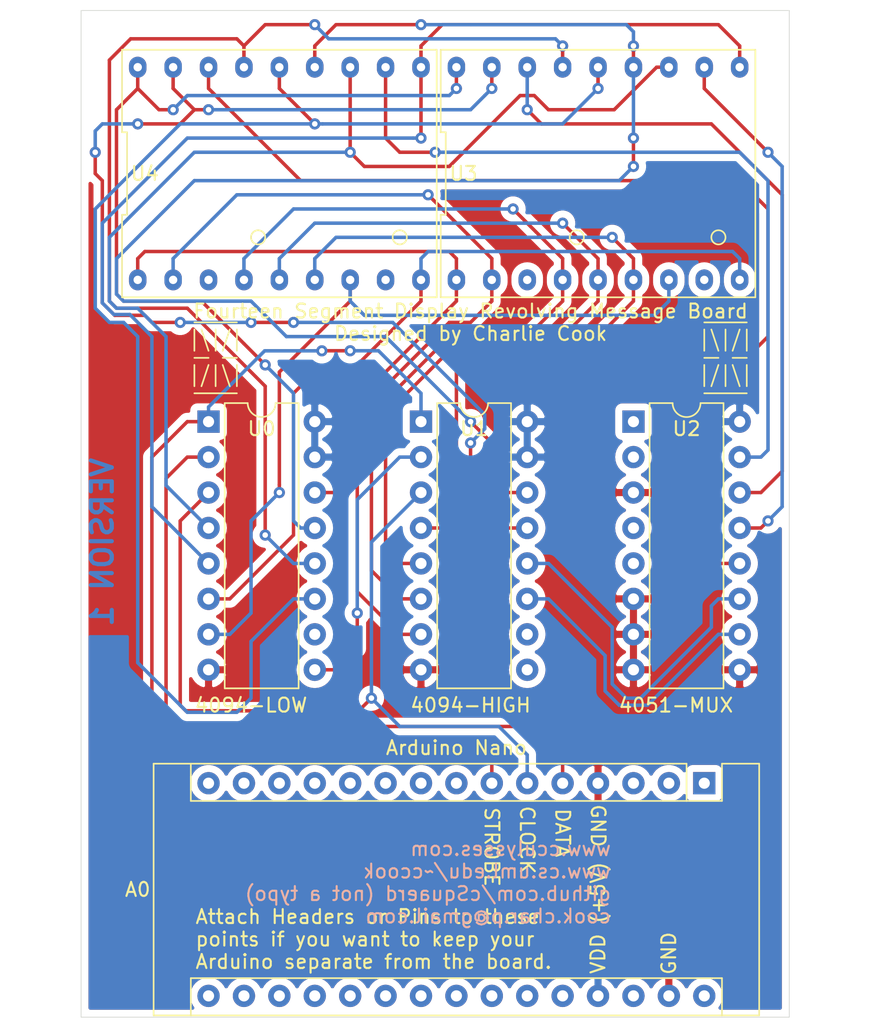
<source format=kicad_pcb>
(kicad_pcb (version 20171130) (host pcbnew 5.1.4)

  (general
    (thickness 1.6)
    (drawings 50)
    (tracks 382)
    (zones 0)
    (modules 8)
    (nets 58)
  )

  (page A4)
  (layers
    (0 F.Cu signal)
    (31 B.Cu signal)
    (32 B.Adhes user)
    (33 F.Adhes user)
    (34 B.Paste user)
    (35 F.Paste user)
    (36 B.SilkS user)
    (37 F.SilkS user)
    (38 B.Mask user)
    (39 F.Mask user)
    (40 Dwgs.User user)
    (41 Cmts.User user)
    (42 Eco1.User user)
    (43 Eco2.User user)
    (44 Edge.Cuts user)
    (45 Margin user)
    (46 B.CrtYd user)
    (47 F.CrtYd user)
    (48 B.Fab user)
    (49 F.Fab user)
  )

  (setup
    (last_trace_width 0.25)
    (trace_clearance 0.2)
    (zone_clearance 0.508)
    (zone_45_only no)
    (trace_min 0.2)
    (via_size 0.8)
    (via_drill 0.4)
    (via_min_size 0.4)
    (via_min_drill 0.3)
    (uvia_size 0.3)
    (uvia_drill 0.1)
    (uvias_allowed no)
    (uvia_min_size 0.2)
    (uvia_min_drill 0.1)
    (edge_width 0.05)
    (segment_width 0.2)
    (pcb_text_width 0.3)
    (pcb_text_size 1.5 1.5)
    (mod_edge_width 0.12)
    (mod_text_size 1 1)
    (mod_text_width 0.15)
    (pad_size 1.524 1.524)
    (pad_drill 0.762)
    (pad_to_mask_clearance 0.051)
    (solder_mask_min_width 0.25)
    (aux_axis_origin 0 0)
    (visible_elements FFFFFF7F)
    (pcbplotparams
      (layerselection 0x010fc_ffffffff)
      (usegerberextensions false)
      (usegerberattributes false)
      (usegerberadvancedattributes false)
      (creategerberjobfile false)
      (excludeedgelayer true)
      (linewidth 0.100000)
      (plotframeref false)
      (viasonmask false)
      (mode 1)
      (useauxorigin false)
      (hpglpennumber 1)
      (hpglpenspeed 20)
      (hpglpendiameter 15.000000)
      (psnegative false)
      (psa4output false)
      (plotreference true)
      (plotvalue true)
      (plotinvisibletext false)
      (padsonsilk false)
      (subtractmaskfromsilk false)
      (outputformat 1)
      (mirror false)
      (drillshape 1)
      (scaleselection 1)
      (outputdirectory ""))
  )

  (net 0 "")
  (net 1 "Net-(A0-Pad16)")
  (net 2 "Net-(A0-Pad15)")
  (net 3 "Net-(A0-Pad30)")
  (net 4 "Net-(A0-Pad14)")
  (net 5 GND)
  (net 6 "Net-(A0-Pad13)")
  (net 7 "Net-(A0-Pad28)")
  (net 8 "Net-(A0-Pad12)")
  (net 9 +5V)
  (net 10 "Net-(A0-Pad11)")
  (net 11 "Net-(A0-Pad26)")
  (net 12 "Net-(A0-Pad10)")
  (net 13 "Net-(A0-Pad25)")
  (net 14 "Net-(A0-Pad9)")
  (net 15 "Net-(A0-Pad24)")
  (net 16 "Net-(A0-Pad8)")
  (net 17 "Net-(A0-Pad23)")
  (net 18 "Net-(A0-Pad7)")
  (net 19 "Net-(A0-Pad22)")
  (net 20 "Net-(A0-Pad6)")
  (net 21 "Net-(A0-Pad21)")
  (net 22 "Net-(A0-Pad5)")
  (net 23 "Net-(A0-Pad20)")
  (net 24 "Net-(A0-Pad19)")
  (net 25 "Net-(A0-Pad3)")
  (net 26 "Net-(A0-Pad18)")
  (net 27 "Net-(A0-Pad2)")
  (net 28 "Net-(A0-Pad17)")
  (net 29 "Net-(A0-Pad1)")
  (net 30 "Net-(U0-Pad7)")
  (net 31 "Net-(U0-Pad14)")
  (net 32 "Net-(U0-Pad6)")
  (net 33 "Net-(U0-Pad13)")
  (net 34 "Net-(U0-Pad5)")
  (net 35 "Net-(U0-Pad12)")
  (net 36 "Net-(U0-Pad4)")
  (net 37 "Net-(U0-Pad11)")
  (net 38 "Net-(U0-Pad10)")
  (net 39 "Net-(U0-Pad9)")
  (net 40 "Net-(U1-Pad7)")
  (net 41 "Net-(U1-Pad14)")
  (net 42 "Net-(U1-Pad6)")
  (net 43 "Net-(U1-Pad13)")
  (net 44 "Net-(U1-Pad5)")
  (net 45 "Net-(U1-Pad12)")
  (net 46 "Net-(U1-Pad4)")
  (net 47 "Net-(U1-Pad11)")
  (net 48 "Net-(U1-Pad10)")
  (net 49 "Net-(U1-Pad9)")
  (net 50 "Net-(U2-Pad15)")
  (net 51 "Net-(U2-Pad14)")
  (net 52 "Net-(U2-Pad13)")
  (net 53 "Net-(U2-Pad5)")
  (net 54 "Net-(U2-Pad12)")
  (net 55 "Net-(U2-Pad4)")
  (net 56 "Net-(U2-Pad2)")
  (net 57 "Net-(U2-Pad1)")

  (net_class Default "This is the default net class."
    (clearance 0.2)
    (trace_width 0.25)
    (via_dia 0.8)
    (via_drill 0.4)
    (uvia_dia 0.3)
    (uvia_drill 0.1)
    (add_net +5V)
    (add_net GND)
    (add_net "Net-(A0-Pad1)")
    (add_net "Net-(A0-Pad10)")
    (add_net "Net-(A0-Pad11)")
    (add_net "Net-(A0-Pad12)")
    (add_net "Net-(A0-Pad13)")
    (add_net "Net-(A0-Pad14)")
    (add_net "Net-(A0-Pad15)")
    (add_net "Net-(A0-Pad16)")
    (add_net "Net-(A0-Pad17)")
    (add_net "Net-(A0-Pad18)")
    (add_net "Net-(A0-Pad19)")
    (add_net "Net-(A0-Pad2)")
    (add_net "Net-(A0-Pad20)")
    (add_net "Net-(A0-Pad21)")
    (add_net "Net-(A0-Pad22)")
    (add_net "Net-(A0-Pad23)")
    (add_net "Net-(A0-Pad24)")
    (add_net "Net-(A0-Pad25)")
    (add_net "Net-(A0-Pad26)")
    (add_net "Net-(A0-Pad28)")
    (add_net "Net-(A0-Pad3)")
    (add_net "Net-(A0-Pad30)")
    (add_net "Net-(A0-Pad5)")
    (add_net "Net-(A0-Pad6)")
    (add_net "Net-(A0-Pad7)")
    (add_net "Net-(A0-Pad8)")
    (add_net "Net-(A0-Pad9)")
    (add_net "Net-(U0-Pad10)")
    (add_net "Net-(U0-Pad11)")
    (add_net "Net-(U0-Pad12)")
    (add_net "Net-(U0-Pad13)")
    (add_net "Net-(U0-Pad14)")
    (add_net "Net-(U0-Pad4)")
    (add_net "Net-(U0-Pad5)")
    (add_net "Net-(U0-Pad6)")
    (add_net "Net-(U0-Pad7)")
    (add_net "Net-(U0-Pad9)")
    (add_net "Net-(U1-Pad10)")
    (add_net "Net-(U1-Pad11)")
    (add_net "Net-(U1-Pad12)")
    (add_net "Net-(U1-Pad13)")
    (add_net "Net-(U1-Pad14)")
    (add_net "Net-(U1-Pad4)")
    (add_net "Net-(U1-Pad5)")
    (add_net "Net-(U1-Pad6)")
    (add_net "Net-(U1-Pad7)")
    (add_net "Net-(U1-Pad9)")
    (add_net "Net-(U2-Pad1)")
    (add_net "Net-(U2-Pad12)")
    (add_net "Net-(U2-Pad13)")
    (add_net "Net-(U2-Pad14)")
    (add_net "Net-(U2-Pad15)")
    (add_net "Net-(U2-Pad2)")
    (add_net "Net-(U2-Pad4)")
    (add_net "Net-(U2-Pad5)")
  )

  (module MountingHole:MountingHole_2mm (layer F.Cu) (tedit 5B924920) (tstamp 5DC01D71)
    (at 122.936 19.304)
    (descr "Mounting Hole 2mm, no annular")
    (tags "mounting hole 2mm no annular")
    (attr virtual)
    (fp_text reference REF** (at 0 -3.2) (layer F.SilkS) hide
      (effects (font (size 1 1) (thickness 0.15)))
    )
    (fp_text value MountingHole_2mm (at 0 3.1) (layer F.Fab)
      (effects (font (size 1 1) (thickness 0.15)))
    )
    (fp_circle (center 0 0) (end 2.25 0) (layer F.CrtYd) (width 0.05))
    (fp_circle (center 0 0) (end 2 0) (layer Cmts.User) (width 0.15))
    (fp_text user %R (at 0.3 0) (layer F.Fab)
      (effects (font (size 1 1) (thickness 0.15)))
    )
    (pad "" np_thru_hole circle (at 0 0) (size 2 2) (drill 2) (layers *.Cu *.Mask))
  )

  (module MountingHole:MountingHole_2mm (layer F.Cu) (tedit 5B924920) (tstamp 5DC01CCD)
    (at 75.184 19.304)
    (descr "Mounting Hole 2mm, no annular")
    (tags "mounting hole 2mm no annular")
    (attr virtual)
    (fp_text reference REF** (at 0 -3.2) (layer F.SilkS) hide
      (effects (font (size 1 1) (thickness 0.15)))
    )
    (fp_text value MountingHole_2mm (at 0 3.1) (layer F.Fab)
      (effects (font (size 1 1) (thickness 0.15)))
    )
    (fp_text user %R (at 0.3 0) (layer F.Fab)
      (effects (font (size 1 1) (thickness 0.15)))
    )
    (fp_circle (center 0 0) (end 2 0) (layer Cmts.User) (width 0.15))
    (fp_circle (center 0 0) (end 2.25 0) (layer F.CrtYd) (width 0.05))
    (pad "" np_thru_hole circle (at 0 0) (size 2 2) (drill 2) (layers *.Cu *.Mask))
  )

  (module Package_DIP:DIP-16_W7.62mm (layer F.Cu) (tedit 5A02E8C5) (tstamp 5DBFD7F2)
    (at 113.284 47.244)
    (descr "16-lead though-hole mounted DIP package, row spacing 7.62 mm (300 mils)")
    (tags "THT DIP DIL PDIP 2.54mm 7.62mm 300mil")
    (path /5DBE698A)
    (fp_text reference U2 (at 3.81 0.508) (layer F.SilkS)
      (effects (font (size 1 1) (thickness 0.15)))
    )
    (fp_text value 4051 (at 3.81 20.11) (layer F.Fab)
      (effects (font (size 1 1) (thickness 0.15)))
    )
    (fp_text user %R (at 3.81 8.89) (layer F.Fab)
      (effects (font (size 1 1) (thickness 0.15)))
    )
    (fp_line (start 8.7 -1.55) (end -1.1 -1.55) (layer F.CrtYd) (width 0.05))
    (fp_line (start 8.7 19.3) (end 8.7 -1.55) (layer F.CrtYd) (width 0.05))
    (fp_line (start -1.1 19.3) (end 8.7 19.3) (layer F.CrtYd) (width 0.05))
    (fp_line (start -1.1 -1.55) (end -1.1 19.3) (layer F.CrtYd) (width 0.05))
    (fp_line (start 6.46 -1.33) (end 4.81 -1.33) (layer F.SilkS) (width 0.12))
    (fp_line (start 6.46 19.11) (end 6.46 -1.33) (layer F.SilkS) (width 0.12))
    (fp_line (start 1.16 19.11) (end 6.46 19.11) (layer F.SilkS) (width 0.12))
    (fp_line (start 1.16 -1.33) (end 1.16 19.11) (layer F.SilkS) (width 0.12))
    (fp_line (start 2.81 -1.33) (end 1.16 -1.33) (layer F.SilkS) (width 0.12))
    (fp_line (start 0.635 -0.27) (end 1.635 -1.27) (layer F.Fab) (width 0.1))
    (fp_line (start 0.635 19.05) (end 0.635 -0.27) (layer F.Fab) (width 0.1))
    (fp_line (start 6.985 19.05) (end 0.635 19.05) (layer F.Fab) (width 0.1))
    (fp_line (start 6.985 -1.27) (end 6.985 19.05) (layer F.Fab) (width 0.1))
    (fp_line (start 1.635 -1.27) (end 6.985 -1.27) (layer F.Fab) (width 0.1))
    (fp_arc (start 3.81 -1.33) (end 2.81 -1.33) (angle -180) (layer F.SilkS) (width 0.12))
    (pad 16 thru_hole oval (at 7.62 0) (size 1.6 1.6) (drill 0.8) (layers *.Cu *.Mask)
      (net 9 +5V))
    (pad 8 thru_hole oval (at 0 17.78) (size 1.6 1.6) (drill 0.8) (layers *.Cu *.Mask)
      (net 5 GND))
    (pad 15 thru_hole oval (at 7.62 2.54) (size 1.6 1.6) (drill 0.8) (layers *.Cu *.Mask)
      (net 50 "Net-(U2-Pad15)"))
    (pad 7 thru_hole oval (at 0 15.24) (size 1.6 1.6) (drill 0.8) (layers *.Cu *.Mask)
      (net 5 GND))
    (pad 14 thru_hole oval (at 7.62 5.08) (size 1.6 1.6) (drill 0.8) (layers *.Cu *.Mask)
      (net 51 "Net-(U2-Pad14)"))
    (pad 6 thru_hole oval (at 0 12.7) (size 1.6 1.6) (drill 0.8) (layers *.Cu *.Mask)
      (net 5 GND))
    (pad 13 thru_hole oval (at 7.62 7.62) (size 1.6 1.6) (drill 0.8) (layers *.Cu *.Mask)
      (net 52 "Net-(U2-Pad13)"))
    (pad 5 thru_hole oval (at 0 10.16) (size 1.6 1.6) (drill 0.8) (layers *.Cu *.Mask)
      (net 53 "Net-(U2-Pad5)"))
    (pad 12 thru_hole oval (at 7.62 10.16) (size 1.6 1.6) (drill 0.8) (layers *.Cu *.Mask)
      (net 54 "Net-(U2-Pad12)"))
    (pad 4 thru_hole oval (at 0 7.62) (size 1.6 1.6) (drill 0.8) (layers *.Cu *.Mask)
      (net 55 "Net-(U2-Pad4)"))
    (pad 11 thru_hole oval (at 7.62 12.7) (size 1.6 1.6) (drill 0.8) (layers *.Cu *.Mask)
      (net 45 "Net-(U1-Pad12)"))
    (pad 3 thru_hole oval (at 0 5.08) (size 1.6 1.6) (drill 0.8) (layers *.Cu *.Mask)
      (net 5 GND))
    (pad 10 thru_hole oval (at 7.62 15.24) (size 1.6 1.6) (drill 0.8) (layers *.Cu *.Mask)
      (net 47 "Net-(U1-Pad11)"))
    (pad 2 thru_hole oval (at 0 2.54) (size 1.6 1.6) (drill 0.8) (layers *.Cu *.Mask)
      (net 56 "Net-(U2-Pad2)"))
    (pad 9 thru_hole oval (at 7.62 17.78) (size 1.6 1.6) (drill 0.8) (layers *.Cu *.Mask)
      (net 5 GND))
    (pad 1 thru_hole rect (at 0 0) (size 1.6 1.6) (drill 0.8) (layers *.Cu *.Mask)
      (net 57 "Net-(U2-Pad1)"))
    (model ${KISYS3DMOD}/Package_DIP.3dshapes/DIP-16_W7.62mm.wrl
      (at (xyz 0 0 0))
      (scale (xyz 1 1 1))
      (rotate (xyz 0 0 0))
    )
  )

  (module fourteenSegDisplay-OnACard:LTP-3784 (layer F.Cu) (tedit 5DBF6F1E) (tstamp 5DC017DE)
    (at 110.744 29.464)
    (path /5DBFDAE9)
    (fp_text reference U3 (at -9.652 0 180) (layer F.SilkS)
      (effects (font (size 1 1) (thickness 0.15)))
    )
    (fp_text value LTP-3784 (at 0 0) (layer F.Fab)
      (effects (font (size 1 1) (thickness 0.15)))
    )
    (fp_line (start -11.04 8.62) (end -11.04 -8.62) (layer F.CrtYd) (width 0.05))
    (fp_line (start 11.04 8.62) (end -11.04 8.62) (layer F.CrtYd) (width 0.05))
    (fp_line (start 11.04 -8.62) (end 11.04 8.62) (layer F.CrtYd) (width 0.05))
    (fp_line (start -11.04 -8.62) (end 11.04 -8.62) (layer F.CrtYd) (width 0.05))
    (fp_line (start -11.285 2.956666) (end -11.285 8.87) (layer F.SilkS) (width 0.12))
    (fp_line (start -10.925 2.956666) (end -11.285 2.956666) (layer F.SilkS) (width 0.12))
    (fp_line (start -10.925 -2.956666) (end -10.925 2.956666) (layer F.SilkS) (width 0.12))
    (fp_line (start -11.285 -2.956666) (end -10.925 -2.956666) (layer F.SilkS) (width 0.12))
    (fp_line (start -11.285 -8.87) (end -11.285 -2.956666) (layer F.SilkS) (width 0.12))
    (fp_line (start 11.285 -8.87) (end -11.285 -8.87) (layer F.SilkS) (width 0.12))
    (fp_line (start 11.285 8.87) (end 11.285 -8.87) (layer F.SilkS) (width 0.12))
    (fp_line (start -11.285 8.87) (end 11.285 8.87) (layer F.SilkS) (width 0.12))
    (pad 9 thru_hole oval (at 10.16 7.62) (size 1.25 1.5) (drill 0.6) (layers *.Cu *.Mask)
      (net 32 "Net-(U0-Pad6)"))
    (pad 10 thru_hole oval (at 10.16 -7.62) (size 1.25 1.5) (drill 0.6) (layers *.Cu *.Mask)
      (net 34 "Net-(U0-Pad5)"))
    (pad 8 thru_hole oval (at 7.62 7.62) (size 1.25 1.5) (drill 0.6) (layers *.Cu *.Mask))
    (pad 11 thru_hole oval (at 7.62 -7.62) (size 1.25 1.5) (drill 0.6) (layers *.Cu *.Mask)
      (net 52 "Net-(U2-Pad13)"))
    (pad 7 thru_hole oval (at 5.08 7.62) (size 1.25 1.5) (drill 0.6) (layers *.Cu *.Mask)
      (net 30 "Net-(U0-Pad7)"))
    (pad 12 thru_hole oval (at 5.08 -7.62) (size 1.25 1.5) (drill 0.6) (layers *.Cu *.Mask)
      (net 36 "Net-(U0-Pad4)"))
    (pad 6 thru_hole oval (at 2.54 7.62) (size 1.25 1.5) (drill 0.6) (layers *.Cu *.Mask)
      (net 46 "Net-(U1-Pad4)"))
    (pad 13 thru_hole oval (at 2.54 -7.62) (size 1.25 1.5) (drill 0.6) (layers *.Cu *.Mask)
      (net 41 "Net-(U1-Pad14)"))
    (pad 5 thru_hole oval (at 0 7.62) (size 1.25 1.5) (drill 0.6) (layers *.Cu *.Mask)
      (net 44 "Net-(U1-Pad5)"))
    (pad 14 thru_hole oval (at 0 -7.62) (size 1.25 1.5) (drill 0.6) (layers *.Cu *.Mask)
      (net 37 "Net-(U0-Pad11)"))
    (pad 4 thru_hole oval (at -2.54 7.62) (size 1.25 1.5) (drill 0.6) (layers *.Cu *.Mask)
      (net 42 "Net-(U1-Pad6)"))
    (pad 15 thru_hole oval (at -2.54 -7.62) (size 1.25 1.5) (drill 0.6) (layers *.Cu *.Mask)
      (net 35 "Net-(U0-Pad12)"))
    (pad 3 thru_hole oval (at -5.08 7.62) (size 1.25 1.5) (drill 0.6) (layers *.Cu *.Mask))
    (pad 16 thru_hole oval (at -5.08 -7.62) (size 1.25 1.5) (drill 0.6) (layers *.Cu *.Mask)
      (net 51 "Net-(U2-Pad14)"))
    (pad 2 thru_hole oval (at -7.62 7.62) (size 1.25 1.5) (drill 0.6) (layers *.Cu *.Mask)
      (net 40 "Net-(U1-Pad7)"))
    (pad 17 thru_hole oval (at -7.62 -7.62) (size 1.25 1.5) (drill 0.6) (layers *.Cu *.Mask)
      (net 43 "Net-(U1-Pad13)"))
    (pad 1 thru_hole oval (at -10.16 7.62) (size 1.25 1.5) (drill 0.6) (layers *.Cu *.Mask)
      (net 31 "Net-(U0-Pad14)"))
    (pad 18 thru_hole oval (at -10.16 -7.62) (size 1.25 1.5) (drill 0.6) (layers *.Cu *.Mask)
      (net 33 "Net-(U0-Pad13)"))
  )

  (module fourteenSegDisplay-OnACard:LTP-3784 (layer F.Cu) (tedit 5DBF6F1E) (tstamp 5DC0058F)
    (at 87.884 29.464)
    (path /5DC0447F)
    (fp_text reference U4 (at -9.652 0 180) (layer F.SilkS)
      (effects (font (size 1 1) (thickness 0.15)))
    )
    (fp_text value LTP-3784 (at 0 0) (layer F.Fab)
      (effects (font (size 1 1) (thickness 0.15)))
    )
    (fp_line (start -11.04 8.62) (end -11.04 -8.62) (layer F.CrtYd) (width 0.05))
    (fp_line (start 11.04 8.62) (end -11.04 8.62) (layer F.CrtYd) (width 0.05))
    (fp_line (start 11.04 -8.62) (end 11.04 8.62) (layer F.CrtYd) (width 0.05))
    (fp_line (start -11.04 -8.62) (end 11.04 -8.62) (layer F.CrtYd) (width 0.05))
    (fp_line (start -11.285 2.956666) (end -11.285 8.87) (layer F.SilkS) (width 0.12))
    (fp_line (start -10.925 2.956666) (end -11.285 2.956666) (layer F.SilkS) (width 0.12))
    (fp_line (start -10.925 -2.956666) (end -10.925 2.956666) (layer F.SilkS) (width 0.12))
    (fp_line (start -11.285 -2.956666) (end -10.925 -2.956666) (layer F.SilkS) (width 0.12))
    (fp_line (start -11.285 -8.87) (end -11.285 -2.956666) (layer F.SilkS) (width 0.12))
    (fp_line (start 11.285 -8.87) (end -11.285 -8.87) (layer F.SilkS) (width 0.12))
    (fp_line (start 11.285 8.87) (end 11.285 -8.87) (layer F.SilkS) (width 0.12))
    (fp_line (start -11.285 8.87) (end 11.285 8.87) (layer F.SilkS) (width 0.12))
    (pad 9 thru_hole oval (at 10.16 7.62) (size 1.25 1.5) (drill 0.6) (layers *.Cu *.Mask)
      (net 32 "Net-(U0-Pad6)"))
    (pad 10 thru_hole oval (at 10.16 -7.62) (size 1.25 1.5) (drill 0.6) (layers *.Cu *.Mask)
      (net 34 "Net-(U0-Pad5)"))
    (pad 8 thru_hole oval (at 7.62 7.62) (size 1.25 1.5) (drill 0.6) (layers *.Cu *.Mask))
    (pad 11 thru_hole oval (at 7.62 -7.62) (size 1.25 1.5) (drill 0.6) (layers *.Cu *.Mask)
      (net 50 "Net-(U2-Pad15)"))
    (pad 7 thru_hole oval (at 5.08 7.62) (size 1.25 1.5) (drill 0.6) (layers *.Cu *.Mask)
      (net 30 "Net-(U0-Pad7)"))
    (pad 12 thru_hole oval (at 5.08 -7.62) (size 1.25 1.5) (drill 0.6) (layers *.Cu *.Mask)
      (net 36 "Net-(U0-Pad4)"))
    (pad 6 thru_hole oval (at 2.54 7.62) (size 1.25 1.5) (drill 0.6) (layers *.Cu *.Mask)
      (net 46 "Net-(U1-Pad4)"))
    (pad 13 thru_hole oval (at 2.54 -7.62) (size 1.25 1.5) (drill 0.6) (layers *.Cu *.Mask)
      (net 41 "Net-(U1-Pad14)"))
    (pad 5 thru_hole oval (at 0 7.62) (size 1.25 1.5) (drill 0.6) (layers *.Cu *.Mask)
      (net 44 "Net-(U1-Pad5)"))
    (pad 14 thru_hole oval (at 0 -7.62) (size 1.25 1.5) (drill 0.6) (layers *.Cu *.Mask)
      (net 37 "Net-(U0-Pad11)"))
    (pad 4 thru_hole oval (at -2.54 7.62) (size 1.25 1.5) (drill 0.6) (layers *.Cu *.Mask)
      (net 42 "Net-(U1-Pad6)"))
    (pad 15 thru_hole oval (at -2.54 -7.62) (size 1.25 1.5) (drill 0.6) (layers *.Cu *.Mask)
      (net 35 "Net-(U0-Pad12)"))
    (pad 3 thru_hole oval (at -5.08 7.62) (size 1.25 1.5) (drill 0.6) (layers *.Cu *.Mask))
    (pad 16 thru_hole oval (at -5.08 -7.62) (size 1.25 1.5) (drill 0.6) (layers *.Cu *.Mask)
      (net 54 "Net-(U2-Pad12)"))
    (pad 2 thru_hole oval (at -7.62 7.62) (size 1.25 1.5) (drill 0.6) (layers *.Cu *.Mask)
      (net 40 "Net-(U1-Pad7)"))
    (pad 17 thru_hole oval (at -7.62 -7.62) (size 1.25 1.5) (drill 0.6) (layers *.Cu *.Mask)
      (net 43 "Net-(U1-Pad13)"))
    (pad 1 thru_hole oval (at -10.16 7.62) (size 1.25 1.5) (drill 0.6) (layers *.Cu *.Mask)
      (net 31 "Net-(U0-Pad14)"))
    (pad 18 thru_hole oval (at -10.16 -7.62) (size 1.25 1.5) (drill 0.6) (layers *.Cu *.Mask)
      (net 33 "Net-(U0-Pad13)"))
  )

  (module Package_DIP:DIP-16_W7.62mm (layer F.Cu) (tedit 5A02E8C5) (tstamp 5DBFDCFA)
    (at 98.044 47.244)
    (descr "16-lead though-hole mounted DIP package, row spacing 7.62 mm (300 mils)")
    (tags "THT DIP DIL PDIP 2.54mm 7.62mm 300mil")
    (path /5DBE66E6)
    (fp_text reference U1 (at 3.81 0.508) (layer F.SilkS)
      (effects (font (size 1 1) (thickness 0.15)))
    )
    (fp_text value 4094 (at 3.81 20.11) (layer F.Fab)
      (effects (font (size 1 1) (thickness 0.15)))
    )
    (fp_text user %R (at 3.81 8.89) (layer F.Fab)
      (effects (font (size 1 1) (thickness 0.15)))
    )
    (fp_line (start 8.7 -1.55) (end -1.1 -1.55) (layer F.CrtYd) (width 0.05))
    (fp_line (start 8.7 19.3) (end 8.7 -1.55) (layer F.CrtYd) (width 0.05))
    (fp_line (start -1.1 19.3) (end 8.7 19.3) (layer F.CrtYd) (width 0.05))
    (fp_line (start -1.1 -1.55) (end -1.1 19.3) (layer F.CrtYd) (width 0.05))
    (fp_line (start 6.46 -1.33) (end 4.81 -1.33) (layer F.SilkS) (width 0.12))
    (fp_line (start 6.46 19.11) (end 6.46 -1.33) (layer F.SilkS) (width 0.12))
    (fp_line (start 1.16 19.11) (end 6.46 19.11) (layer F.SilkS) (width 0.12))
    (fp_line (start 1.16 -1.33) (end 1.16 19.11) (layer F.SilkS) (width 0.12))
    (fp_line (start 2.81 -1.33) (end 1.16 -1.33) (layer F.SilkS) (width 0.12))
    (fp_line (start 0.635 -0.27) (end 1.635 -1.27) (layer F.Fab) (width 0.1))
    (fp_line (start 0.635 19.05) (end 0.635 -0.27) (layer F.Fab) (width 0.1))
    (fp_line (start 6.985 19.05) (end 0.635 19.05) (layer F.Fab) (width 0.1))
    (fp_line (start 6.985 -1.27) (end 6.985 19.05) (layer F.Fab) (width 0.1))
    (fp_line (start 1.635 -1.27) (end 6.985 -1.27) (layer F.Fab) (width 0.1))
    (fp_arc (start 3.81 -1.33) (end 2.81 -1.33) (angle -180) (layer F.SilkS) (width 0.12))
    (pad 16 thru_hole oval (at 7.62 0) (size 1.6 1.6) (drill 0.8) (layers *.Cu *.Mask)
      (net 9 +5V))
    (pad 8 thru_hole oval (at 0 17.78) (size 1.6 1.6) (drill 0.8) (layers *.Cu *.Mask)
      (net 5 GND))
    (pad 15 thru_hole oval (at 7.62 2.54) (size 1.6 1.6) (drill 0.8) (layers *.Cu *.Mask)
      (net 9 +5V))
    (pad 7 thru_hole oval (at 0 15.24) (size 1.6 1.6) (drill 0.8) (layers *.Cu *.Mask)
      (net 40 "Net-(U1-Pad7)"))
    (pad 14 thru_hole oval (at 7.62 5.08) (size 1.6 1.6) (drill 0.8) (layers *.Cu *.Mask)
      (net 41 "Net-(U1-Pad14)"))
    (pad 6 thru_hole oval (at 0 12.7) (size 1.6 1.6) (drill 0.8) (layers *.Cu *.Mask)
      (net 42 "Net-(U1-Pad6)"))
    (pad 13 thru_hole oval (at 7.62 7.62) (size 1.6 1.6) (drill 0.8) (layers *.Cu *.Mask)
      (net 43 "Net-(U1-Pad13)"))
    (pad 5 thru_hole oval (at 0 10.16) (size 1.6 1.6) (drill 0.8) (layers *.Cu *.Mask)
      (net 44 "Net-(U1-Pad5)"))
    (pad 12 thru_hole oval (at 7.62 10.16) (size 1.6 1.6) (drill 0.8) (layers *.Cu *.Mask)
      (net 45 "Net-(U1-Pad12)"))
    (pad 4 thru_hole oval (at 0 7.62) (size 1.6 1.6) (drill 0.8) (layers *.Cu *.Mask)
      (net 46 "Net-(U1-Pad4)"))
    (pad 11 thru_hole oval (at 7.62 12.7) (size 1.6 1.6) (drill 0.8) (layers *.Cu *.Mask)
      (net 47 "Net-(U1-Pad11)"))
    (pad 3 thru_hole oval (at 0 5.08) (size 1.6 1.6) (drill 0.8) (layers *.Cu *.Mask)
      (net 20 "Net-(A0-Pad6)"))
    (pad 10 thru_hole oval (at 7.62 15.24) (size 1.6 1.6) (drill 0.8) (layers *.Cu *.Mask)
      (net 48 "Net-(U1-Pad10)"))
    (pad 2 thru_hole oval (at 0 2.54) (size 1.6 1.6) (drill 0.8) (layers *.Cu *.Mask)
      (net 39 "Net-(U0-Pad9)"))
    (pad 9 thru_hole oval (at 7.62 17.78) (size 1.6 1.6) (drill 0.8) (layers *.Cu *.Mask)
      (net 49 "Net-(U1-Pad9)"))
    (pad 1 thru_hole rect (at 0 0) (size 1.6 1.6) (drill 0.8) (layers *.Cu *.Mask)
      (net 18 "Net-(A0-Pad7)"))
    (model ${KISYS3DMOD}/Package_DIP.3dshapes/DIP-16_W7.62mm.wrl
      (at (xyz 0 0 0))
      (scale (xyz 1 1 1))
      (rotate (xyz 0 0 0))
    )
  )

  (module Package_DIP:DIP-16_W7.62mm (layer F.Cu) (tedit 5A02E8C5) (tstamp 5DBFDD63)
    (at 82.804 47.244)
    (descr "16-lead though-hole mounted DIP package, row spacing 7.62 mm (300 mils)")
    (tags "THT DIP DIL PDIP 2.54mm 7.62mm 300mil")
    (path /5DBE6283)
    (fp_text reference U0 (at 3.81 0.508) (layer F.SilkS)
      (effects (font (size 1 1) (thickness 0.15)))
    )
    (fp_text value 4094 (at 3.81 20.11) (layer F.Fab)
      (effects (font (size 1 1) (thickness 0.15)))
    )
    (fp_text user %R (at 3.81 8.89) (layer F.Fab)
      (effects (font (size 1 1) (thickness 0.15)))
    )
    (fp_line (start 8.7 -1.55) (end -1.1 -1.55) (layer F.CrtYd) (width 0.05))
    (fp_line (start 8.7 19.3) (end 8.7 -1.55) (layer F.CrtYd) (width 0.05))
    (fp_line (start -1.1 19.3) (end 8.7 19.3) (layer F.CrtYd) (width 0.05))
    (fp_line (start -1.1 -1.55) (end -1.1 19.3) (layer F.CrtYd) (width 0.05))
    (fp_line (start 6.46 -1.33) (end 4.81 -1.33) (layer F.SilkS) (width 0.12))
    (fp_line (start 6.46 19.11) (end 6.46 -1.33) (layer F.SilkS) (width 0.12))
    (fp_line (start 1.16 19.11) (end 6.46 19.11) (layer F.SilkS) (width 0.12))
    (fp_line (start 1.16 -1.33) (end 1.16 19.11) (layer F.SilkS) (width 0.12))
    (fp_line (start 2.81 -1.33) (end 1.16 -1.33) (layer F.SilkS) (width 0.12))
    (fp_line (start 0.635 -0.27) (end 1.635 -1.27) (layer F.Fab) (width 0.1))
    (fp_line (start 0.635 19.05) (end 0.635 -0.27) (layer F.Fab) (width 0.1))
    (fp_line (start 6.985 19.05) (end 0.635 19.05) (layer F.Fab) (width 0.1))
    (fp_line (start 6.985 -1.27) (end 6.985 19.05) (layer F.Fab) (width 0.1))
    (fp_line (start 1.635 -1.27) (end 6.985 -1.27) (layer F.Fab) (width 0.1))
    (fp_arc (start 3.81 -1.33) (end 2.81 -1.33) (angle -180) (layer F.SilkS) (width 0.12))
    (pad 16 thru_hole oval (at 7.62 0) (size 1.6 1.6) (drill 0.8) (layers *.Cu *.Mask)
      (net 9 +5V))
    (pad 8 thru_hole oval (at 0 17.78) (size 1.6 1.6) (drill 0.8) (layers *.Cu *.Mask)
      (net 5 GND))
    (pad 15 thru_hole oval (at 7.62 2.54) (size 1.6 1.6) (drill 0.8) (layers *.Cu *.Mask)
      (net 9 +5V))
    (pad 7 thru_hole oval (at 0 15.24) (size 1.6 1.6) (drill 0.8) (layers *.Cu *.Mask)
      (net 30 "Net-(U0-Pad7)"))
    (pad 14 thru_hole oval (at 7.62 5.08) (size 1.6 1.6) (drill 0.8) (layers *.Cu *.Mask)
      (net 31 "Net-(U0-Pad14)"))
    (pad 6 thru_hole oval (at 0 12.7) (size 1.6 1.6) (drill 0.8) (layers *.Cu *.Mask)
      (net 32 "Net-(U0-Pad6)"))
    (pad 13 thru_hole oval (at 7.62 7.62) (size 1.6 1.6) (drill 0.8) (layers *.Cu *.Mask)
      (net 33 "Net-(U0-Pad13)"))
    (pad 5 thru_hole oval (at 0 10.16) (size 1.6 1.6) (drill 0.8) (layers *.Cu *.Mask)
      (net 34 "Net-(U0-Pad5)"))
    (pad 12 thru_hole oval (at 7.62 10.16) (size 1.6 1.6) (drill 0.8) (layers *.Cu *.Mask)
      (net 35 "Net-(U0-Pad12)"))
    (pad 4 thru_hole oval (at 0 7.62) (size 1.6 1.6) (drill 0.8) (layers *.Cu *.Mask)
      (net 36 "Net-(U0-Pad4)"))
    (pad 11 thru_hole oval (at 7.62 12.7) (size 1.6 1.6) (drill 0.8) (layers *.Cu *.Mask)
      (net 37 "Net-(U0-Pad11)"))
    (pad 3 thru_hole oval (at 0 5.08) (size 1.6 1.6) (drill 0.8) (layers *.Cu *.Mask)
      (net 20 "Net-(A0-Pad6)"))
    (pad 10 thru_hole oval (at 7.62 15.24) (size 1.6 1.6) (drill 0.8) (layers *.Cu *.Mask)
      (net 38 "Net-(U0-Pad10)"))
    (pad 2 thru_hole oval (at 0 2.54) (size 1.6 1.6) (drill 0.8) (layers *.Cu *.Mask)
      (net 22 "Net-(A0-Pad5)"))
    (pad 9 thru_hole oval (at 7.62 17.78) (size 1.6 1.6) (drill 0.8) (layers *.Cu *.Mask)
      (net 39 "Net-(U0-Pad9)"))
    (pad 1 thru_hole rect (at 0 0) (size 1.6 1.6) (drill 0.8) (layers *.Cu *.Mask)
      (net 18 "Net-(A0-Pad7)"))
    (model ${KISYS3DMOD}/Package_DIP.3dshapes/DIP-16_W7.62mm.wrl
      (at (xyz 0 0 0))
      (scale (xyz 1 1 1))
      (rotate (xyz 0 0 0))
    )
  )

  (module Module:Arduino_Nano (layer F.Cu) (tedit 58ACAF70) (tstamp 5DBFEA7D)
    (at 118.364 73.152 270)
    (descr "Arduino Nano, http://www.mouser.com/pdfdocs/Gravitech_Arduino_Nano3_0.pdf")
    (tags "Arduino Nano")
    (path /5DD1B8B4)
    (fp_text reference A0 (at 7.62 40.64) (layer F.SilkS)
      (effects (font (size 1 1) (thickness 0.15)))
    )
    (fp_text value Arduino_Nano_v3.x (at 8.89 19.05) (layer F.Fab)
      (effects (font (size 1 1) (thickness 0.15)))
    )
    (fp_line (start 16.75 42.16) (end -1.53 42.16) (layer F.CrtYd) (width 0.05))
    (fp_line (start 16.75 42.16) (end 16.75 -4.06) (layer F.CrtYd) (width 0.05))
    (fp_line (start -1.53 -4.06) (end -1.53 42.16) (layer F.CrtYd) (width 0.05))
    (fp_line (start -1.53 -4.06) (end 16.75 -4.06) (layer F.CrtYd) (width 0.05))
    (fp_line (start 16.51 -3.81) (end 16.51 39.37) (layer F.Fab) (width 0.1))
    (fp_line (start 0 -3.81) (end 16.51 -3.81) (layer F.Fab) (width 0.1))
    (fp_line (start -1.27 -2.54) (end 0 -3.81) (layer F.Fab) (width 0.1))
    (fp_line (start -1.27 39.37) (end -1.27 -2.54) (layer F.Fab) (width 0.1))
    (fp_line (start 16.51 39.37) (end -1.27 39.37) (layer F.Fab) (width 0.1))
    (fp_line (start 16.64 -3.94) (end -1.4 -3.94) (layer F.SilkS) (width 0.12))
    (fp_line (start 16.64 39.5) (end 16.64 -3.94) (layer F.SilkS) (width 0.12))
    (fp_line (start -1.4 39.5) (end 16.64 39.5) (layer F.SilkS) (width 0.12))
    (fp_line (start 3.81 41.91) (end 3.81 31.75) (layer F.Fab) (width 0.1))
    (fp_line (start 11.43 41.91) (end 3.81 41.91) (layer F.Fab) (width 0.1))
    (fp_line (start 11.43 31.75) (end 11.43 41.91) (layer F.Fab) (width 0.1))
    (fp_line (start 3.81 31.75) (end 11.43 31.75) (layer F.Fab) (width 0.1))
    (fp_line (start 1.27 36.83) (end -1.4 36.83) (layer F.SilkS) (width 0.12))
    (fp_line (start 1.27 1.27) (end 1.27 36.83) (layer F.SilkS) (width 0.12))
    (fp_line (start 1.27 1.27) (end -1.4 1.27) (layer F.SilkS) (width 0.12))
    (fp_line (start 13.97 36.83) (end 16.64 36.83) (layer F.SilkS) (width 0.12))
    (fp_line (start 13.97 -1.27) (end 13.97 36.83) (layer F.SilkS) (width 0.12))
    (fp_line (start 13.97 -1.27) (end 16.64 -1.27) (layer F.SilkS) (width 0.12))
    (fp_line (start -1.4 -3.94) (end -1.4 -1.27) (layer F.SilkS) (width 0.12))
    (fp_line (start -1.4 1.27) (end -1.4 39.5) (layer F.SilkS) (width 0.12))
    (fp_line (start 1.27 -1.27) (end -1.4 -1.27) (layer F.SilkS) (width 0.12))
    (fp_line (start 1.27 1.27) (end 1.27 -1.27) (layer F.SilkS) (width 0.12))
    (fp_text user %R (at 6.35 19.05) (layer F.Fab)
      (effects (font (size 1 1) (thickness 0.15)))
    )
    (pad 16 thru_hole oval (at 15.24 35.56 270) (size 1.6 1.6) (drill 0.8) (layers *.Cu *.Mask)
      (net 1 "Net-(A0-Pad16)"))
    (pad 15 thru_hole oval (at 0 35.56 270) (size 1.6 1.6) (drill 0.8) (layers *.Cu *.Mask)
      (net 2 "Net-(A0-Pad15)"))
    (pad 30 thru_hole oval (at 15.24 0 270) (size 1.6 1.6) (drill 0.8) (layers *.Cu *.Mask)
      (net 3 "Net-(A0-Pad30)"))
    (pad 14 thru_hole oval (at 0 33.02 270) (size 1.6 1.6) (drill 0.8) (layers *.Cu *.Mask)
      (net 4 "Net-(A0-Pad14)"))
    (pad 29 thru_hole oval (at 15.24 2.54 270) (size 1.6 1.6) (drill 0.8) (layers *.Cu *.Mask)
      (net 5 GND))
    (pad 13 thru_hole oval (at 0 30.48 270) (size 1.6 1.6) (drill 0.8) (layers *.Cu *.Mask)
      (net 6 "Net-(A0-Pad13)"))
    (pad 28 thru_hole oval (at 15.24 5.08 270) (size 1.6 1.6) (drill 0.8) (layers *.Cu *.Mask)
      (net 7 "Net-(A0-Pad28)"))
    (pad 12 thru_hole oval (at 0 27.94 270) (size 1.6 1.6) (drill 0.8) (layers *.Cu *.Mask)
      (net 8 "Net-(A0-Pad12)"))
    (pad 27 thru_hole oval (at 15.24 7.62 270) (size 1.6 1.6) (drill 0.8) (layers *.Cu *.Mask)
      (net 9 +5V))
    (pad 11 thru_hole oval (at 0 25.4 270) (size 1.6 1.6) (drill 0.8) (layers *.Cu *.Mask)
      (net 10 "Net-(A0-Pad11)"))
    (pad 26 thru_hole oval (at 15.24 10.16 270) (size 1.6 1.6) (drill 0.8) (layers *.Cu *.Mask)
      (net 11 "Net-(A0-Pad26)"))
    (pad 10 thru_hole oval (at 0 22.86 270) (size 1.6 1.6) (drill 0.8) (layers *.Cu *.Mask)
      (net 12 "Net-(A0-Pad10)"))
    (pad 25 thru_hole oval (at 15.24 12.7 270) (size 1.6 1.6) (drill 0.8) (layers *.Cu *.Mask)
      (net 13 "Net-(A0-Pad25)"))
    (pad 9 thru_hole oval (at 0 20.32 270) (size 1.6 1.6) (drill 0.8) (layers *.Cu *.Mask)
      (net 14 "Net-(A0-Pad9)"))
    (pad 24 thru_hole oval (at 15.24 15.24 270) (size 1.6 1.6) (drill 0.8) (layers *.Cu *.Mask)
      (net 15 "Net-(A0-Pad24)"))
    (pad 8 thru_hole oval (at 0 17.78 270) (size 1.6 1.6) (drill 0.8) (layers *.Cu *.Mask)
      (net 16 "Net-(A0-Pad8)"))
    (pad 23 thru_hole oval (at 15.24 17.78 270) (size 1.6 1.6) (drill 0.8) (layers *.Cu *.Mask)
      (net 17 "Net-(A0-Pad23)"))
    (pad 7 thru_hole oval (at 0 15.24 270) (size 1.6 1.6) (drill 0.8) (layers *.Cu *.Mask)
      (net 18 "Net-(A0-Pad7)"))
    (pad 22 thru_hole oval (at 15.24 20.32 270) (size 1.6 1.6) (drill 0.8) (layers *.Cu *.Mask)
      (net 19 "Net-(A0-Pad22)"))
    (pad 6 thru_hole oval (at 0 12.7 270) (size 1.6 1.6) (drill 0.8) (layers *.Cu *.Mask)
      (net 20 "Net-(A0-Pad6)"))
    (pad 21 thru_hole oval (at 15.24 22.86 270) (size 1.6 1.6) (drill 0.8) (layers *.Cu *.Mask)
      (net 21 "Net-(A0-Pad21)"))
    (pad 5 thru_hole oval (at 0 10.16 270) (size 1.6 1.6) (drill 0.8) (layers *.Cu *.Mask)
      (net 22 "Net-(A0-Pad5)"))
    (pad 20 thru_hole oval (at 15.24 25.4 270) (size 1.6 1.6) (drill 0.8) (layers *.Cu *.Mask)
      (net 23 "Net-(A0-Pad20)"))
    (pad 4 thru_hole oval (at 0 7.62 270) (size 1.6 1.6) (drill 0.8) (layers *.Cu *.Mask)
      (net 5 GND))
    (pad 19 thru_hole oval (at 15.24 27.94 270) (size 1.6 1.6) (drill 0.8) (layers *.Cu *.Mask)
      (net 24 "Net-(A0-Pad19)"))
    (pad 3 thru_hole oval (at 0 5.08 270) (size 1.6 1.6) (drill 0.8) (layers *.Cu *.Mask)
      (net 25 "Net-(A0-Pad3)"))
    (pad 18 thru_hole oval (at 15.24 30.48 270) (size 1.6 1.6) (drill 0.8) (layers *.Cu *.Mask)
      (net 26 "Net-(A0-Pad18)"))
    (pad 2 thru_hole oval (at 0 2.54 270) (size 1.6 1.6) (drill 0.8) (layers *.Cu *.Mask)
      (net 27 "Net-(A0-Pad2)"))
    (pad 17 thru_hole oval (at 15.24 33.02 270) (size 1.6 1.6) (drill 0.8) (layers *.Cu *.Mask)
      (net 28 "Net-(A0-Pad17)"))
    (pad 1 thru_hole rect (at 0 0 270) (size 1.6 1.6) (drill 0.8) (layers *.Cu *.Mask)
      (net 29 "Net-(A0-Pad1)"))
    (model ${KISYS3DMOD}/Module.3dshapes/Arduino_Nano_WithMountingHoles.wrl
      (at (xyz 0 0 0))
      (scale (xyz 1 1 1))
      (rotate (xyz 0 0 0))
    )
  )

  (gr_text "www.cculysses.com\nwww.cs.uml.edu/~~ccook\ngithub.com/cSquaerd (not a typo)\ncook.char.p@gmail.com" (at 111.76 80.264) (layer B.SilkS)
    (effects (font (size 1 1) (thickness 0.15)) (justify left mirror))
  )
  (gr_circle (center 119.38 34.036) (end 119.888 34.036) (layer F.SilkS) (width 0.12))
  (gr_circle (center 109.22 34.036) (end 109.22 34.544) (layer F.SilkS) (width 0.12))
  (gr_circle (center 96.52 34.036) (end 96.52 34.544) (layer F.SilkS) (width 0.12))
  (gr_circle (center 86.36 34.036) (end 86.868 34.036) (layer F.SilkS) (width 0.12))
  (gr_text "Attach Headers or Pins to these\npoints if you want to keep your\nArduino separate from the board." (at 81.788 84.328) (layer F.SilkS)
    (effects (font (size 1 1) (thickness 0.15)) (justify left))
  )
  (gr_text GND (at 115.824 85.344 90) (layer F.SilkS) (tstamp 5DC0120E)
    (effects (font (size 1 1) (thickness 0.15)))
  )
  (gr_text "VDD (+5V)" (at 110.744 82.804 90) (layer F.SilkS)
    (effects (font (size 1 1) (thickness 0.15)))
  )
  (gr_text GND (at 110.744 76.2 270) (layer F.SilkS)
    (effects (font (size 1 1) (thickness 0.15)))
  )
  (gr_text STROBE (at 103.124 77.724 270) (layer F.SilkS)
    (effects (font (size 1 1) (thickness 0.15)))
  )
  (gr_text CLOCK (at 105.664 77.216 270) (layer F.SilkS)
    (effects (font (size 1 1) (thickness 0.15)))
  )
  (gr_text DATA (at 108.204 76.708 270) (layer F.SilkS)
    (effects (font (size 1 1) (thickness 0.15)))
  )
  (gr_line (start 120.904 40.64) (end 120.396 42.164) (layer F.SilkS) (width 0.12) (tstamp 5DC00649))
  (gr_line (start 121.412 42.164) (end 121.412 40.64) (layer F.SilkS) (width 0.12) (tstamp 5DC00648))
  (gr_line (start 119.888 43.18) (end 119.888 44.704) (layer F.SilkS) (width 0.12) (tstamp 5DC00647))
  (gr_line (start 118.364 42.672) (end 119.38 42.672) (layer F.SilkS) (width 0.12) (tstamp 5DC00646))
  (gr_line (start 119.38 42.164) (end 118.872 40.64) (layer F.SilkS) (width 0.12) (tstamp 5DC00645))
  (gr_line (start 118.364 44.704) (end 118.364 43.18) (layer F.SilkS) (width 0.12) (tstamp 5DC00644))
  (gr_line (start 120.396 43.18) (end 120.904 44.704) (layer F.SilkS) (width 0.12) (tstamp 5DC00643))
  (gr_line (start 121.412 44.704) (end 121.412 43.18) (layer F.SilkS) (width 0.12) (tstamp 5DC00642))
  (gr_line (start 119.888 42.164) (end 119.888 40.64) (layer F.SilkS) (width 0.12) (tstamp 5DC00641))
  (gr_line (start 118.364 40.64) (end 118.364 42.164) (layer F.SilkS) (width 0.12) (tstamp 5DC00640))
  (gr_line (start 120.396 42.672) (end 121.412 42.672) (layer F.SilkS) (width 0.12) (tstamp 5DC0063F))
  (gr_line (start 118.364 40.132) (end 121.412 40.132) (layer F.SilkS) (width 0.12) (tstamp 5DC0063E))
  (gr_line (start 121.412 45.212) (end 118.364 45.212) (layer F.SilkS) (width 0.12) (tstamp 5DC0063D))
  (gr_line (start 119.38 43.18) (end 118.872 44.704) (layer F.SilkS) (width 0.12) (tstamp 5DC0063C))
  (gr_line (start 82.804 42.164) (end 82.296 40.64) (layer F.SilkS) (width 0.12))
  (gr_line (start 83.312 42.164) (end 83.312 40.64) (layer F.SilkS) (width 0.12))
  (gr_line (start 84.328 40.64) (end 83.82 42.164) (layer F.SilkS) (width 0.12))
  (gr_line (start 84.836 42.164) (end 84.836 40.64) (layer F.SilkS) (width 0.12))
  (gr_line (start 84.836 44.704) (end 84.836 43.18) (layer F.SilkS) (width 0.12))
  (gr_line (start 83.82 43.18) (end 84.328 44.704) (layer F.SilkS) (width 0.12))
  (gr_line (start 83.312 43.18) (end 83.312 44.704) (layer F.SilkS) (width 0.12))
  (gr_line (start 82.804 43.18) (end 82.296 44.704) (layer F.SilkS) (width 0.12))
  (gr_line (start 83.82 42.672) (end 84.836 42.672) (layer F.SilkS) (width 0.12))
  (gr_line (start 81.788 42.672) (end 82.804 42.672) (layer F.SilkS) (width 0.12))
  (gr_line (start 81.788 40.64) (end 81.788 42.164) (layer F.SilkS) (width 0.12))
  (gr_line (start 81.788 44.704) (end 81.788 43.18) (layer F.SilkS) (width 0.12))
  (gr_line (start 84.836 45.212) (end 81.788 45.212) (layer F.SilkS) (width 0.12))
  (gr_line (start 81.788 40.132) (end 84.836 40.132) (layer F.SilkS) (width 0.12))
  (gr_text "Fourteen Segment Display Revolving Message Board\nDesigned by Charlie Cook\n" (at 101.6 40.132) (layer F.SilkS)
    (effects (font (size 1 1) (thickness 0.15)))
  )
  (gr_text "VERSION 1" (at 75.184 55.88 90) (layer B.Cu)
    (effects (font (size 1.5 1.5) (thickness 0.3)) (justify mirror))
  )
  (gr_text "Arduino Nano" (at 100.584 70.612) (layer F.SilkS)
    (effects (font (size 1 1) (thickness 0.15)))
  )
  (gr_text 4051-MUX (at 116.332 67.564) (layer F.SilkS)
    (effects (font (size 1 1) (thickness 0.15)))
  )
  (gr_text 4094-HIGH (at 101.6 67.564) (layer F.SilkS)
    (effects (font (size 1 1) (thickness 0.15)))
  )
  (gr_text 4094-LOW (at 85.852 67.564) (layer F.SilkS)
    (effects (font (size 1 1) (thickness 0.15)))
  )
  (gr_line (start 73.66 89.916) (end 73.66 17.78) (layer Edge.Cuts) (width 0.05) (tstamp 5DBFECB8))
  (gr_line (start 124.46 89.916) (end 73.66 89.916) (layer Edge.Cuts) (width 0.05))
  (gr_line (start 124.46 17.78) (end 124.46 89.916) (layer Edge.Cuts) (width 0.05))
  (gr_line (start 73.66 17.78) (end 124.46 17.78) (layer Edge.Cuts) (width 0.05))

  (segment (start 98.044 47.244) (end 98.044 45.212) (width 0.25) (layer B.Cu) (net 18))
  (segment (start 98.044 45.212) (end 94.996 42.164) (width 0.25) (layer B.Cu) (net 18))
  (segment (start 92.964 42.164) (end 92.964 42.164) (width 0.25) (layer F.Cu) (net 18) (tstamp 5DBFF0D0))
  (via (at 92.964 42.164) (size 0.8) (drill 0.4) (layers F.Cu B.Cu) (net 18))
  (segment (start 92.964 42.164) (end 94.996 42.164) (width 0.25) (layer B.Cu) (net 18))
  (segment (start 103.124 71.12) (end 103.124 73.152) (width 0.25) (layer F.Cu) (net 18))
  (segment (start 78.74 68.58) (end 80.264 70.104) (width 0.25) (layer F.Cu) (net 18))
  (segment (start 82.804 47.244) (end 81.28 47.244) (width 0.25) (layer F.Cu) (net 18))
  (segment (start 81.28 47.244) (end 78.74 49.784) (width 0.25) (layer F.Cu) (net 18))
  (segment (start 78.74 49.784) (end 78.74 68.58) (width 0.25) (layer F.Cu) (net 18))
  (segment (start 102.108 70.104) (end 103.124 71.12) (width 0.25) (layer F.Cu) (net 18))
  (segment (start 80.264 70.104) (end 102.108 70.104) (width 0.25) (layer F.Cu) (net 18))
  (segment (start 82.804 47.244) (end 82.804 46.194) (width 0.25) (layer B.Cu) (net 18))
  (segment (start 90.93666 42.164) (end 90.932 42.16866) (width 0.25) (layer F.Cu) (net 18))
  (segment (start 90.366315 42.16866) (end 90.932 42.16866) (width 0.25) (layer B.Cu) (net 18))
  (segment (start 92.964 42.164) (end 90.93666 42.164) (width 0.25) (layer F.Cu) (net 18))
  (segment (start 86.82934 42.16866) (end 90.366315 42.16866) (width 0.25) (layer B.Cu) (net 18))
  (via (at 90.932 42.16866) (size 0.8) (drill 0.4) (layers F.Cu B.Cu) (net 18))
  (segment (start 82.804 46.194) (end 86.82934 42.16866) (width 0.25) (layer B.Cu) (net 18))
  (via (at 94.488 67.05601) (size 0.8) (drill 0.4) (layers F.Cu B.Cu) (net 20))
  (segment (start 80.772 67.564) (end 81.171999 67.963999) (width 0.25) (layer F.Cu) (net 20))
  (segment (start 82.804 52.324) (end 80.772 54.356) (width 0.25) (layer F.Cu) (net 20))
  (segment (start 94.088001 67.456009) (end 94.488 67.05601) (width 0.25) (layer F.Cu) (net 20))
  (segment (start 81.171999 67.963999) (end 93.580011 67.963999) (width 0.25) (layer F.Cu) (net 20))
  (segment (start 93.580011 67.963999) (end 94.088001 67.456009) (width 0.25) (layer F.Cu) (net 20))
  (segment (start 94.488 66.490325) (end 94.488 67.05601) (width 0.25) (layer B.Cu) (net 20))
  (segment (start 80.772 54.356) (end 80.772 67.564) (width 0.25) (layer F.Cu) (net 20))
  (segment (start 98.044 52.324) (end 94.488 55.88) (width 0.25) (layer B.Cu) (net 20))
  (segment (start 94.488 55.88) (end 94.488 66.490325) (width 0.25) (layer B.Cu) (net 20))
  (segment (start 96.52 69.088) (end 94.48801 67.05601) (width 0.25) (layer B.Cu) (net 20))
  (segment (start 103.632 69.088) (end 96.52 69.088) (width 0.25) (layer B.Cu) (net 20))
  (segment (start 94.48801 67.05601) (end 94.488 67.05601) (width 0.25) (layer B.Cu) (net 20))
  (segment (start 105.664 73.152) (end 105.664 71.12) (width 0.25) (layer B.Cu) (net 20))
  (segment (start 105.664 71.12) (end 103.632 69.088) (width 0.25) (layer B.Cu) (net 20))
  (segment (start 106.172 69.088) (end 108.204 71.12) (width 0.25) (layer F.Cu) (net 22))
  (segment (start 108.204 71.12) (end 108.204 73.152) (width 0.25) (layer F.Cu) (net 22))
  (segment (start 80.772 69.088) (end 106.172 69.088) (width 0.25) (layer F.Cu) (net 22))
  (segment (start 81.28 49.784) (end 79.756 51.308) (width 0.25) (layer F.Cu) (net 22))
  (segment (start 82.804 49.784) (end 81.28 49.784) (width 0.25) (layer F.Cu) (net 22))
  (segment (start 79.756 51.308) (end 79.756 68.072) (width 0.25) (layer F.Cu) (net 22))
  (segment (start 79.756 68.072) (end 80.772 69.088) (width 0.25) (layer F.Cu) (net 22))
  (via (at 87.884 52.324) (size 0.8) (drill 0.4) (layers F.Cu B.Cu) (net 30))
  (segment (start 85.852 54.356) (end 86.868 53.34) (width 0.25) (layer B.Cu) (net 30))
  (segment (start 85.852 60.96) (end 85.852 54.356) (width 0.25) (layer B.Cu) (net 30))
  (segment (start 82.804 62.484) (end 84.328 62.484) (width 0.25) (layer B.Cu) (net 30))
  (segment (start 86.868 53.34) (end 87.884 52.324) (width 0.25) (layer B.Cu) (net 30))
  (segment (start 84.328 62.484) (end 85.852 60.96) (width 0.25) (layer B.Cu) (net 30))
  (segment (start 115.824 38.608) (end 115.824 37.084) (width 0.25) (layer B.Cu) (net 30))
  (segment (start 114.808 39.624) (end 115.824 38.608) (width 0.25) (layer B.Cu) (net 30))
  (segment (start 93.98 39.624) (end 114.808 39.624) (width 0.25) (layer B.Cu) (net 30))
  (segment (start 92.964 37.084) (end 92.964 38.608) (width 0.25) (layer B.Cu) (net 30))
  (segment (start 92.964 38.608) (end 93.98 39.624) (width 0.25) (layer B.Cu) (net 30))
  (segment (start 87.884 51.758315) (end 87.884 52.324) (width 0.25) (layer F.Cu) (net 30))
  (segment (start 87.884 43.688) (end 87.884 51.758315) (width 0.25) (layer F.Cu) (net 30))
  (segment (start 92.964 37.084) (end 92.964 38.608) (width 0.25) (layer F.Cu) (net 30))
  (segment (start 92.964 38.608) (end 87.884 43.688) (width 0.25) (layer F.Cu) (net 30))
  (segment (start 77.724 35.56) (end 77.724 37.084) (width 0.25) (layer F.Cu) (net 31))
  (segment (start 78.232 35.052) (end 77.724 35.56) (width 0.25) (layer F.Cu) (net 31))
  (segment (start 100.076 35.052) (end 78.232 35.052) (width 0.25) (layer F.Cu) (net 31))
  (segment (start 100.584 37.084) (end 100.584 35.56) (width 0.25) (layer F.Cu) (net 31))
  (segment (start 100.584 35.56) (end 100.076 35.052) (width 0.25) (layer F.Cu) (net 31))
  (segment (start 91.948 52.324) (end 90.424 52.324) (width 0.25) (layer F.Cu) (net 31))
  (segment (start 92.456 46.736) (end 92.456 51.816) (width 0.25) (layer F.Cu) (net 31))
  (segment (start 92.456 51.816) (end 91.948 52.324) (width 0.25) (layer F.Cu) (net 31))
  (segment (start 100.584 37.084) (end 100.584 38.608) (width 0.25) (layer F.Cu) (net 31))
  (segment (start 100.584 38.608) (end 92.456 46.736) (width 0.25) (layer F.Cu) (net 31))
  (segment (start 84.328 59.944) (end 82.804 59.944) (width 0.25) (layer F.Cu) (net 32))
  (segment (start 88.9 55.372) (end 84.328 59.944) (width 0.25) (layer F.Cu) (net 32))
  (segment (start 98.044 38.608) (end 92.456 44.196) (width 0.25) (layer F.Cu) (net 32))
  (segment (start 92.456 44.196) (end 89.916 44.196) (width 0.25) (layer F.Cu) (net 32))
  (segment (start 89.916 44.196) (end 88.9 45.212) (width 0.25) (layer F.Cu) (net 32))
  (segment (start 88.9 45.212) (end 88.9 55.372) (width 0.25) (layer F.Cu) (net 32))
  (segment (start 98.044 37.084) (end 98.044 38.608) (width 0.25) (layer F.Cu) (net 32))
  (segment (start 120.396 35.052) (end 120.904 35.56) (width 0.25) (layer B.Cu) (net 32))
  (segment (start 120.904 35.56) (end 120.904 37.084) (width 0.25) (layer B.Cu) (net 32))
  (segment (start 98.044 37.084) (end 98.044 35.56) (width 0.25) (layer B.Cu) (net 32))
  (segment (start 98.552 35.052) (end 120.396 35.052) (width 0.25) (layer B.Cu) (net 32))
  (segment (start 98.044 35.56) (end 98.552 35.052) (width 0.25) (layer B.Cu) (net 32))
  (segment (start 100.584 21.844) (end 100.584 23.368) (width 0.25) (layer F.Cu) (net 33))
  (segment (start 100.584 23.368) (end 100.584 23.368) (width 0.25) (layer F.Cu) (net 33) (tstamp 5DBFE38F))
  (via (at 100.584 23.368) (size 0.8) (drill 0.4) (layers F.Cu B.Cu) (net 33))
  (segment (start 80.264 24.892) (end 80.264 24.892) (width 0.25) (layer B.Cu) (net 33) (tstamp 5DBFE391))
  (via (at 80.264 24.892) (size 0.8) (drill 0.4) (layers F.Cu B.Cu) (net 33))
  (segment (start 80.264 24.892) (end 79.248 24.892) (width 0.25) (layer F.Cu) (net 33))
  (segment (start 77.724 23.368) (end 77.724 21.844) (width 0.25) (layer F.Cu) (net 33))
  (segment (start 79.248 24.892) (end 77.724 23.368) (width 0.25) (layer F.Cu) (net 33))
  (segment (start 86.868 43.18) (end 86.868 43.18) (width 0.25) (layer F.Cu) (net 33) (tstamp 5DBFF0B7))
  (via (at 86.868 43.18) (size 0.8) (drill 0.4) (layers F.Cu B.Cu) (net 33))
  (segment (start 89.408 54.864) (end 90.424 54.864) (width 0.25) (layer B.Cu) (net 33))
  (segment (start 88.9 54.356) (end 89.408 54.864) (width 0.25) (layer B.Cu) (net 33))
  (segment (start 86.868 43.18) (end 88.9 45.212) (width 0.25) (layer B.Cu) (net 33))
  (segment (start 88.9 45.212) (end 88.9 54.356) (width 0.25) (layer B.Cu) (net 33))
  (segment (start 100.584 23.368) (end 100.076 23.876) (width 0.25) (layer B.Cu) (net 33))
  (segment (start 81.28 23.876) (end 80.264 24.892) (width 0.25) (layer B.Cu) (net 33))
  (segment (start 100.076 23.876) (end 81.28 23.876) (width 0.25) (layer B.Cu) (net 33))
  (segment (start 85.344 41.656) (end 86.868 43.18) (width 0.25) (layer F.Cu) (net 33))
  (segment (start 77.724 23.368) (end 76.2 24.892) (width 0.25) (layer F.Cu) (net 33))
  (segment (start 76.2 24.892) (end 76.2 38.1) (width 0.25) (layer F.Cu) (net 33))
  (segment (start 76.2 38.1) (end 76.708 38.608) (width 0.25) (layer F.Cu) (net 33))
  (segment (start 76.708 38.608) (end 82.296 38.608) (width 0.25) (layer F.Cu) (net 33))
  (segment (start 82.296 38.608) (end 85.344 41.656) (width 0.25) (layer F.Cu) (net 33))
  (segment (start 120.904 20.32) (end 120.904 21.844) (width 0.25) (layer F.Cu) (net 34))
  (segment (start 119.38 18.796) (end 120.904 20.32) (width 0.25) (layer F.Cu) (net 34))
  (segment (start 99.568 18.796) (end 119.38 18.796) (width 0.25) (layer F.Cu) (net 34))
  (segment (start 98.044 21.844) (end 98.044 20.32) (width 0.25) (layer F.Cu) (net 34))
  (segment (start 98.044 20.32) (end 99.568 18.796) (width 0.25) (layer F.Cu) (net 34))
  (segment (start 98.044 26.924) (end 98.044 26.924) (width 0.25) (layer B.Cu) (net 34) (tstamp 5DBFF775))
  (via (at 98.044 26.924) (size 0.8) (drill 0.4) (layers F.Cu B.Cu) (net 34))
  (segment (start 98.044 26.924) (end 98.044 21.844) (width 0.25) (layer F.Cu) (net 34))
  (segment (start 97.478315 26.924) (end 98.044 26.924) (width 0.25) (layer B.Cu) (net 34))
  (segment (start 81.28 26.924) (end 97.478315 26.924) (width 0.25) (layer B.Cu) (net 34))
  (segment (start 75.184 33.02) (end 81.28 26.924) (width 0.25) (layer B.Cu) (net 34))
  (segment (start 75.184 38.736411) (end 75.184 33.02) (width 0.25) (layer B.Cu) (net 34))
  (segment (start 82.804 57.404) (end 78.74 53.34) (width 0.25) (layer B.Cu) (net 34))
  (segment (start 78.74 53.34) (end 78.74 41.148) (width 0.25) (layer B.Cu) (net 34))
  (segment (start 78.74 41.148) (end 77.158011 39.566011) (width 0.25) (layer B.Cu) (net 34))
  (segment (start 77.158011 39.566011) (end 76.0136 39.566011) (width 0.25) (layer B.Cu) (net 34))
  (segment (start 76.0136 39.566011) (end 75.184 38.736411) (width 0.25) (layer B.Cu) (net 34))
  (segment (start 108.204 21.844) (end 108.204 20.32) (width 0.25) (layer F.Cu) (net 35))
  (segment (start 108.204 20.32) (end 108.204 20.32) (width 0.25) (layer F.Cu) (net 35) (tstamp 5DBFE37E))
  (via (at 108.204 20.32) (size 0.8) (drill 0.4) (layers F.Cu B.Cu) (net 35))
  (segment (start 90.424 18.796) (end 90.424 18.796) (width 0.25) (layer B.Cu) (net 35) (tstamp 5DBFE387))
  (via (at 90.424 18.796) (size 0.8) (drill 0.4) (layers F.Cu B.Cu) (net 35))
  (segment (start 85.344 21.844) (end 85.344 20.32) (width 0.25) (layer F.Cu) (net 35))
  (segment (start 85.344 20.32) (end 86.868 18.796) (width 0.25) (layer F.Cu) (net 35))
  (segment (start 86.868 18.796) (end 90.424 18.796) (width 0.25) (layer F.Cu) (net 35))
  (segment (start 90.424 18.81025) (end 90.424 18.796) (width 0.25) (layer B.Cu) (net 35))
  (segment (start 91.42575 19.812) (end 90.424 18.81025) (width 0.25) (layer B.Cu) (net 35))
  (segment (start 108.204 20.32) (end 107.696 19.812) (width 0.25) (layer B.Cu) (net 35))
  (segment (start 107.696 19.812) (end 91.42575 19.812) (width 0.25) (layer B.Cu) (net 35))
  (segment (start 86.868 55.372) (end 86.868 55.372) (width 0.25) (layer F.Cu) (net 35) (tstamp 5DBFF0B9))
  (via (at 86.868 55.372) (size 0.8) (drill 0.4) (layers F.Cu B.Cu) (net 35))
  (segment (start 86.868 55.372) (end 88.9 57.404) (width 0.25) (layer B.Cu) (net 35))
  (segment (start 88.9 57.404) (end 90.424 57.404) (width 0.25) (layer B.Cu) (net 35))
  (segment (start 86.868 48.26) (end 86.868 55.372) (width 0.25) (layer F.Cu) (net 35))
  (segment (start 86.868 44.704) (end 86.868 48.26) (width 0.25) (layer F.Cu) (net 35))
  (segment (start 81.28 39.116) (end 86.868 44.704) (width 0.25) (layer F.Cu) (net 35))
  (segment (start 76.2 39.116) (end 81.28 39.116) (width 0.25) (layer F.Cu) (net 35))
  (segment (start 77.216 19.812) (end 75.692 21.336) (width 0.25) (layer F.Cu) (net 35))
  (segment (start 85.344 20.32) (end 84.836 19.812) (width 0.25) (layer F.Cu) (net 35))
  (segment (start 84.836 19.812) (end 77.216 19.812) (width 0.25) (layer F.Cu) (net 35))
  (segment (start 75.692 21.336) (end 75.692 38.608) (width 0.25) (layer F.Cu) (net 35))
  (segment (start 75.692 38.608) (end 76.2 39.116) (width 0.25) (layer F.Cu) (net 35))
  (via (at 92.964 27.94) (size 0.8) (drill 0.4) (layers F.Cu B.Cu) (net 36))
  (segment (start 92.964 21.844) (end 92.964 27.94) (width 0.25) (layer F.Cu) (net 36))
  (segment (start 93.98 28.956) (end 92.964 27.94) (width 0.25) (layer F.Cu) (net 36))
  (segment (start 100.076 28.956) (end 93.98 28.956) (width 0.25) (layer F.Cu) (net 36))
  (segment (start 114.949 21.844) (end 111.901 24.892) (width 0.25) (layer F.Cu) (net 36))
  (segment (start 115.824 21.844) (end 114.949 21.844) (width 0.25) (layer F.Cu) (net 36))
  (segment (start 106.172 23.876) (end 105.156 23.876) (width 0.25) (layer F.Cu) (net 36))
  (segment (start 105.156 23.876) (end 100.076 28.956) (width 0.25) (layer F.Cu) (net 36))
  (segment (start 111.901 24.892) (end 107.188 24.892) (width 0.25) (layer F.Cu) (net 36))
  (segment (start 107.188 24.892) (end 106.172 23.876) (width 0.25) (layer F.Cu) (net 36))
  (segment (start 79.756 51.816) (end 82.804 54.864) (width 0.25) (layer B.Cu) (net 36))
  (segment (start 79.756 41.148) (end 79.756 51.816) (width 0.25) (layer B.Cu) (net 36))
  (segment (start 77.724 39.116) (end 79.756 41.148) (width 0.25) (layer B.Cu) (net 36))
  (segment (start 81.788 27.94) (end 75.692 34.036) (width 0.25) (layer B.Cu) (net 36))
  (segment (start 92.964 27.94) (end 81.788 27.94) (width 0.25) (layer B.Cu) (net 36))
  (segment (start 75.692 34.036) (end 75.692 38.608) (width 0.25) (layer B.Cu) (net 36))
  (segment (start 75.692 38.608) (end 76.2 39.116) (width 0.25) (layer B.Cu) (net 36))
  (segment (start 76.2 39.116) (end 77.724 39.116) (width 0.25) (layer B.Cu) (net 36))
  (segment (start 110.744 21.844) (end 110.744 22.844) (width 0.25) (layer F.Cu) (net 37))
  (segment (start 110.744 22.844) (end 110.744 23.368) (width 0.25) (layer F.Cu) (net 37))
  (segment (start 110.744 23.368) (end 110.744 23.368) (width 0.25) (layer F.Cu) (net 37) (tstamp 5DBFE37A))
  (via (at 110.744 23.368) (size 0.8) (drill 0.4) (layers F.Cu B.Cu) (net 37))
  (via (at 90.423994 25.908) (size 0.8) (drill 0.4) (layers F.Cu B.Cu) (net 37))
  (segment (start 108.204 25.908) (end 90.989679 25.908) (width 0.25) (layer B.Cu) (net 37))
  (segment (start 90.989679 25.908) (end 90.423994 25.908) (width 0.25) (layer B.Cu) (net 37))
  (segment (start 110.744 23.368) (end 108.204 25.908) (width 0.25) (layer B.Cu) (net 37))
  (segment (start 90.023995 25.508001) (end 90.423994 25.908) (width 0.25) (layer F.Cu) (net 37))
  (segment (start 87.884 21.844) (end 87.884 23.368006) (width 0.25) (layer F.Cu) (net 37))
  (segment (start 87.884 23.368006) (end 90.023995 25.508001) (width 0.25) (layer F.Cu) (net 37))
  (segment (start 80.772 25.908) (end 90.423994 25.908) (width 0.25) (layer B.Cu) (net 37))
  (segment (start 84.836 68.072) (end 81.28 68.072) (width 0.25) (layer B.Cu) (net 37))
  (segment (start 76.708 40.132) (end 75.692 40.132) (width 0.25) (layer B.Cu) (net 37))
  (segment (start 85.852 62.992) (end 85.852 67.056) (width 0.25) (layer B.Cu) (net 37))
  (segment (start 90.424 59.944) (end 88.9 59.944) (width 0.25) (layer B.Cu) (net 37))
  (segment (start 88.9 59.944) (end 85.852 62.992) (width 0.25) (layer B.Cu) (net 37))
  (segment (start 81.28 68.072) (end 77.724 64.516) (width 0.25) (layer B.Cu) (net 37))
  (segment (start 77.724 64.516) (end 77.724 41.148) (width 0.25) (layer B.Cu) (net 37))
  (segment (start 85.852 67.056) (end 84.836 68.072) (width 0.25) (layer B.Cu) (net 37))
  (segment (start 75.692 40.132) (end 74.676 39.116) (width 0.25) (layer B.Cu) (net 37))
  (segment (start 77.724 41.148) (end 76.708 40.132) (width 0.25) (layer B.Cu) (net 37))
  (segment (start 74.676 32.004) (end 80.772 25.908) (width 0.25) (layer B.Cu) (net 37))
  (segment (start 74.676 39.116) (end 74.676 32.004) (width 0.25) (layer B.Cu) (net 37))
  (segment (start 96.52 49.784) (end 98.044 49.784) (width 0.25) (layer B.Cu) (net 39))
  (segment (start 93.472 52.832) (end 96.52 49.784) (width 0.25) (layer B.Cu) (net 39))
  (segment (start 93.472 60.96) (end 93.472 52.832) (width 0.25) (layer B.Cu) (net 39) (tstamp 5DBFFA81))
  (via (at 93.472 60.96) (size 0.8) (drill 0.4) (layers F.Cu B.Cu) (net 39))
  (segment (start 93.472 60.96) (end 93.472 63.5) (width 0.25) (layer F.Cu) (net 39))
  (segment (start 91.948 65.024) (end 90.424 65.024) (width 0.25) (layer F.Cu) (net 39))
  (segment (start 93.472 63.5) (end 91.948 65.024) (width 0.25) (layer F.Cu) (net 39))
  (segment (start 93.472 59.436) (end 96.52 62.484) (width 0.25) (layer F.Cu) (net 40))
  (segment (start 103.124 38.608) (end 101.6 40.132) (width 0.25) (layer F.Cu) (net 40))
  (segment (start 103.124 37.084) (end 103.124 38.608) (width 0.25) (layer F.Cu) (net 40))
  (segment (start 96.52 62.484) (end 98.044 62.484) (width 0.25) (layer F.Cu) (net 40))
  (segment (start 101.6 40.132) (end 100.076 40.132) (width 0.25) (layer F.Cu) (net 40))
  (segment (start 100.076 40.132) (end 93.472 46.736) (width 0.25) (layer F.Cu) (net 40))
  (segment (start 93.472 46.736) (end 93.472 59.436) (width 0.25) (layer F.Cu) (net 40))
  (via (at 98.552 30.988) (size 0.8) (drill 0.4) (layers F.Cu B.Cu) (net 40))
  (segment (start 103.124 35.56) (end 98.951999 31.387999) (width 0.25) (layer F.Cu) (net 40))
  (segment (start 98.951999 31.387999) (end 98.552 30.988) (width 0.25) (layer F.Cu) (net 40))
  (segment (start 103.124 37.084) (end 103.124 35.56) (width 0.25) (layer F.Cu) (net 40))
  (segment (start 84.836 30.988) (end 97.986315 30.988) (width 0.25) (layer B.Cu) (net 40))
  (segment (start 80.264 37.084) (end 80.264 35.56) (width 0.25) (layer B.Cu) (net 40))
  (segment (start 97.986315 30.988) (end 98.552 30.988) (width 0.25) (layer B.Cu) (net 40))
  (segment (start 80.264 35.56) (end 84.836 30.988) (width 0.25) (layer B.Cu) (net 40))
  (segment (start 113.284 21.844) (end 113.284 20.32) (width 0.25) (layer F.Cu) (net 41))
  (segment (start 113.284 20.32) (end 113.284 20.32) (width 0.25) (layer F.Cu) (net 41) (tstamp 5DBFE376))
  (via (at 113.284 20.32) (size 0.8) (drill 0.4) (layers F.Cu B.Cu) (net 41))
  (segment (start 98.044 18.796) (end 98.044 18.796) (width 0.25) (layer B.Cu) (net 41) (tstamp 5DBFE378))
  (via (at 98.044 18.796) (size 0.8) (drill 0.4) (layers F.Cu B.Cu) (net 41))
  (segment (start 98.044 18.796) (end 91.948 18.796) (width 0.25) (layer F.Cu) (net 41))
  (segment (start 90.424 20.32) (end 90.424 21.844) (width 0.25) (layer F.Cu) (net 41))
  (segment (start 91.948 18.796) (end 90.424 20.32) (width 0.25) (layer F.Cu) (net 41))
  (segment (start 101.6 18.796) (end 98.044 18.796) (width 0.25) (layer B.Cu) (net 41))
  (segment (start 112.776 18.796) (end 101.6 18.796) (width 0.25) (layer B.Cu) (net 41))
  (segment (start 113.284 20.32) (end 113.284 19.304) (width 0.25) (layer B.Cu) (net 41))
  (segment (start 113.284 19.304) (end 112.776 18.796) (width 0.25) (layer B.Cu) (net 41))
  (segment (start 113.284 21.844) (end 113.284 26.924) (width 0.25) (layer B.Cu) (net 41))
  (segment (start 113.284 26.924) (end 113.284 26.924) (width 0.25) (layer B.Cu) (net 41) (tstamp 5DBFF9D0))
  (via (at 113.284 26.924) (size 0.8) (drill 0.4) (layers F.Cu B.Cu) (net 41))
  (segment (start 113.284 26.924) (end 113.284 28.956) (width 0.25) (layer F.Cu) (net 41))
  (segment (start 113.284 28.956) (end 113.284 28.956) (width 0.25) (layer F.Cu) (net 41) (tstamp 5DBFF9D4))
  (via (at 113.284 28.956) (size 0.8) (drill 0.4) (layers F.Cu B.Cu) (net 41))
  (via (at 101.6 47.244) (size 0.8) (drill 0.4) (layers F.Cu B.Cu) (net 41))
  (segment (start 103.124 48.768) (end 101.6 47.244) (width 0.25) (layer F.Cu) (net 41))
  (segment (start 103.124 51.308) (end 103.124 48.768) (width 0.25) (layer F.Cu) (net 41))
  (segment (start 105.664 52.324) (end 104.14 52.324) (width 0.25) (layer F.Cu) (net 41))
  (segment (start 104.14 52.324) (end 103.124 51.308) (width 0.25) (layer F.Cu) (net 41))
  (segment (start 95.504 41.148) (end 101.6 47.244) (width 0.25) (layer B.Cu) (net 41))
  (segment (start 88.392 41.148) (end 95.504 41.148) (width 0.25) (layer B.Cu) (net 41))
  (segment (start 85.852 38.608) (end 88.392 41.148) (width 0.25) (layer B.Cu) (net 41))
  (segment (start 76.708 38.608) (end 85.852 38.608) (width 0.25) (layer B.Cu) (net 41))
  (segment (start 81.788 29.972) (end 76.2 35.56) (width 0.25) (layer B.Cu) (net 41))
  (segment (start 76.2 35.56) (end 76.2 38.1) (width 0.25) (layer B.Cu) (net 41))
  (segment (start 76.2 38.1) (end 76.708 38.608) (width 0.25) (layer B.Cu) (net 41))
  (segment (start 112.268 29.972) (end 81.788 29.972) (width 0.25) (layer B.Cu) (net 41))
  (segment (start 113.284 28.956) (end 112.268 29.972) (width 0.25) (layer B.Cu) (net 41))
  (segment (start 96.52 59.944) (end 98.044 59.944) (width 0.25) (layer F.Cu) (net 42))
  (segment (start 94.488 57.912) (end 96.52 59.944) (width 0.25) (layer F.Cu) (net 42))
  (segment (start 108.204 37.084) (end 108.204 38.608) (width 0.25) (layer F.Cu) (net 42))
  (segment (start 94.488 46.736) (end 94.488 57.912) (width 0.25) (layer F.Cu) (net 42))
  (segment (start 108.204 38.608) (end 105.664 41.148) (width 0.25) (layer F.Cu) (net 42))
  (segment (start 100.076 41.148) (end 94.488 46.736) (width 0.25) (layer F.Cu) (net 42))
  (segment (start 105.664 41.148) (end 100.076 41.148) (width 0.25) (layer F.Cu) (net 42))
  (segment (start 108.204 37.084) (end 108.204 35.56) (width 0.25) (layer F.Cu) (net 42))
  (segment (start 108.204 35.56) (end 104.648 32.004) (width 0.25) (layer F.Cu) (net 42))
  (segment (start 104.648 32.004) (end 104.648 32.004) (width 0.25) (layer F.Cu) (net 42) (tstamp 5DBFF419))
  (via (at 104.648 32.004) (size 0.8) (drill 0.4) (layers F.Cu B.Cu) (net 42))
  (segment (start 85.344 35.56) (end 85.344 37.084) (width 0.25) (layer B.Cu) (net 42))
  (segment (start 104.648 32.004) (end 88.9 32.004) (width 0.25) (layer B.Cu) (net 42))
  (segment (start 88.9 32.004) (end 85.344 35.56) (width 0.25) (layer B.Cu) (net 42))
  (segment (start 103.124 21.844) (end 103.124 23.368) (width 0.25) (layer F.Cu) (net 43))
  (segment (start 103.124 23.368) (end 103.124 23.368) (width 0.25) (layer F.Cu) (net 43) (tstamp 5DBFE38B))
  (via (at 103.124 23.368) (size 0.8) (drill 0.4) (layers F.Cu B.Cu) (net 43))
  (segment (start 80.264 23.368) (end 80.264 21.844) (width 0.25) (layer F.Cu) (net 43))
  (segment (start 81.788 24.892) (end 80.264 23.368) (width 0.25) (layer F.Cu) (net 43))
  (segment (start 82.804 24.892) (end 82.804 24.892) (width 0.25) (layer B.Cu) (net 43))
  (via (at 82.804 24.892) (size 0.8) (drill 0.4) (layers F.Cu B.Cu) (net 43))
  (segment (start 82.804 24.892) (end 81.788 24.892) (width 0.25) (layer F.Cu) (net 43))
  (segment (start 102.616 23.876) (end 103.124 23.368) (width 0.25) (layer B.Cu) (net 43))
  (segment (start 82.804 24.892) (end 101.6 24.892) (width 0.25) (layer B.Cu) (net 43))
  (segment (start 101.6 24.892) (end 102.616 23.876) (width 0.25) (layer B.Cu) (net 43))
  (segment (start 81.788 24.892) (end 80.772 25.908) (width 0.25) (layer F.Cu) (net 43))
  (segment (start 80.772 25.908) (end 77.724 25.908) (width 0.25) (layer F.Cu) (net 43))
  (segment (start 77.724 25.908) (end 77.724 25.908) (width 0.25) (layer F.Cu) (net 43) (tstamp 5DBFFCBD))
  (via (at 77.724 25.908) (size 0.8) (drill 0.4) (layers F.Cu B.Cu) (net 43))
  (segment (start 77.724 25.908) (end 75.184 25.908) (width 0.25) (layer B.Cu) (net 43))
  (segment (start 75.184 25.908) (end 74.676 26.416) (width 0.25) (layer B.Cu) (net 43))
  (segment (start 74.676 26.416) (end 74.676 27.94) (width 0.25) (layer B.Cu) (net 43))
  (segment (start 74.676 27.94) (end 74.676 27.94) (width 0.25) (layer B.Cu) (net 43) (tstamp 5DBFFCC0))
  (via (at 74.676 27.94) (size 0.8) (drill 0.4) (layers F.Cu B.Cu) (net 43))
  (segment (start 74.676 27.94) (end 74.676 29.464) (width 0.25) (layer F.Cu) (net 43))
  (segment (start 74.676 29.464) (end 75.184 29.972) (width 0.25) (layer F.Cu) (net 43))
  (segment (start 75.184 29.972) (end 75.184 38.608) (width 0.25) (layer F.Cu) (net 43))
  (segment (start 75.184 38.608) (end 75.184 38.73641) (width 0.25) (layer F.Cu) (net 43))
  (segment (start 102.616 46.736) (end 96.012 40.132) (width 0.25) (layer B.Cu) (net 43))
  (segment (start 96.012 40.132) (end 88.9 40.132) (width 0.25) (layer B.Cu) (net 43))
  (segment (start 88.9 40.132) (end 88.9 40.132) (width 0.25) (layer B.Cu) (net 43) (tstamp 5DBFFCCF))
  (via (at 88.9 40.132) (size 0.8) (drill 0.4) (layers F.Cu B.Cu) (net 43))
  (segment (start 88.9 40.132) (end 85.852 40.132) (width 0.25) (layer F.Cu) (net 43))
  (via (at 85.852 40.132) (size 0.8) (drill 0.4) (layers F.Cu B.Cu) (net 43))
  (segment (start 75.184 38.73641) (end 76.07159 39.624) (width 0.25) (layer F.Cu) (net 43))
  (segment (start 76.07159 39.624) (end 78.232 39.624) (width 0.25) (layer F.Cu) (net 43))
  (segment (start 78.232 39.624) (end 78.74 40.132) (width 0.25) (layer F.Cu) (net 43))
  (segment (start 78.74 40.132) (end 80.772 40.132) (width 0.25) (layer F.Cu) (net 43))
  (segment (start 80.772 40.132) (end 80.772 40.132) (width 0.25) (layer F.Cu) (net 43) (tstamp 5DBFFCE2))
  (via (at 80.772 40.132) (size 0.8) (drill 0.4) (layers F.Cu B.Cu) (net 43))
  (segment (start 85.852 40.132) (end 80.772 40.132) (width 0.25) (layer B.Cu) (net 43))
  (segment (start 102.616 46.736) (end 102.616 47.752) (width 0.25) (layer B.Cu) (net 43))
  (segment (start 102.616 47.752) (end 101.6 48.768) (width 0.25) (layer B.Cu) (net 43))
  (segment (start 101.6 48.768) (end 101.6 48.768) (width 0.25) (layer B.Cu) (net 43) (tstamp 5DBFFCEF))
  (via (at 101.6 48.768) (size 0.8) (drill 0.4) (layers F.Cu B.Cu) (net 43))
  (segment (start 101.6 48.768) (end 101.6 52.324) (width 0.25) (layer F.Cu) (net 43))
  (segment (start 104.14 54.864) (end 105.664 54.864) (width 0.25) (layer F.Cu) (net 43))
  (segment (start 101.6 52.324) (end 104.14 54.864) (width 0.25) (layer F.Cu) (net 43))
  (segment (start 110.744 38.608) (end 107.188 42.164) (width 0.25) (layer F.Cu) (net 44))
  (segment (start 110.744 37.084) (end 110.744 38.608) (width 0.25) (layer F.Cu) (net 44))
  (segment (start 96.52 57.404) (end 98.044 57.404) (width 0.25) (layer F.Cu) (net 44))
  (segment (start 107.188 42.164) (end 100.076 42.164) (width 0.25) (layer F.Cu) (net 44))
  (segment (start 95.504 56.388) (end 96.52 57.404) (width 0.25) (layer F.Cu) (net 44))
  (segment (start 100.076 42.164) (end 95.504 46.736) (width 0.25) (layer F.Cu) (net 44))
  (segment (start 95.504 46.736) (end 95.504 56.388) (width 0.25) (layer F.Cu) (net 44))
  (segment (start 87.884 35.56) (end 87.884 37.084) (width 0.25) (layer B.Cu) (net 44))
  (segment (start 108.204 33.02) (end 90.424 33.02) (width 0.25) (layer B.Cu) (net 44))
  (segment (start 90.424 33.02) (end 87.884 35.56) (width 0.25) (layer B.Cu) (net 44))
  (segment (start 110.744 37.084) (end 110.744 36.084) (width 0.25) (layer F.Cu) (net 44))
  (segment (start 110.744 36.084) (end 110.744 35.56) (width 0.25) (layer F.Cu) (net 44))
  (segment (start 110.744 35.56) (end 108.204 33.02) (width 0.25) (layer F.Cu) (net 44))
  (segment (start 108.204 33.02) (end 108.204 33.02) (width 0.25) (layer F.Cu) (net 44) (tstamp 5DBFF417))
  (via (at 108.204 33.02) (size 0.8) (drill 0.4) (layers F.Cu B.Cu) (net 44))
  (segment (start 119.38 59.944) (end 120.904 59.944) (width 0.25) (layer B.Cu) (net 45))
  (segment (start 118.872 60.452) (end 119.38 59.944) (width 0.25) (layer B.Cu) (net 45))
  (segment (start 107.188 57.404) (end 111.76 61.976) (width 0.25) (layer B.Cu) (net 45))
  (segment (start 118.872 61.976) (end 118.872 60.452) (width 0.25) (layer B.Cu) (net 45))
  (segment (start 113.792 67.056) (end 118.872 61.976) (width 0.25) (layer B.Cu) (net 45))
  (segment (start 105.664 57.404) (end 107.188 57.404) (width 0.25) (layer B.Cu) (net 45))
  (segment (start 112.776 67.056) (end 113.792 67.056) (width 0.25) (layer B.Cu) (net 45))
  (segment (start 111.76 66.04) (end 112.776 67.056) (width 0.25) (layer B.Cu) (net 45))
  (segment (start 111.76 61.976) (end 111.76 66.04) (width 0.25) (layer B.Cu) (net 45))
  (segment (start 99.568 54.864) (end 98.044 54.864) (width 0.25) (layer F.Cu) (net 46))
  (segment (start 100.584 53.848) (end 99.568 54.864) (width 0.25) (layer F.Cu) (net 46))
  (segment (start 113.284 38.608) (end 108.712 43.18) (width 0.25) (layer F.Cu) (net 46))
  (segment (start 101.092 43.18) (end 100.584 43.688) (width 0.25) (layer F.Cu) (net 46))
  (segment (start 113.284 37.084) (end 113.284 38.608) (width 0.25) (layer F.Cu) (net 46))
  (segment (start 100.584 43.688) (end 100.584 53.848) (width 0.25) (layer F.Cu) (net 46))
  (segment (start 108.712 43.18) (end 101.092 43.18) (width 0.25) (layer F.Cu) (net 46))
  (segment (start 113.284 37.084) (end 113.284 36.959) (width 0.25) (layer F.Cu) (net 46))
  (segment (start 113.284 36.959) (end 113.284 35.56) (width 0.25) (layer F.Cu) (net 46))
  (segment (start 113.284 35.56) (end 111.76 34.036) (width 0.25) (layer F.Cu) (net 46))
  (segment (start 111.76 34.036) (end 111.76 34.036) (width 0.25) (layer F.Cu) (net 46) (tstamp 5DBFF40F))
  (via (at 111.76 34.036) (size 0.8) (drill 0.4) (layers F.Cu B.Cu) (net 46))
  (segment (start 90.424 35.56) (end 90.424 37.084) (width 0.25) (layer B.Cu) (net 46))
  (segment (start 91.948 34.036) (end 90.424 35.56) (width 0.25) (layer B.Cu) (net 46))
  (segment (start 111.76 34.036) (end 91.948 34.036) (width 0.25) (layer B.Cu) (net 46))
  (segment (start 105.664 59.944) (end 107.188 59.944) (width 0.25) (layer B.Cu) (net 47))
  (segment (start 107.188 59.944) (end 111.252 64.008) (width 0.25) (layer B.Cu) (net 47))
  (segment (start 111.252 64.008) (end 111.252 66.548) (width 0.25) (layer B.Cu) (net 47))
  (segment (start 111.252 66.548) (end 112.268 67.564) (width 0.25) (layer B.Cu) (net 47))
  (segment (start 112.268 67.564) (end 114.3 67.564) (width 0.25) (layer B.Cu) (net 47))
  (segment (start 114.3 67.564) (end 119.38 62.484) (width 0.25) (layer B.Cu) (net 47))
  (segment (start 119.38 62.484) (end 120.904 62.484) (width 0.25) (layer B.Cu) (net 47))
  (segment (start 95.504 21.844) (end 95.504 26.924) (width 0.25) (layer F.Cu) (net 50))
  (segment (start 95.504 26.924) (end 96.52 27.94) (width 0.25) (layer F.Cu) (net 50))
  (segment (start 96.52 27.94) (end 99.06 27.94) (width 0.25) (layer F.Cu) (net 50))
  (segment (start 99.06 27.94) (end 99.06 27.94) (width 0.25) (layer F.Cu) (net 50) (tstamp 5DBFF9CE))
  (via (at 99.06 27.94) (size 0.8) (drill 0.4) (layers F.Cu B.Cu) (net 50))
  (segment (start 122.428 49.784) (end 120.904 49.784) (width 0.25) (layer B.Cu) (net 50))
  (segment (start 122.936 49.276) (end 122.428 49.784) (width 0.25) (layer B.Cu) (net 50))
  (segment (start 99.06 27.94) (end 120.904 27.94) (width 0.25) (layer B.Cu) (net 50))
  (segment (start 122.936 29.972) (end 122.936 49.276) (width 0.25) (layer B.Cu) (net 50))
  (segment (start 120.904 27.94) (end 122.936 29.972) (width 0.25) (layer B.Cu) (net 50))
  (segment (start 105.664 21.844) (end 105.664 24.892) (width 0.25) (layer B.Cu) (net 51))
  (segment (start 105.664 24.892) (end 105.664 24.892) (width 0.25) (layer B.Cu) (net 51) (tstamp 5DBFE393))
  (via (at 105.664 24.892) (size 0.8) (drill 0.4) (layers F.Cu B.Cu) (net 51))
  (segment (start 122.428 52.324) (end 120.904 52.324) (width 0.25) (layer F.Cu) (net 51))
  (segment (start 105.664 24.892) (end 106.68 25.908) (width 0.25) (layer F.Cu) (net 51))
  (segment (start 106.68 25.908) (end 118.872 25.908) (width 0.25) (layer F.Cu) (net 51))
  (segment (start 118.872 25.908) (end 123.952 30.988) (width 0.25) (layer F.Cu) (net 51))
  (segment (start 123.952 50.8) (end 122.428 52.324) (width 0.25) (layer F.Cu) (net 51))
  (segment (start 123.952 30.988) (end 123.952 50.8) (width 0.25) (layer F.Cu) (net 51))
  (segment (start 118.364 21.844) (end 118.364 21.969) (width 0.25) (layer F.Cu) (net 52))
  (segment (start 118.364 21.844) (end 118.364 23.368) (width 0.25) (layer F.Cu) (net 52))
  (segment (start 118.364 23.368) (end 122.936 27.94) (width 0.25) (layer F.Cu) (net 52))
  (via (at 122.936 27.94) (size 0.8) (drill 0.4) (layers F.Cu B.Cu) (net 52))
  (segment (start 122.936 54.356) (end 122.936 54.356) (width 0.25) (layer B.Cu) (net 52) (tstamp 5DBFE399))
  (via (at 122.936 54.356) (size 0.8) (drill 0.4) (layers F.Cu B.Cu) (net 52))
  (segment (start 122.936 54.356) (end 122.428 54.864) (width 0.25) (layer F.Cu) (net 52))
  (segment (start 122.428 54.864) (end 120.904 54.864) (width 0.25) (layer F.Cu) (net 52))
  (segment (start 123.952 53.34) (end 122.936 54.356) (width 0.25) (layer B.Cu) (net 52))
  (segment (start 122.936 27.94) (end 123.952 28.956) (width 0.25) (layer B.Cu) (net 52))
  (segment (start 123.952 28.956) (end 123.952 53.34) (width 0.25) (layer B.Cu) (net 52))
  (segment (start 119.38 57.404) (end 120.904 57.404) (width 0.25) (layer F.Cu) (net 54))
  (segment (start 118.364 45.72) (end 118.364 56.388) (width 0.25) (layer F.Cu) (net 54))
  (segment (start 82.804 23.368) (end 89.408 29.972) (width 0.25) (layer F.Cu) (net 54))
  (segment (start 118.364 56.388) (end 119.38 57.404) (width 0.25) (layer F.Cu) (net 54))
  (segment (start 82.804 21.844) (end 82.804 23.368) (width 0.25) (layer F.Cu) (net 54))
  (segment (start 89.408 29.972) (end 120.904 29.972) (width 0.25) (layer F.Cu) (net 54))
  (segment (start 120.904 29.972) (end 122.936 32.004) (width 0.25) (layer F.Cu) (net 54))
  (segment (start 122.936 41.148) (end 118.364 45.72) (width 0.25) (layer F.Cu) (net 54))
  (segment (start 122.936 32.004) (end 122.936 41.148) (width 0.25) (layer F.Cu) (net 54))

  (zone (net 9) (net_name +5V) (layer B.Cu) (tstamp 5DC01D57) (hatch edge 0.508)
    (connect_pads (clearance 0.508))
    (min_thickness 0.254)
    (fill yes (arc_segments 32) (thermal_gap 0.508) (thermal_bridge_width 0.508))
    (polygon
      (pts
        (xy 73.152 17.272) (xy 73.152 90.424) (xy 124.968 90.424) (xy 124.968 17.272)
      )
    )
    (filled_polygon
      (pts
        (xy 122.176 30.286802) (xy 122.176001 46.59325) (xy 122.135037 46.50658) (xy 121.967519 46.280586) (xy 121.759131 46.091615)
        (xy 121.517881 45.94693) (xy 121.25304 45.852091) (xy 121.031 45.973376) (xy 121.031 47.117) (xy 121.051 47.117)
        (xy 121.051 47.371) (xy 121.031 47.371) (xy 121.031 47.391) (xy 120.777 47.391) (xy 120.777 47.371)
        (xy 119.634085 47.371) (xy 119.512096 47.593039) (xy 119.552754 47.727087) (xy 119.672963 47.98142) (xy 119.840481 48.207414)
        (xy 120.048869 48.396385) (xy 120.240682 48.511421) (xy 120.102899 48.585068) (xy 119.884392 48.764392) (xy 119.705068 48.982899)
        (xy 119.571818 49.232192) (xy 119.489764 49.502691) (xy 119.462057 49.784) (xy 119.489764 50.065309) (xy 119.571818 50.335808)
        (xy 119.705068 50.585101) (xy 119.884392 50.803608) (xy 120.102899 50.982932) (xy 120.235858 51.054) (xy 120.102899 51.125068)
        (xy 119.884392 51.304392) (xy 119.705068 51.522899) (xy 119.571818 51.772192) (xy 119.489764 52.042691) (xy 119.462057 52.324)
        (xy 119.489764 52.605309) (xy 119.571818 52.875808) (xy 119.705068 53.125101) (xy 119.884392 53.343608) (xy 120.102899 53.522932)
        (xy 120.235858 53.594) (xy 120.102899 53.665068) (xy 119.884392 53.844392) (xy 119.705068 54.062899) (xy 119.571818 54.312192)
        (xy 119.489764 54.582691) (xy 119.462057 54.864) (xy 119.489764 55.145309) (xy 119.571818 55.415808) (xy 119.705068 55.665101)
        (xy 119.884392 55.883608) (xy 120.102899 56.062932) (xy 120.235858 56.134) (xy 120.102899 56.205068) (xy 119.884392 56.384392)
        (xy 119.705068 56.602899) (xy 119.571818 56.852192) (xy 119.489764 57.122691) (xy 119.462057 57.404) (xy 119.489764 57.685309)
        (xy 119.571818 57.955808) (xy 119.705068 58.205101) (xy 119.884392 58.423608) (xy 120.102899 58.602932) (xy 120.235858 58.674)
        (xy 120.102899 58.745068) (xy 119.884392 58.924392) (xy 119.705068 59.142899) (xy 119.683099 59.184) (xy 119.417322 59.184)
        (xy 119.379999 59.180324) (xy 119.342676 59.184) (xy 119.342667 59.184) (xy 119.231014 59.194997) (xy 119.087753 59.238454)
        (xy 118.955724 59.309026) (xy 118.839999 59.403999) (xy 118.8162 59.432998) (xy 118.360998 59.888201) (xy 118.332 59.911999)
        (xy 118.308202 59.940997) (xy 118.308201 59.940998) (xy 118.237026 60.027724) (xy 118.166454 60.159754) (xy 118.122998 60.303015)
        (xy 118.108324 60.452) (xy 118.112001 60.489332) (xy 118.112 61.661198) (xy 114.723402 65.049796) (xy 114.725943 65.024)
        (xy 114.698236 64.742691) (xy 114.616182 64.472192) (xy 114.482932 64.222899) (xy 114.303608 64.004392) (xy 114.085101 63.825068)
        (xy 113.952142 63.754) (xy 114.085101 63.682932) (xy 114.303608 63.503608) (xy 114.482932 63.285101) (xy 114.616182 63.035808)
        (xy 114.698236 62.765309) (xy 114.725943 62.484) (xy 114.698236 62.202691) (xy 114.616182 61.932192) (xy 114.482932 61.682899)
        (xy 114.303608 61.464392) (xy 114.085101 61.285068) (xy 113.952142 61.214) (xy 114.085101 61.142932) (xy 114.303608 60.963608)
        (xy 114.482932 60.745101) (xy 114.616182 60.495808) (xy 114.698236 60.225309) (xy 114.725943 59.944) (xy 114.698236 59.662691)
        (xy 114.616182 59.392192) (xy 114.482932 59.142899) (xy 114.303608 58.924392) (xy 114.085101 58.745068) (xy 113.952142 58.674)
        (xy 114.085101 58.602932) (xy 114.303608 58.423608) (xy 114.482932 58.205101) (xy 114.616182 57.955808) (xy 114.698236 57.685309)
        (xy 114.725943 57.404) (xy 114.698236 57.122691) (xy 114.616182 56.852192) (xy 114.482932 56.602899) (xy 114.303608 56.384392)
        (xy 114.085101 56.205068) (xy 113.952142 56.134) (xy 114.085101 56.062932) (xy 114.303608 55.883608) (xy 114.482932 55.665101)
        (xy 114.616182 55.415808) (xy 114.698236 55.145309) (xy 114.725943 54.864) (xy 114.698236 54.582691) (xy 114.616182 54.312192)
        (xy 114.482932 54.062899) (xy 114.303608 53.844392) (xy 114.085101 53.665068) (xy 113.952142 53.594) (xy 114.085101 53.522932)
        (xy 114.303608 53.343608) (xy 114.482932 53.125101) (xy 114.616182 52.875808) (xy 114.698236 52.605309) (xy 114.725943 52.324)
        (xy 114.698236 52.042691) (xy 114.616182 51.772192) (xy 114.482932 51.522899) (xy 114.303608 51.304392) (xy 114.085101 51.125068)
        (xy 113.952142 51.054) (xy 114.085101 50.982932) (xy 114.303608 50.803608) (xy 114.482932 50.585101) (xy 114.616182 50.335808)
        (xy 114.698236 50.065309) (xy 114.725943 49.784) (xy 114.698236 49.502691) (xy 114.616182 49.232192) (xy 114.482932 48.982899)
        (xy 114.303608 48.764392) (xy 114.190518 48.671581) (xy 114.208482 48.669812) (xy 114.32818 48.633502) (xy 114.438494 48.574537)
        (xy 114.535185 48.495185) (xy 114.614537 48.398494) (xy 114.673502 48.28818) (xy 114.709812 48.168482) (xy 114.722072 48.044)
        (xy 114.722072 46.894961) (xy 119.512096 46.894961) (xy 119.634085 47.117) (xy 120.777 47.117) (xy 120.777 45.973376)
        (xy 120.55496 45.852091) (xy 120.290119 45.94693) (xy 120.048869 46.091615) (xy 119.840481 46.280586) (xy 119.672963 46.50658)
        (xy 119.552754 46.760913) (xy 119.512096 46.894961) (xy 114.722072 46.894961) (xy 114.722072 46.444) (xy 114.709812 46.319518)
        (xy 114.673502 46.19982) (xy 114.614537 46.089506) (xy 114.535185 45.992815) (xy 114.438494 45.913463) (xy 114.32818 45.854498)
        (xy 114.208482 45.818188) (xy 114.084 45.805928) (xy 112.484 45.805928) (xy 112.359518 45.818188) (xy 112.23982 45.854498)
        (xy 112.129506 45.913463) (xy 112.032815 45.992815) (xy 111.953463 46.089506) (xy 111.894498 46.19982) (xy 111.858188 46.319518)
        (xy 111.845928 46.444) (xy 111.845928 48.044) (xy 111.858188 48.168482) (xy 111.894498 48.28818) (xy 111.953463 48.398494)
        (xy 112.032815 48.495185) (xy 112.129506 48.574537) (xy 112.23982 48.633502) (xy 112.359518 48.669812) (xy 112.377482 48.671581)
        (xy 112.264392 48.764392) (xy 112.085068 48.982899) (xy 111.951818 49.232192) (xy 111.869764 49.502691) (xy 111.842057 49.784)
        (xy 111.869764 50.065309) (xy 111.951818 50.335808) (xy 112.085068 50.585101) (xy 112.264392 50.803608) (xy 112.482899 50.982932)
        (xy 112.615858 51.054) (xy 112.482899 51.125068) (xy 112.264392 51.304392) (xy 112.085068 51.522899) (xy 111.951818 51.772192)
        (xy 111.869764 52.042691) (xy 111.842057 52.324) (xy 111.869764 52.605309) (xy 111.951818 52.875808) (xy 112.085068 53.125101)
        (xy 112.264392 53.343608) (xy 112.482899 53.522932) (xy 112.615858 53.594) (xy 112.482899 53.665068) (xy 112.264392 53.844392)
        (xy 112.085068 54.062899) (xy 111.951818 54.312192) (xy 111.869764 54.582691) (xy 111.842057 54.864) (xy 111.869764 55.145309)
        (xy 111.951818 55.415808) (xy 112.085068 55.665101) (xy 112.264392 55.883608) (xy 112.482899 56.062932) (xy 112.615858 56.134)
        (xy 112.482899 56.205068) (xy 112.264392 56.384392) (xy 112.085068 56.602899) (xy 111.951818 56.852192) (xy 111.869764 57.122691)
        (xy 111.842057 57.404) (xy 111.869764 57.685309) (xy 111.951818 57.955808) (xy 112.085068 58.205101) (xy 112.264392 58.423608)
        (xy 112.482899 58.602932) (xy 112.615858 58.674) (xy 112.482899 58.745068) (xy 112.264392 58.924392) (xy 112.085068 59.142899)
        (xy 111.951818 59.392192) (xy 111.869764 59.662691) (xy 111.842057 59.944) (xy 111.869764 60.225309) (xy 111.951818 60.495808)
        (xy 112.085068 60.745101) (xy 112.264392 60.963608) (xy 112.482899 61.142932) (xy 112.615858 61.214) (xy 112.482899 61.285068)
        (xy 112.299495 61.435584) (xy 112.271009 61.412206) (xy 107.751804 56.893003) (xy 107.728001 56.863999) (xy 107.612276 56.769026)
        (xy 107.480247 56.698454) (xy 107.336986 56.654997) (xy 107.225333 56.644) (xy 107.225322 56.644) (xy 107.188 56.640324)
        (xy 107.150678 56.644) (xy 106.884901 56.644) (xy 106.862932 56.602899) (xy 106.683608 56.384392) (xy 106.465101 56.205068)
        (xy 106.332142 56.134) (xy 106.465101 56.062932) (xy 106.683608 55.883608) (xy 106.862932 55.665101) (xy 106.996182 55.415808)
        (xy 107.078236 55.145309) (xy 107.105943 54.864) (xy 107.078236 54.582691) (xy 106.996182 54.312192) (xy 106.862932 54.062899)
        (xy 106.683608 53.844392) (xy 106.465101 53.665068) (xy 106.332142 53.594) (xy 106.465101 53.522932) (xy 106.683608 53.343608)
        (xy 106.862932 53.125101) (xy 106.996182 52.875808) (xy 107.078236 52.605309) (xy 107.105943 52.324) (xy 107.078236 52.042691)
        (xy 106.996182 51.772192) (xy 106.862932 51.522899) (xy 106.683608 51.304392) (xy 106.465101 51.125068) (xy 106.327318 51.051421)
        (xy 106.519131 50.936385) (xy 106.727519 50.747414) (xy 106.895037 50.52142) (xy 107.015246 50.267087) (xy 107.055904 50.133039)
        (xy 106.933915 49.911) (xy 105.791 49.911) (xy 105.791 49.931) (xy 105.537 49.931) (xy 105.537 49.911)
        (xy 104.394085 49.911) (xy 104.272096 50.133039) (xy 104.312754 50.267087) (xy 104.432963 50.52142) (xy 104.600481 50.747414)
        (xy 104.808869 50.936385) (xy 105.000682 51.051421) (xy 104.862899 51.125068) (xy 104.644392 51.304392) (xy 104.465068 51.522899)
        (xy 104.331818 51.772192) (xy 104.249764 52.042691) (xy 104.222057 52.324) (xy 104.249764 52.605309) (xy 104.331818 52.875808)
        (xy 104.465068 53.125101) (xy 104.644392 53.343608) (xy 104.862899 53.522932) (xy 104.995858 53.594) (xy 104.862899 53.665068)
        (xy 104.644392 53.844392) (xy 104.465068 54.062899) (xy 104.331818 54.312192) (xy 104.249764 54.582691) (xy 104.222057 54.864)
        (xy 104.249764 55.145309) (xy 104.331818 55.415808) (xy 104.465068 55.665101) (xy 104.644392 55.883608) (xy 104.862899 56.062932)
        (xy 104.995858 56.134) (xy 104.862899 56.205068) (xy 104.644392 56.384392) (xy 104.465068 56.602899) (xy 104.331818 56.852192)
        (xy 104.249764 57.122691) (xy 104.222057 57.404) (xy 104.249764 57.685309) (xy 104.331818 57.955808) (xy 104.465068 58.205101)
        (xy 104.644392 58.423608) (xy 104.862899 58.602932) (xy 104.995858 58.674) (xy 104.862899 58.745068) (xy 104.644392 58.924392)
        (xy 104.465068 59.142899) (xy 104.331818 59.392192) (xy 104.249764 59.662691) (xy 104.222057 59.944) (xy 104.249764 60.225309)
        (xy 104.331818 60.495808) (xy 104.465068 60.745101) (xy 104.644392 60.963608) (xy 104.862899 61.142932) (xy 104.995858 61.214)
        (xy 104.862899 61.285068) (xy 104.644392 61.464392) (xy 104.465068 61.682899) (xy 104.331818 61.932192) (xy 104.249764 62.202691)
        (xy 104.222057 62.484) (xy 104.249764 62.765309) (xy 104.331818 63.035808) (xy 104.465068 63.285101) (xy 104.644392 63.503608)
        (xy 104.862899 63.682932) (xy 104.995858 63.754) (xy 104.862899 63.825068) (xy 104.644392 64.004392) (xy 104.465068 64.222899)
        (xy 104.331818 64.472192) (xy 104.249764 64.742691) (xy 104.222057 65.024) (xy 104.249764 65.305309) (xy 104.331818 65.575808)
        (xy 104.465068 65.825101) (xy 104.644392 66.043608) (xy 104.862899 66.222932) (xy 105.112192 66.356182) (xy 105.382691 66.438236)
        (xy 105.593508 66.459) (xy 105.734492 66.459) (xy 105.945309 66.438236) (xy 106.215808 66.356182) (xy 106.465101 66.222932)
        (xy 106.683608 66.043608) (xy 106.862932 65.825101) (xy 106.996182 65.575808) (xy 107.078236 65.305309) (xy 107.105943 65.024)
        (xy 107.078236 64.742691) (xy 106.996182 64.472192) (xy 106.862932 64.222899) (xy 106.683608 64.004392) (xy 106.465101 63.825068)
        (xy 106.332142 63.754) (xy 106.465101 63.682932) (xy 106.683608 63.503608) (xy 106.862932 63.285101) (xy 106.996182 63.035808)
        (xy 107.078236 62.765309) (xy 107.105943 62.484) (xy 107.078236 62.202691) (xy 106.996182 61.932192) (xy 106.862932 61.682899)
        (xy 106.683608 61.464392) (xy 106.465101 61.285068) (xy 106.332142 61.214) (xy 106.465101 61.142932) (xy 106.683608 60.963608)
        (xy 106.862932 60.745101) (xy 106.880825 60.711626) (xy 110.492 64.322802) (xy 110.492001 66.510668) (xy 110.488324 66.548)
        (xy 110.492001 66.585333) (xy 110.497318 66.639311) (xy 110.502998 66.696985) (xy 110.546454 66.840246) (xy 110.617026 66.972276)
        (xy 110.664667 67.030326) (xy 110.712 67.088001) (xy 110.740998 67.111799) (xy 111.704201 68.075003) (xy 111.727999 68.104001)
        (xy 111.756997 68.127799) (xy 111.843723 68.198974) (xy 111.975753 68.269546) (xy 112.119014 68.313003) (xy 112.230667 68.324)
        (xy 112.230677 68.324) (xy 112.268 68.327676) (xy 112.305322 68.324) (xy 114.262678 68.324) (xy 114.3 68.327676)
        (xy 114.337322 68.324) (xy 114.337333 68.324) (xy 114.448986 68.313003) (xy 114.592247 68.269546) (xy 114.724276 68.198974)
        (xy 114.840001 68.104001) (xy 114.863804 68.074997) (xy 119.687175 63.251626) (xy 119.705068 63.285101) (xy 119.884392 63.503608)
        (xy 120.102899 63.682932) (xy 120.235858 63.754) (xy 120.102899 63.825068) (xy 119.884392 64.004392) (xy 119.705068 64.222899)
        (xy 119.571818 64.472192) (xy 119.489764 64.742691) (xy 119.462057 65.024) (xy 119.489764 65.305309) (xy 119.571818 65.575808)
        (xy 119.705068 65.825101) (xy 119.884392 66.043608) (xy 120.102899 66.222932) (xy 120.352192 66.356182) (xy 120.622691 66.438236)
        (xy 120.833508 66.459) (xy 120.974492 66.459) (xy 121.185309 66.438236) (xy 121.455808 66.356182) (xy 121.705101 66.222932)
        (xy 121.923608 66.043608) (xy 122.102932 65.825101) (xy 122.236182 65.575808) (xy 122.318236 65.305309) (xy 122.345943 65.024)
        (xy 122.318236 64.742691) (xy 122.236182 64.472192) (xy 122.102932 64.222899) (xy 121.923608 64.004392) (xy 121.705101 63.825068)
        (xy 121.572142 63.754) (xy 121.705101 63.682932) (xy 121.923608 63.503608) (xy 122.102932 63.285101) (xy 122.236182 63.035808)
        (xy 122.318236 62.765309) (xy 122.345943 62.484) (xy 122.318236 62.202691) (xy 122.236182 61.932192) (xy 122.102932 61.682899)
        (xy 121.923608 61.464392) (xy 121.705101 61.285068) (xy 121.572142 61.214) (xy 121.705101 61.142932) (xy 121.923608 60.963608)
        (xy 122.102932 60.745101) (xy 122.236182 60.495808) (xy 122.318236 60.225309) (xy 122.345943 59.944) (xy 122.318236 59.662691)
        (xy 122.236182 59.392192) (xy 122.102932 59.142899) (xy 121.923608 58.924392) (xy 121.705101 58.745068) (xy 121.572142 58.674)
        (xy 121.705101 58.602932) (xy 121.923608 58.423608) (xy 122.102932 58.205101) (xy 122.236182 57.955808) (xy 122.318236 57.685309)
        (xy 122.345943 57.404) (xy 122.318236 57.122691) (xy 122.236182 56.852192) (xy 122.102932 56.602899) (xy 121.923608 56.384392)
        (xy 121.705101 56.205068) (xy 121.572142 56.134) (xy 121.705101 56.062932) (xy 121.923608 55.883608) (xy 122.102932 55.665101)
        (xy 122.236182 55.415808) (xy 122.307467 55.180811) (xy 122.445744 55.273205) (xy 122.634102 55.351226) (xy 122.834061 55.391)
        (xy 123.037939 55.391) (xy 123.237898 55.351226) (xy 123.426256 55.273205) (xy 123.595774 55.159937) (xy 123.739937 55.015774)
        (xy 123.800001 54.925882) (xy 123.800001 89.256) (xy 119.511312 89.256) (xy 119.562932 89.193101) (xy 119.696182 88.943808)
        (xy 119.778236 88.673309) (xy 119.805943 88.392) (xy 119.778236 88.110691) (xy 119.696182 87.840192) (xy 119.562932 87.590899)
        (xy 119.383608 87.372392) (xy 119.165101 87.193068) (xy 118.915808 87.059818) (xy 118.645309 86.977764) (xy 118.434492 86.957)
        (xy 118.293508 86.957) (xy 118.082691 86.977764) (xy 117.812192 87.059818) (xy 117.562899 87.193068) (xy 117.344392 87.372392)
        (xy 117.165068 87.590899) (xy 117.094 87.723858) (xy 117.022932 87.590899) (xy 116.843608 87.372392) (xy 116.625101 87.193068)
        (xy 116.375808 87.059818) (xy 116.105309 86.977764) (xy 115.894492 86.957) (xy 115.753508 86.957) (xy 115.542691 86.977764)
        (xy 115.272192 87.059818) (xy 115.022899 87.193068) (xy 114.804392 87.372392) (xy 114.625068 87.590899) (xy 114.554 87.723858)
        (xy 114.482932 87.590899) (xy 114.303608 87.372392) (xy 114.085101 87.193068) (xy 113.835808 87.059818) (xy 113.565309 86.977764)
        (xy 113.354492 86.957) (xy 113.213508 86.957) (xy 113.002691 86.977764) (xy 112.732192 87.059818) (xy 112.482899 87.193068)
        (xy 112.264392 87.372392) (xy 112.085068 87.590899) (xy 112.011421 87.728682) (xy 111.896385 87.536869) (xy 111.707414 87.328481)
        (xy 111.48142 87.160963) (xy 111.227087 87.040754) (xy 111.093039 87.000096) (xy 110.871 87.122085) (xy 110.871 88.265)
        (xy 110.891 88.265) (xy 110.891 88.519) (xy 110.871 88.519) (xy 110.871 88.539) (xy 110.617 88.539)
        (xy 110.617 88.519) (xy 110.597 88.519) (xy 110.597 88.265) (xy 110.617 88.265) (xy 110.617 87.122085)
        (xy 110.394961 87.000096) (xy 110.260913 87.040754) (xy 110.00658 87.160963) (xy 109.780586 87.328481) (xy 109.591615 87.536869)
        (xy 109.476579 87.728682) (xy 109.402932 87.590899) (xy 109.223608 87.372392) (xy 109.005101 87.193068) (xy 108.755808 87.059818)
        (xy 108.485309 86.977764) (xy 108.274492 86.957) (xy 108.133508 86.957) (xy 107.922691 86.977764) (xy 107.652192 87.059818)
        (xy 107.402899 87.193068) (xy 107.184392 87.372392) (xy 107.005068 87.590899) (xy 106.934 87.723858) (xy 106.862932 87.590899)
        (xy 106.683608 87.372392) (xy 106.465101 87.193068) (xy 106.215808 87.059818) (xy 105.945309 86.977764) (xy 105.734492 86.957)
        (xy 105.593508 86.957) (xy 105.382691 86.977764) (xy 105.112192 87.059818) (xy 104.862899 87.193068) (xy 104.644392 87.372392)
        (xy 104.465068 87.590899) (xy 104.394 87.723858) (xy 104.322932 87.590899) (xy 104.143608 87.372392) (xy 103.925101 87.193068)
        (xy 103.675808 87.059818) (xy 103.405309 86.977764) (xy 103.194492 86.957) (xy 103.053508 86.957) (xy 102.842691 86.977764)
        (xy 102.572192 87.059818) (xy 102.322899 87.193068) (xy 102.104392 87.372392) (xy 101.925068 87.590899) (xy 101.854 87.723858)
        (xy 101.782932 87.590899) (xy 101.603608 87.372392) (xy 101.385101 87.193068) (xy 101.135808 87.059818) (xy 100.865309 86.977764)
        (xy 100.654492 86.957) (xy 100.513508 86.957) (xy 100.302691 86.977764) (xy 100.032192 87.059818) (xy 99.782899 87.193068)
        (xy 99.564392 87.372392) (xy 99.385068 87.590899) (xy 99.314 87.723858) (xy 99.242932 87.590899) (xy 99.063608 87.372392)
        (xy 98.845101 87.193068) (xy 98.595808 87.059818) (xy 98.325309 86.977764) (xy 98.114492 86.957) (xy 97.973508 86.957)
        (xy 97.762691 86.977764) (xy 97.492192 87.059818) (xy 97.242899 87.193068) (xy 97.024392 87.372392) (xy 96.845068 87.590899)
        (xy 96.774 87.723858) (xy 96.702932 87.590899) (xy 96.523608 87.372392) (xy 96.305101 87.193068) (xy 96.055808 87.059818)
        (xy 95.785309 86.977764) (xy 95.574492 86.957) (xy 95.433508 86.957) (xy 95.222691 86.977764) (xy 94.952192 87.059818)
        (xy 94.702899 87.193068) (xy 94.484392 87.372392) (xy 94.305068 87.590899) (xy 94.234 87.723858) (xy 94.162932 87.590899)
        (xy 93.983608 87.372392) (xy 93.765101 87.193068) (xy 93.515808 87.059818) (xy 93.245309 86.977764) (xy 93.034492 86.957)
        (xy 92.893508 86.957) (xy 92.682691 86.977764) (xy 92.412192 87.059818) (xy 92.162899 87.193068) (xy 91.944392 87.372392)
        (xy 91.765068 87.590899) (xy 91.694 87.723858) (xy 91.622932 87.590899) (xy 91.443608 87.372392) (xy 91.225101 87.193068)
        (xy 90.975808 87.059818) (xy 90.705309 86.977764) (xy 90.494492 86.957) (xy 90.353508 86.957) (xy 90.142691 86.977764)
        (xy 89.872192 87.059818) (xy 89.622899 87.193068) (xy 89.404392 87.372392) (xy 89.225068 87.590899) (xy 89.154 87.723858)
        (xy 89.082932 87.590899) (xy 88.903608 87.372392) (xy 88.685101 87.193068) (xy 88.435808 87.059818) (xy 88.165309 86.977764)
        (xy 87.954492 86.957) (xy 87.813508 86.957) (xy 87.602691 86.977764) (xy 87.332192 87.059818) (xy 87.082899 87.193068)
        (xy 86.864392 87.372392) (xy 86.685068 87.590899) (xy 86.614 87.723858) (xy 86.542932 87.590899) (xy 86.363608 87.372392)
        (xy 86.145101 87.193068) (xy 85.895808 87.059818) (xy 85.625309 86.977764) (xy 85.414492 86.957) (xy 85.273508 86.957)
        (xy 85.062691 86.977764) (xy 84.792192 87.059818) (xy 84.542899 87.193068) (xy 84.324392 87.372392) (xy 84.145068 87.590899)
        (xy 84.074 87.723858) (xy 84.002932 87.590899) (xy 83.823608 87.372392) (xy 83.605101 87.193068) (xy 83.355808 87.059818)
        (xy 83.085309 86.977764) (xy 82.874492 86.957) (xy 82.733508 86.957) (xy 82.522691 86.977764) (xy 82.252192 87.059818)
        (xy 82.002899 87.193068) (xy 81.784392 87.372392) (xy 81.605068 87.590899) (xy 81.471818 87.840192) (xy 81.389764 88.110691)
        (xy 81.362057 88.392) (xy 81.389764 88.673309) (xy 81.471818 88.943808) (xy 81.605068 89.193101) (xy 81.656688 89.256)
        (xy 74.32 89.256) (xy 74.32 62.665) (xy 76.964 62.665) (xy 76.964 64.478678) (xy 76.960324 64.516)
        (xy 76.964 64.553322) (xy 76.964 64.553332) (xy 76.974997 64.664985) (xy 77.00291 64.757002) (xy 77.018454 64.808246)
        (xy 77.089026 64.940276) (xy 77.128871 64.988826) (xy 77.183999 65.056001) (xy 77.213003 65.079804) (xy 80.716205 68.583008)
        (xy 80.739999 68.612001) (xy 80.768992 68.635795) (xy 80.768996 68.635799) (xy 80.839685 68.693811) (xy 80.855724 68.706974)
        (xy 80.987753 68.777546) (xy 81.131014 68.821003) (xy 81.242667 68.832) (xy 81.242676 68.832) (xy 81.279999 68.835676)
        (xy 81.317322 68.832) (xy 84.798678 68.832) (xy 84.836 68.835676) (xy 84.873322 68.832) (xy 84.873333 68.832)
        (xy 84.984986 68.821003) (xy 85.128247 68.777546) (xy 85.260276 68.706974) (xy 85.376001 68.612001) (xy 85.399804 68.582998)
        (xy 86.363003 67.619799) (xy 86.392001 67.596001) (xy 86.420729 67.560996) (xy 86.486974 67.480277) (xy 86.557546 67.348247)
        (xy 86.580749 67.271754) (xy 86.601003 67.204986) (xy 86.612 67.093333) (xy 86.612 67.093323) (xy 86.615676 67.056)
        (xy 86.612 67.018678) (xy 86.612 63.306801) (xy 89.207175 60.711626) (xy 89.225068 60.745101) (xy 89.404392 60.963608)
        (xy 89.622899 61.142932) (xy 89.755858 61.214) (xy 89.622899 61.285068) (xy 89.404392 61.464392) (xy 89.225068 61.682899)
        (xy 89.091818 61.932192) (xy 89.009764 62.202691) (xy 88.982057 62.484) (xy 89.009764 62.765309) (xy 89.091818 63.035808)
        (xy 89.225068 63.285101) (xy 89.404392 63.503608) (xy 89.622899 63.682932) (xy 89.755858 63.754) (xy 89.622899 63.825068)
        (xy 89.404392 64.004392) (xy 89.225068 64.222899) (xy 89.091818 64.472192) (xy 89.009764 64.742691) (xy 88.982057 65.024)
        (xy 89.009764 65.305309) (xy 89.091818 65.575808) (xy 89.225068 65.825101) (xy 89.404392 66.043608) (xy 89.622899 66.222932)
        (xy 89.872192 66.356182) (xy 90.142691 66.438236) (xy 90.353508 66.459) (xy 90.494492 66.459) (xy 90.705309 66.438236)
        (xy 90.975808 66.356182) (xy 91.225101 66.222932) (xy 91.443608 66.043608) (xy 91.622932 65.825101) (xy 91.756182 65.575808)
        (xy 91.838236 65.305309) (xy 91.865943 65.024) (xy 91.838236 64.742691) (xy 91.756182 64.472192) (xy 91.622932 64.222899)
        (xy 91.443608 64.004392) (xy 91.225101 63.825068) (xy 91.092142 63.754) (xy 91.225101 63.682932) (xy 91.443608 63.503608)
        (xy 91.622932 63.285101) (xy 91.756182 63.035808) (xy 91.838236 62.765309) (xy 91.865943 62.484) (xy 91.838236 62.202691)
        (xy 91.756182 61.932192) (xy 91.622932 61.682899) (xy 91.443608 61.464392) (xy 91.225101 61.285068) (xy 91.092142 61.214)
        (xy 91.225101 61.142932) (xy 91.443608 60.963608) (xy 91.622932 60.745101) (xy 91.756182 60.495808) (xy 91.838236 60.225309)
        (xy 91.865943 59.944) (xy 91.838236 59.662691) (xy 91.756182 59.392192) (xy 91.622932 59.142899) (xy 91.443608 58.924392)
        (xy 91.225101 58.745068) (xy 91.092142 58.674) (xy 91.225101 58.602932) (xy 91.443608 58.423608) (xy 91.622932 58.205101)
        (xy 91.756182 57.955808) (xy 91.838236 57.685309) (xy 91.865943 57.404) (xy 91.838236 57.122691) (xy 91.756182 56.852192)
        (xy 91.622932 56.602899) (xy 91.443608 56.384392) (xy 91.225101 56.205068) (xy 91.092142 56.134) (xy 91.225101 56.062932)
        (xy 91.443608 55.883608) (xy 91.622932 55.665101) (xy 91.756182 55.415808) (xy 91.838236 55.145309) (xy 91.865943 54.864)
        (xy 91.838236 54.582691) (xy 91.756182 54.312192) (xy 91.622932 54.062899) (xy 91.443608 53.844392) (xy 91.225101 53.665068)
        (xy 91.092142 53.594) (xy 91.225101 53.522932) (xy 91.443608 53.343608) (xy 91.622932 53.125101) (xy 91.756182 52.875808)
        (xy 91.838236 52.605309) (xy 91.865943 52.324) (xy 91.838236 52.042691) (xy 91.756182 51.772192) (xy 91.622932 51.522899)
        (xy 91.443608 51.304392) (xy 91.225101 51.125068) (xy 91.087318 51.051421) (xy 91.279131 50.936385) (xy 91.487519 50.747414)
        (xy 91.655037 50.52142) (xy 91.775246 50.267087) (xy 91.815904 50.133039) (xy 91.693915 49.911) (xy 90.551 49.911)
        (xy 90.551 49.931) (xy 90.297 49.931) (xy 90.297 49.911) (xy 90.277 49.911) (xy 90.277 49.657)
        (xy 90.297 49.657) (xy 90.297 47.371) (xy 90.551 47.371) (xy 90.551 49.657) (xy 91.693915 49.657)
        (xy 91.815904 49.434961) (xy 91.775246 49.300913) (xy 91.655037 49.04658) (xy 91.487519 48.820586) (xy 91.279131 48.631615)
        (xy 91.083018 48.514) (xy 91.279131 48.396385) (xy 91.487519 48.207414) (xy 91.655037 47.98142) (xy 91.775246 47.727087)
        (xy 91.815904 47.593039) (xy 91.693915 47.371) (xy 90.551 47.371) (xy 90.297 47.371) (xy 90.277 47.371)
        (xy 90.277 47.117) (xy 90.297 47.117) (xy 90.297 45.973376) (xy 90.551 45.973376) (xy 90.551 47.117)
        (xy 91.693915 47.117) (xy 91.815904 46.894961) (xy 91.775246 46.760913) (xy 91.655037 46.50658) (xy 91.487519 46.280586)
        (xy 91.279131 46.091615) (xy 91.037881 45.94693) (xy 90.77304 45.852091) (xy 90.551 45.973376) (xy 90.297 45.973376)
        (xy 90.07496 45.852091) (xy 89.810119 45.94693) (xy 89.66 46.036961) (xy 89.66 45.249323) (xy 89.663676 45.212)
        (xy 89.66 45.174677) (xy 89.66 45.174667) (xy 89.649003 45.063014) (xy 89.605546 44.919753) (xy 89.534975 44.787725)
        (xy 89.534974 44.787723) (xy 89.463799 44.700997) (xy 89.440001 44.671999) (xy 89.411004 44.648202) (xy 87.903 43.140199)
        (xy 87.903 43.078061) (xy 87.873283 42.92866) (xy 90.228289 42.92866) (xy 90.272226 42.972597) (xy 90.441744 43.085865)
        (xy 90.630102 43.163886) (xy 90.830061 43.20366) (xy 91.033939 43.20366) (xy 91.233898 43.163886) (xy 91.422256 43.085865)
        (xy 91.591774 42.972597) (xy 91.735937 42.828434) (xy 91.849205 42.658916) (xy 91.927226 42.470558) (xy 91.948463 42.363789)
        (xy 91.968774 42.465898) (xy 92.046795 42.654256) (xy 92.160063 42.823774) (xy 92.304226 42.967937) (xy 92.473744 43.081205)
        (xy 92.662102 43.159226) (xy 92.862061 43.199) (xy 93.065939 43.199) (xy 93.265898 43.159226) (xy 93.454256 43.081205)
        (xy 93.623774 42.967937) (xy 93.667711 42.924) (xy 94.681199 42.924) (xy 97.284001 45.526803) (xy 97.284001 45.805928)
        (xy 97.244 45.805928) (xy 97.119518 45.818188) (xy 96.99982 45.854498) (xy 96.889506 45.913463) (xy 96.792815 45.992815)
        (xy 96.713463 46.089506) (xy 96.654498 46.19982) (xy 96.618188 46.319518) (xy 96.605928 46.444) (xy 96.605928 48.044)
        (xy 96.618188 48.168482) (xy 96.654498 48.28818) (xy 96.713463 48.398494) (xy 96.792815 48.495185) (xy 96.889506 48.574537)
        (xy 96.99982 48.633502) (xy 97.119518 48.669812) (xy 97.137482 48.671581) (xy 97.024392 48.764392) (xy 96.845068 48.982899)
        (xy 96.823099 49.024) (xy 96.557323 49.024) (xy 96.52 49.020324) (xy 96.482677 49.024) (xy 96.482667 49.024)
        (xy 96.371014 49.034997) (xy 96.255959 49.069898) (xy 96.227753 49.078454) (xy 96.095723 49.149026) (xy 96.012083 49.217668)
        (xy 95.979999 49.243999) (xy 95.956201 49.272997) (xy 92.960998 52.268201) (xy 92.932 52.291999) (xy 92.908202 52.320997)
        (xy 92.908201 52.320998) (xy 92.837026 52.407724) (xy 92.766454 52.539754) (xy 92.722998 52.683015) (xy 92.708324 52.832)
        (xy 92.712001 52.869332) (xy 92.712 60.256289) (xy 92.668063 60.300226) (xy 92.554795 60.469744) (xy 92.476774 60.658102)
        (xy 92.437 60.858061) (xy 92.437 61.061939) (xy 92.476774 61.261898) (xy 92.554795 61.450256) (xy 92.668063 61.619774)
        (xy 92.812226 61.763937) (xy 92.981744 61.877205) (xy 93.170102 61.955226) (xy 93.370061 61.995) (xy 93.573939 61.995)
        (xy 93.728001 61.964355) (xy 93.728001 66.352298) (xy 93.684063 66.396236) (xy 93.570795 66.565754) (xy 93.492774 66.754112)
        (xy 93.453 66.954071) (xy 93.453 67.157949) (xy 93.492774 67.357908) (xy 93.570795 67.546266) (xy 93.684063 67.715784)
        (xy 93.828226 67.859947) (xy 93.997744 67.973215) (xy 94.186102 68.051236) (xy 94.386061 68.09101) (xy 94.448209 68.09101)
        (xy 95.9562 69.599002) (xy 95.979999 69.628001) (xy 96.095724 69.722974) (xy 96.227753 69.793546) (xy 96.371014 69.837003)
        (xy 96.482667 69.848) (xy 96.482677 69.848) (xy 96.52 69.851676) (xy 96.557323 69.848) (xy 103.317199 69.848)
        (xy 104.904001 71.434803) (xy 104.904001 71.931099) (xy 104.862899 71.953068) (xy 104.644392 72.132392) (xy 104.465068 72.350899)
        (xy 104.394 72.483858) (xy 104.322932 72.350899) (xy 104.143608 72.132392) (xy 103.925101 71.953068) (xy 103.675808 71.819818)
        (xy 103.405309 71.737764) (xy 103.194492 71.717) (xy 103.053508 71.717) (xy 102.842691 71.737764) (xy 102.572192 71.819818)
        (xy 102.322899 71.953068) (xy 102.104392 72.132392) (xy 101.925068 72.350899) (xy 101.854 72.483858) (xy 101.782932 72.350899)
        (xy 101.603608 72.132392) (xy 101.385101 71.953068) (xy 101.135808 71.819818) (xy 100.865309 71.737764) (xy 100.654492 71.717)
        (xy 100.513508 71.717) (xy 100.302691 71.737764) (xy 100.032192 71.819818) (xy 99.782899 71.953068) (xy 99.564392 72.132392)
        (xy 99.385068 72.350899) (xy 99.314 72.483858) (xy 99.242932 72.350899) (xy 99.063608 72.132392) (xy 98.845101 71.953068)
        (xy 98.595808 71.819818) (xy 98.325309 71.737764) (xy 98.114492 71.717) (xy 97.973508 71.717) (xy 97.762691 71.737764)
        (xy 97.492192 71.819818) (xy 97.242899 71.953068) (xy 97.024392 72.132392) (xy 96.845068 72.350899) (xy 96.774 72.483858)
        (xy 96.702932 72.350899) (xy 96.523608 72.132392) (xy 96.305101 71.953068) (xy 96.055808 71.819818) (xy 95.785309 71.737764)
        (xy 95.574492 71.717) (xy 95.433508 71.717) (xy 95.222691 71.737764) (xy 94.952192 71.819818) (xy 94.702899 71.953068)
        (xy 94.484392 72.132392) (xy 94.305068 72.350899) (xy 94.234 72.483858) (xy 94.162932 72.350899) (xy 93.983608 72.132392)
        (xy 93.765101 71.953068) (xy 93.515808 71.819818) (xy 93.245309 71.737764) (xy 93.034492 71.717) (xy 92.893508 71.717)
        (xy 92.682691 71.737764) (xy 92.412192 71.819818) (xy 92.162899 71.953068) (xy 91.944392 72.132392) (xy 91.765068 72.350899)
        (xy 91.694 72.483858) (xy 91.622932 72.350899) (xy 91.443608 72.132392) (xy 91.225101 71.953068) (xy 90.975808 71.819818)
        (xy 90.705309 71.737764) (xy 90.494492 71.717) (xy 90.353508 71.717) (xy 90.142691 71.737764) (xy 89.872192 71.819818)
        (xy 89.622899 71.953068) (xy 89.404392 72.132392) (xy 89.225068 72.350899) (xy 89.154 72.483858) (xy 89.082932 72.350899)
        (xy 88.903608 72.132392) (xy 88.685101 71.953068) (xy 88.435808 71.819818) (xy 88.165309 71.737764) (xy 87.954492 71.717)
        (xy 87.813508 71.717) (xy 87.602691 71.737764) (xy 87.332192 71.819818) (xy 87.082899 71.953068) (xy 86.864392 72.132392)
        (xy 86.685068 72.350899) (xy 86.614 72.483858) (xy 86.542932 72.350899) (xy 86.363608 72.132392) (xy 86.145101 71.953068)
        (xy 85.895808 71.819818) (xy 85.625309 71.737764) (xy 85.414492 71.717) (xy 85.273508 71.717) (xy 85.062691 71.737764)
        (xy 84.792192 71.819818) (xy 84.542899 71.953068) (xy 84.324392 72.132392) (xy 84.145068 72.350899) (xy 84.074 72.483858)
        (xy 84.002932 72.350899) (xy 83.823608 72.132392) (xy 83.605101 71.953068) (xy 83.355808 71.819818) (xy 83.085309 71.737764)
        (xy 82.874492 71.717) (xy 82.733508 71.717) (xy 82.522691 71.737764) (xy 82.252192 71.819818) (xy 82.002899 71.953068)
        (xy 81.784392 72.132392) (xy 81.605068 72.350899) (xy 81.471818 72.600192) (xy 81.389764 72.870691) (xy 81.362057 73.152)
        (xy 81.389764 73.433309) (xy 81.471818 73.703808) (xy 81.605068 73.953101) (xy 81.784392 74.171608) (xy 82.002899 74.350932)
        (xy 82.252192 74.484182) (xy 82.522691 74.566236) (xy 82.733508 74.587) (xy 82.874492 74.587) (xy 83.085309 74.566236)
        (xy 83.355808 74.484182) (xy 83.605101 74.350932) (xy 83.823608 74.171608) (xy 84.002932 73.953101) (xy 84.074 73.820142)
        (xy 84.145068 73.953101) (xy 84.324392 74.171608) (xy 84.542899 74.350932) (xy 84.792192 74.484182) (xy 85.062691 74.566236)
        (xy 85.273508 74.587) (xy 85.414492 74.587) (xy 85.625309 74.566236) (xy 85.895808 74.484182) (xy 86.145101 74.350932)
        (xy 86.363608 74.171608) (xy 86.542932 73.953101) (xy 86.614 73.820142) (xy 86.685068 73.953101) (xy 86.864392 74.171608)
        (xy 87.082899 74.350932) (xy 87.332192 74.484182) (xy 87.602691 74.566236) (xy 87.813508 74.587) (xy 87.954492 74.587)
        (xy 88.165309 74.566236) (xy 88.435808 74.484182) (xy 88.685101 74.350932) (xy 88.903608 74.171608) (xy 89.082932 73.953101)
        (xy 89.154 73.820142) (xy 89.225068 73.953101) (xy 89.404392 74.171608) (xy 89.622899 74.350932) (xy 89.872192 74.484182)
        (xy 90.142691 74.566236) (xy 90.353508 74.587) (xy 90.494492 74.587) (xy 90.705309 74.566236) (xy 90.975808 74.484182)
        (xy 91.225101 74.350932) (xy 91.443608 74.171608) (xy 91.622932 73.953101) (xy 91.694 73.820142) (xy 91.765068 73.953101)
        (xy 91.944392 74.171608) (xy 92.162899 74.350932) (xy 92.412192 74.484182) (xy 92.682691 74.566236) (xy 92.893508 74.587)
        (xy 93.034492 74.587) (xy 93.245309 74.566236) (xy 93.515808 74.484182) (xy 93.765101 74.350932) (xy 93.983608 74.171608)
        (xy 94.162932 73.953101) (xy 94.234 73.820142) (xy 94.305068 73.953101) (xy 94.484392 74.171608) (xy 94.702899 74.350932)
        (xy 94.952192 74.484182) (xy 95.222691 74.566236) (xy 95.433508 74.587) (xy 95.574492 74.587) (xy 95.785309 74.566236)
        (xy 96.055808 74.484182) (xy 96.305101 74.350932) (xy 96.523608 74.171608) (xy 96.702932 73.953101) (xy 96.774 73.820142)
        (xy 96.845068 73.953101) (xy 97.024392 74.171608) (xy 97.242899 74.350932) (xy 97.492192 74.484182) (xy 97.762691 74.566236)
        (xy 97.973508 74.587) (xy 98.114492 74.587) (xy 98.325309 74.566236) (xy 98.595808 74.484182) (xy 98.845101 74.350932)
        (xy 99.063608 74.171608) (xy 99.242932 73.953101) (xy 99.314 73.820142) (xy 99.385068 73.953101) (xy 99.564392 74.171608)
        (xy 99.782899 74.350932) (xy 100.032192 74.484182) (xy 100.302691 74.566236) (xy 100.513508 74.587) (xy 100.654492 74.587)
        (xy 100.865309 74.566236) (xy 101.135808 74.484182) (xy 101.385101 74.350932) (xy 101.603608 74.171608) (xy 101.782932 73.953101)
        (xy 101.854 73.820142) (xy 101.925068 73.953101) (xy 102.104392 74.171608) (xy 102.322899 74.350932) (xy 102.572192 74.484182)
        (xy 102.842691 74.566236) (xy 103.053508 74.587) (xy 103.194492 74.587) (xy 103.405309 74.566236) (xy 103.675808 74.484182)
        (xy 103.925101 74.350932) (xy 104.143608 74.171608) (xy 104.322932 73.953101) (xy 104.394 73.820142) (xy 104.465068 73.953101)
        (xy 104.644392 74.171608) (xy 104.862899 74.350932) (xy 105.112192 74.484182) (xy 105.382691 74.566236) (xy 105.593508 74.587)
        (xy 105.734492 74.587) (xy 105.945309 74.566236) (xy 106.215808 74.484182) (xy 106.465101 74.350932) (xy 106.683608 74.171608)
        (xy 106.862932 73.953101) (xy 106.934 73.820142) (xy 107.005068 73.953101) (xy 107.184392 74.171608) (xy 107.402899 74.350932)
        (xy 107.652192 74.484182) (xy 107.922691 74.566236) (xy 108.133508 74.587) (xy 108.274492 74.587) (xy 108.485309 74.566236)
        (xy 108.755808 74.484182) (xy 109.005101 74.350932) (xy 109.223608 74.171608) (xy 109.402932 73.953101) (xy 109.474 73.820142)
        (xy 109.545068 73.953101) (xy 109.724392 74.171608) (xy 109.942899 74.350932) (xy 110.192192 74.484182) (xy 110.462691 74.566236)
        (xy 110.673508 74.587) (xy 110.814492 74.587) (xy 111.025309 74.566236) (xy 111.295808 74.484182) (xy 111.545101 74.350932)
        (xy 111.763608 74.171608) (xy 111.942932 73.953101) (xy 112.014 73.820142) (xy 112.085068 73.953101) (xy 112.264392 74.171608)
        (xy 112.482899 74.350932) (xy 112.732192 74.484182) (xy 113.002691 74.566236) (xy 113.213508 74.587) (xy 113.354492 74.587)
        (xy 113.565309 74.566236) (xy 113.835808 74.484182) (xy 114.085101 74.350932) (xy 114.303608 74.171608) (xy 114.482932 73.953101)
        (xy 114.554 73.820142) (xy 114.625068 73.953101) (xy 114.804392 74.171608) (xy 115.022899 74.350932) (xy 115.272192 74.484182)
        (xy 115.542691 74.566236) (xy 115.753508 74.587) (xy 115.894492 74.587) (xy 116.105309 74.566236) (xy 116.375808 74.484182)
        (xy 116.625101 74.350932) (xy 116.843608 74.171608) (xy 116.936419 74.058518) (xy 116.938188 74.076482) (xy 116.974498 74.19618)
        (xy 117.033463 74.306494) (xy 117.112815 74.403185) (xy 117.209506 74.482537) (xy 117.31982 74.541502) (xy 117.439518 74.577812)
        (xy 117.564 74.590072) (xy 119.164 74.590072) (xy 119.288482 74.577812) (xy 119.40818 74.541502) (xy 119.518494 74.482537)
        (xy 119.615185 74.403185) (xy 119.694537 74.306494) (xy 119.753502 74.19618) (xy 119.789812 74.076482) (xy 119.802072 73.952)
        (xy 119.802072 72.352) (xy 119.789812 72.227518) (xy 119.753502 72.10782) (xy 119.694537 71.997506) (xy 119.615185 71.900815)
        (xy 119.518494 71.821463) (xy 119.40818 71.762498) (xy 119.288482 71.726188) (xy 119.164 71.713928) (xy 117.564 71.713928)
        (xy 117.439518 71.726188) (xy 117.31982 71.762498) (xy 117.209506 71.821463) (xy 117.112815 71.900815) (xy 117.033463 71.997506)
        (xy 116.974498 72.10782) (xy 116.938188 72.227518) (xy 116.936419 72.245482) (xy 116.843608 72.132392) (xy 116.625101 71.953068)
        (xy 116.375808 71.819818) (xy 116.105309 71.737764) (xy 115.894492 71.717) (xy 115.753508 71.717) (xy 115.542691 71.737764)
        (xy 115.272192 71.819818) (xy 115.022899 71.953068) (xy 114.804392 72.132392) (xy 114.625068 72.350899) (xy 114.554 72.483858)
        (xy 114.482932 72.350899) (xy 114.303608 72.132392) (xy 114.085101 71.953068) (xy 113.835808 71.819818) (xy 113.565309 71.737764)
        (xy 113.354492 71.717) (xy 113.213508 71.717) (xy 113.002691 71.737764) (xy 112.732192 71.819818) (xy 112.482899 71.953068)
        (xy 112.264392 72.132392) (xy 112.085068 72.350899) (xy 112.014 72.483858) (xy 111.942932 72.350899) (xy 111.763608 72.132392)
        (xy 111.545101 71.953068) (xy 111.295808 71.819818) (xy 111.025309 71.737764) (xy 110.814492 71.717) (xy 110.673508 71.717)
        (xy 110.462691 71.737764) (xy 110.192192 71.819818) (xy 109.942899 71.953068) (xy 109.724392 72.132392) (xy 109.545068 72.350899)
        (xy 109.474 72.483858) (xy 109.402932 72.350899) (xy 109.223608 72.132392) (xy 109.005101 71.953068) (xy 108.755808 71.819818)
        (xy 108.485309 71.737764) (xy 108.274492 71.717) (xy 108.133508 71.717) (xy 107.922691 71.737764) (xy 107.652192 71.819818)
        (xy 107.402899 71.953068) (xy 107.184392 72.132392) (xy 107.005068 72.350899) (xy 106.934 72.483858) (xy 106.862932 72.350899)
        (xy 106.683608 72.132392) (xy 106.465101 71.953068) (xy 106.424 71.931099) (xy 106.424 71.157323) (xy 106.427676 71.12)
        (xy 106.424 71.082677) (xy 106.424 71.082667) (xy 106.413003 70.971014) (xy 106.369546 70.827753) (xy 106.298974 70.695723)
        (xy 106.227799 70.608997) (xy 106.204001 70.579999) (xy 106.175003 70.556201) (xy 104.195804 68.577003) (xy 104.172001 68.547999)
        (xy 104.056276 68.453026) (xy 103.924247 68.382454) (xy 103.780986 68.338997) (xy 103.669333 68.328) (xy 103.669322 68.328)
        (xy 103.632 68.324324) (xy 103.594678 68.328) (xy 96.834802 68.328) (xy 95.523 67.016199) (xy 95.523 66.954071)
        (xy 95.483226 66.754112) (xy 95.405205 66.565754) (xy 95.291937 66.396236) (xy 95.248 66.352299) (xy 95.248 56.194801)
        (xy 96.604598 54.838204) (xy 96.602057 54.864) (xy 96.629764 55.145309) (xy 96.711818 55.415808) (xy 96.845068 55.665101)
        (xy 97.024392 55.883608) (xy 97.242899 56.062932) (xy 97.375858 56.134) (xy 97.242899 56.205068) (xy 97.024392 56.384392)
        (xy 96.845068 56.602899) (xy 96.711818 56.852192) (xy 96.629764 57.122691) (xy 96.602057 57.404) (xy 96.629764 57.685309)
        (xy 96.711818 57.955808) (xy 96.845068 58.205101) (xy 97.024392 58.423608) (xy 97.242899 58.602932) (xy 97.375858 58.674)
        (xy 97.242899 58.745068) (xy 97.024392 58.924392) (xy 96.845068 59.142899) (xy 96.711818 59.392192) (xy 96.629764 59.662691)
        (xy 96.602057 59.944) (xy 96.629764 60.225309) (xy 96.711818 60.495808) (xy 96.845068 60.745101) (xy 97.024392 60.963608)
        (xy 97.242899 61.142932) (xy 97.375858 61.214) (xy 97.242899 61.285068) (xy 97.024392 61.464392) (xy 96.845068 61.682899)
        (xy 96.711818 61.932192) (xy 96.629764 62.202691) (xy 96.602057 62.484) (xy 96.629764 62.765309) (xy 96.711818 63.035808)
        (xy 96.845068 63.285101) (xy 97.024392 63.503608) (xy 97.242899 63.682932) (xy 97.375858 63.754) (xy 97.242899 63.825068)
        (xy 97.024392 64.004392) (xy 96.845068 64.222899) (xy 96.711818 64.472192) (xy 96.629764 64.742691) (xy 96.602057 65.024)
        (xy 96.629764 65.305309) (xy 96.711818 65.575808) (xy 96.845068 65.825101) (xy 97.024392 66.043608) (xy 97.242899 66.222932)
        (xy 97.492192 66.356182) (xy 97.762691 66.438236) (xy 97.973508 66.459) (xy 98.114492 66.459) (xy 98.325309 66.438236)
        (xy 98.595808 66.356182) (xy 98.845101 66.222932) (xy 99.063608 66.043608) (xy 99.242932 65.825101) (xy 99.376182 65.575808)
        (xy 99.458236 65.305309) (xy 99.485943 65.024) (xy 99.458236 64.742691) (xy 99.376182 64.472192) (xy 99.242932 64.222899)
        (xy 99.063608 64.004392) (xy 98.845101 63.825068) (xy 98.712142 63.754) (xy 98.845101 63.682932) (xy 99.063608 63.503608)
        (xy 99.242932 63.285101) (xy 99.376182 63.035808) (xy 99.458236 62.765309) (xy 99.485943 62.484) (xy 99.458236 62.202691)
        (xy 99.376182 61.932192) (xy 99.242932 61.682899) (xy 99.063608 61.464392) (xy 98.845101 61.285068) (xy 98.712142 61.214)
        (xy 98.845101 61.142932) (xy 99.063608 60.963608) (xy 99.242932 60.745101) (xy 99.376182 60.495808) (xy 99.458236 60.225309)
        (xy 99.485943 59.944) (xy 99.458236 59.662691) (xy 99.376182 59.392192) (xy 99.242932 59.142899) (xy 99.063608 58.924392)
        (xy 98.845101 58.745068) (xy 98.712142 58.674) (xy 98.845101 58.602932) (xy 99.063608 58.423608) (xy 99.242932 58.205101)
        (xy 99.376182 57.955808) (xy 99.458236 57.685309) (xy 99.485943 57.404) (xy 99.458236 57.122691) (xy 99.376182 56.852192)
        (xy 99.242932 56.602899) (xy 99.063608 56.384392) (xy 98.845101 56.205068) (xy 98.712142 56.134) (xy 98.845101 56.062932)
        (xy 99.063608 55.883608) (xy 99.242932 55.665101) (xy 99.376182 55.415808) (xy 99.458236 55.145309) (xy 99.485943 54.864)
        (xy 99.458236 54.582691) (xy 99.376182 54.312192) (xy 99.242932 54.062899) (xy 99.063608 53.844392) (xy 98.845101 53.665068)
        (xy 98.712142 53.594) (xy 98.845101 53.522932) (xy 99.063608 53.343608) (xy 99.242932 53.125101) (xy 99.376182 52.875808)
        (xy 99.458236 52.605309) (xy 99.485943 52.324) (xy 99.458236 52.042691) (xy 99.376182 51.772192) (xy 99.242932 51.522899)
        (xy 99.063608 51.304392) (xy 98.845101 51.125068) (xy 98.712142 51.054) (xy 98.845101 50.982932) (xy 99.063608 50.803608)
        (xy 99.242932 50.585101) (xy 99.376182 50.335808) (xy 99.458236 50.065309) (xy 99.485943 49.784) (xy 99.458236 49.502691)
        (xy 99.376182 49.232192) (xy 99.242932 48.982899) (xy 99.063608 48.764392) (xy 98.950518 48.671581) (xy 98.968482 48.669812)
        (xy 99.08818 48.633502) (xy 99.198494 48.574537) (xy 99.295185 48.495185) (xy 99.374537 48.398494) (xy 99.433502 48.28818)
        (xy 99.469812 48.168482) (xy 99.482072 48.044) (xy 99.482072 46.444) (xy 99.469812 46.319518) (xy 99.433502 46.19982)
        (xy 99.378938 46.09774) (xy 100.565 47.283802) (xy 100.565 47.345939) (xy 100.604774 47.545898) (xy 100.682795 47.734256)
        (xy 100.796063 47.903774) (xy 100.898289 48.006) (xy 100.796063 48.108226) (xy 100.682795 48.277744) (xy 100.604774 48.466102)
        (xy 100.565 48.666061) (xy 100.565 48.869939) (xy 100.604774 49.069898) (xy 100.682795 49.258256) (xy 100.796063 49.427774)
        (xy 100.940226 49.571937) (xy 101.109744 49.685205) (xy 101.298102 49.763226) (xy 101.498061 49.803) (xy 101.701939 49.803)
        (xy 101.901898 49.763226) (xy 102.090256 49.685205) (xy 102.259774 49.571937) (xy 102.403937 49.427774) (xy 102.517205 49.258256)
        (xy 102.595226 49.069898) (xy 102.635 48.869939) (xy 102.635 48.807801) (xy 103.127003 48.315799) (xy 103.156001 48.292001)
        (xy 103.184727 48.256998) (xy 103.250974 48.176277) (xy 103.321546 48.044247) (xy 103.332639 48.007677) (xy 103.365003 47.900986)
        (xy 103.376 47.789333) (xy 103.376 47.789323) (xy 103.379676 47.752) (xy 103.376 47.714678) (xy 103.376 47.593039)
        (xy 104.272096 47.593039) (xy 104.312754 47.727087) (xy 104.432963 47.98142) (xy 104.600481 48.207414) (xy 104.808869 48.396385)
        (xy 105.004982 48.514) (xy 104.808869 48.631615) (xy 104.600481 48.820586) (xy 104.432963 49.04658) (xy 104.312754 49.300913)
        (xy 104.272096 49.434961) (xy 104.394085 49.657) (xy 105.537 49.657) (xy 105.537 47.371) (xy 105.791 47.371)
        (xy 105.791 49.657) (xy 106.933915 49.657) (xy 107.055904 49.434961) (xy 107.015246 49.300913) (xy 106.895037 49.04658)
        (xy 106.727519 48.820586) (xy 106.519131 48.631615) (xy 106.323018 48.514) (xy 106.519131 48.396385) (xy 106.727519 48.207414)
        (xy 106.895037 47.98142) (xy 107.015246 47.727087) (xy 107.055904 47.593039) (xy 106.933915 47.371) (xy 105.791 47.371)
        (xy 105.537 47.371) (xy 104.394085 47.371) (xy 104.272096 47.593039) (xy 103.376 47.593039) (xy 103.376 46.894961)
        (xy 104.272096 46.894961) (xy 104.394085 47.117) (xy 105.537 47.117) (xy 105.537 45.973376) (xy 105.791 45.973376)
        (xy 105.791 47.117) (xy 106.933915 47.117) (xy 107.055904 46.894961) (xy 107.015246 46.760913) (xy 106.895037 46.50658)
        (xy 106.727519 46.280586) (xy 106.519131 46.091615) (xy 106.277881 45.94693) (xy 106.01304 45.852091) (xy 105.791 45.973376)
        (xy 105.537 45.973376) (xy 105.31496 45.852091) (xy 105.050119 45.94693) (xy 104.808869 46.091615) (xy 104.600481 46.280586)
        (xy 104.432963 46.50658) (xy 104.312754 46.760913) (xy 104.272096 46.894961) (xy 103.376 46.894961) (xy 103.376 46.773322)
        (xy 103.379676 46.735999) (xy 103.376 46.698676) (xy 103.376 46.698667) (xy 103.365003 46.587014) (xy 103.321546 46.443753)
        (xy 103.250974 46.311724) (xy 103.156001 46.195999) (xy 103.127004 46.172202) (xy 97.338801 40.384) (xy 114.770678 40.384)
        (xy 114.808 40.387676) (xy 114.845322 40.384) (xy 114.845333 40.384) (xy 114.956986 40.373003) (xy 115.100247 40.329546)
        (xy 115.232276 40.258974) (xy 115.348001 40.164001) (xy 115.371804 40.134998) (xy 116.335004 39.171798) (xy 116.364001 39.148001)
        (xy 116.392728 39.112997) (xy 116.458974 39.032277) (xy 116.529546 38.900247) (xy 116.540639 38.863677) (xy 116.573003 38.756986)
        (xy 116.584 38.645333) (xy 116.584 38.645323) (xy 116.587676 38.608) (xy 116.584 38.570678) (xy 116.584 38.215274)
        (xy 116.719265 38.104265) (xy 116.87672 37.912404) (xy 116.99372 37.693513) (xy 117.065768 37.456002) (xy 117.084 37.270892)
        (xy 117.084 36.897107) (xy 117.065768 36.711997) (xy 116.99372 36.474486) (xy 116.87672 36.255595) (xy 116.719265 36.063735)
        (xy 116.527404 35.90628) (xy 116.351019 35.812) (xy 117.83698 35.812) (xy 117.660595 35.90628) (xy 117.468735 36.063735)
        (xy 117.31128 36.255596) (xy 117.19428 36.474487) (xy 117.122232 36.711998) (xy 117.104 36.897108) (xy 117.104 37.270893)
        (xy 117.122232 37.456003) (xy 117.19428 37.693514) (xy 117.31128 37.912405) (xy 117.468736 38.104265) (xy 117.660596 38.26172)
        (xy 117.879487 38.37872) (xy 118.116998 38.450768) (xy 118.364 38.475096) (xy 118.611003 38.450768) (xy 118.848514 38.37872)
        (xy 119.067405 38.26172) (xy 119.259265 38.104265) (xy 119.41672 37.912404) (xy 119.53372 37.693513) (xy 119.605768 37.456002)
        (xy 119.624 37.270892) (xy 119.624 36.897107) (xy 119.605768 36.711997) (xy 119.53372 36.474486) (xy 119.41672 36.255595)
        (xy 119.259265 36.063735) (xy 119.067404 35.90628) (xy 118.891019 35.812) (xy 120.081199 35.812) (xy 120.144 35.874802)
        (xy 120.144 35.952726) (xy 120.008735 36.063735) (xy 119.85128 36.255596) (xy 119.73428 36.474487) (xy 119.662232 36.711998)
        (xy 119.644 36.897108) (xy 119.644 37.270893) (xy 119.662232 37.456003) (xy 119.73428 37.693514) (xy 119.85128 37.912405)
        (xy 120.008736 38.104265) (xy 120.200596 38.26172) (xy 120.419487 38.37872) (xy 120.656998 38.450768) (xy 120.904 38.475096)
        (xy 121.151003 38.450768) (xy 121.388514 38.37872) (xy 121.607405 38.26172) (xy 121.799265 38.104265) (xy 121.95672 37.912404)
        (xy 122.07372 37.693513) (xy 122.145768 37.456002) (xy 122.164 37.270892) (xy 122.164 36.897107) (xy 122.145768 36.711997)
        (xy 122.07372 36.474486) (xy 121.95672 36.255595) (xy 121.799265 36.063735) (xy 121.664 35.952727) (xy 121.664 35.597322)
        (xy 121.667676 35.559999) (xy 121.664 35.522676) (xy 121.664 35.522667) (xy 121.653003 35.411014) (xy 121.609546 35.267753)
        (xy 121.538974 35.135724) (xy 121.444001 35.019999) (xy 121.415003 34.996202) (xy 120.959803 34.541002) (xy 120.936001 34.511999)
        (xy 120.820276 34.417026) (xy 120.688247 34.346454) (xy 120.544986 34.302997) (xy 120.433333 34.292) (xy 120.433322 34.292)
        (xy 120.396 34.288324) (xy 120.358678 34.292) (xy 112.764356 34.292) (xy 112.795 34.137939) (xy 112.795 33.934061)
        (xy 112.755226 33.734102) (xy 112.677205 33.545744) (xy 112.563937 33.376226) (xy 112.419774 33.232063) (xy 112.250256 33.118795)
        (xy 112.061898 33.040774) (xy 111.861939 33.001) (xy 111.658061 33.001) (xy 111.458102 33.040774) (xy 111.269744 33.118795)
        (xy 111.100226 33.232063) (xy 111.056289 33.276) (xy 109.208356 33.276) (xy 109.239 33.121939) (xy 109.239 32.918061)
        (xy 109.199226 32.718102) (xy 109.121205 32.529744) (xy 109.007937 32.360226) (xy 108.863774 32.216063) (xy 108.694256 32.102795)
        (xy 108.505898 32.024774) (xy 108.305939 31.985) (xy 108.102061 31.985) (xy 107.902102 32.024774) (xy 107.713744 32.102795)
        (xy 107.544226 32.216063) (xy 107.500289 32.26) (xy 105.652356 32.26) (xy 105.683 32.105939) (xy 105.683 31.902061)
        (xy 105.643226 31.702102) (xy 105.565205 31.513744) (xy 105.451937 31.344226) (xy 105.307774 31.200063) (xy 105.138256 31.086795)
        (xy 104.949898 31.008774) (xy 104.749939 30.969) (xy 104.546061 30.969) (xy 104.346102 31.008774) (xy 104.157744 31.086795)
        (xy 103.988226 31.200063) (xy 103.944289 31.244) (xy 99.556356 31.244) (xy 99.587 31.089939) (xy 99.587 30.886061)
        (xy 99.556356 30.732) (xy 112.230678 30.732) (xy 112.268 30.735676) (xy 112.305322 30.732) (xy 112.305333 30.732)
        (xy 112.416986 30.721003) (xy 112.560247 30.677546) (xy 112.692276 30.606974) (xy 112.808001 30.512001) (xy 112.831804 30.482998)
        (xy 113.323802 29.991) (xy 113.385939 29.991) (xy 113.585898 29.951226) (xy 113.774256 29.873205) (xy 113.943774 29.759937)
        (xy 114.087937 29.615774) (xy 114.201205 29.446256) (xy 114.279226 29.257898) (xy 114.319 29.057939) (xy 114.319 28.854061)
        (xy 114.288356 28.7) (xy 120.589199 28.7)
      )
    )
  )
  (zone (net 5) (net_name GND) (layer F.Cu) (tstamp 5DC01D54) (hatch edge 0.508)
    (connect_pads (clearance 0.508))
    (min_thickness 0.254)
    (fill yes (arc_segments 32) (thermal_gap 0.508) (thermal_bridge_width 0.508))
    (polygon
      (pts
        (xy 73.152 17.272) (xy 73.152 90.424) (xy 124.968 90.424) (xy 124.968 17.272)
      )
    )
    (filled_polygon
      (pts
        (xy 74.424 30.286802) (xy 74.424001 38.570658) (xy 74.424 38.570668) (xy 74.424 38.699088) (xy 74.420324 38.73641)
        (xy 74.424 38.773732) (xy 74.424 38.773743) (xy 74.434997 38.885396) (xy 74.478454 39.028657) (xy 74.549026 39.160686)
        (xy 74.643999 39.276411) (xy 74.673001 39.300212) (xy 75.50779 40.135002) (xy 75.531589 40.164001) (xy 75.647314 40.258974)
        (xy 75.779343 40.329546) (xy 75.922604 40.373003) (xy 76.034257 40.384) (xy 76.034267 40.384) (xy 76.07159 40.387676)
        (xy 76.108913 40.384) (xy 77.917199 40.384) (xy 78.1762 40.643002) (xy 78.199999 40.672001) (xy 78.315724 40.766974)
        (xy 78.447753 40.837546) (xy 78.591014 40.881003) (xy 78.702667 40.892) (xy 78.702676 40.892) (xy 78.739999 40.895676)
        (xy 78.777322 40.892) (xy 80.068289 40.892) (xy 80.112226 40.935937) (xy 80.281744 41.049205) (xy 80.470102 41.127226)
        (xy 80.670061 41.167) (xy 80.873939 41.167) (xy 81.073898 41.127226) (xy 81.262256 41.049205) (xy 81.431774 40.935937)
        (xy 81.575937 40.791774) (xy 81.689205 40.622256) (xy 81.695722 40.606523) (xy 86.108 45.018803) (xy 86.108001 48.222658)
        (xy 86.108 48.222668) (xy 86.108001 54.668288) (xy 86.064063 54.712226) (xy 85.950795 54.881744) (xy 85.872774 55.070102)
        (xy 85.833 55.270061) (xy 85.833 55.473939) (xy 85.872774 55.673898) (xy 85.950795 55.862256) (xy 86.064063 56.031774)
        (xy 86.208226 56.175937) (xy 86.377744 56.289205) (xy 86.566102 56.367226) (xy 86.766061 56.407) (xy 86.790198 56.407)
        (xy 84.020825 59.176374) (xy 84.002932 59.142899) (xy 83.823608 58.924392) (xy 83.605101 58.745068) (xy 83.472142 58.674)
        (xy 83.605101 58.602932) (xy 83.823608 58.423608) (xy 84.002932 58.205101) (xy 84.136182 57.955808) (xy 84.218236 57.685309)
        (xy 84.245943 57.404) (xy 84.218236 57.122691) (xy 84.136182 56.852192) (xy 84.002932 56.602899) (xy 83.823608 56.384392)
        (xy 83.605101 56.205068) (xy 83.472142 56.134) (xy 83.605101 56.062932) (xy 83.823608 55.883608) (xy 84.002932 55.665101)
        (xy 84.136182 55.415808) (xy 84.218236 55.145309) (xy 84.245943 54.864) (xy 84.218236 54.582691) (xy 84.136182 54.312192)
        (xy 84.002932 54.062899) (xy 83.823608 53.844392) (xy 83.605101 53.665068) (xy 83.472142 53.594) (xy 83.605101 53.522932)
        (xy 83.823608 53.343608) (xy 84.002932 53.125101) (xy 84.136182 52.875808) (xy 84.218236 52.605309) (xy 84.245943 52.324)
        (xy 84.218236 52.042691) (xy 84.136182 51.772192) (xy 84.002932 51.522899) (xy 83.823608 51.304392) (xy 83.605101 51.125068)
        (xy 83.472142 51.054) (xy 83.605101 50.982932) (xy 83.823608 50.803608) (xy 84.002932 50.585101) (xy 84.136182 50.335808)
        (xy 84.218236 50.065309) (xy 84.245943 49.784) (xy 84.218236 49.502691) (xy 84.136182 49.232192) (xy 84.002932 48.982899)
        (xy 83.823608 48.764392) (xy 83.710518 48.671581) (xy 83.728482 48.669812) (xy 83.84818 48.633502) (xy 83.958494 48.574537)
        (xy 84.055185 48.495185) (xy 84.134537 48.398494) (xy 84.193502 48.28818) (xy 84.229812 48.168482) (xy 84.242072 48.044)
        (xy 84.242072 46.444) (xy 84.229812 46.319518) (xy 84.193502 46.19982) (xy 84.134537 46.089506) (xy 84.055185 45.992815)
        (xy 83.958494 45.913463) (xy 83.84818 45.854498) (xy 83.728482 45.818188) (xy 83.604 45.805928) (xy 82.004 45.805928)
        (xy 81.879518 45.818188) (xy 81.75982 45.854498) (xy 81.649506 45.913463) (xy 81.552815 45.992815) (xy 81.473463 46.089506)
        (xy 81.414498 46.19982) (xy 81.378188 46.319518) (xy 81.365928 46.444) (xy 81.365928 46.484) (xy 81.317322 46.484)
        (xy 81.279999 46.480324) (xy 81.242676 46.484) (xy 81.242667 46.484) (xy 81.131014 46.494997) (xy 80.987753 46.538454)
        (xy 80.855724 46.609026) (xy 80.855722 46.609027) (xy 80.855723 46.609027) (xy 80.768996 46.680201) (xy 80.768992 46.680205)
        (xy 80.739999 46.703999) (xy 80.716205 46.732992) (xy 78.229003 49.220196) (xy 78.199999 49.243999) (xy 78.147475 49.308)
        (xy 78.105026 49.359724) (xy 78.044187 49.473545) (xy 78.034454 49.491754) (xy 77.990997 49.635015) (xy 77.98 49.746668)
        (xy 77.98 49.746678) (xy 77.976324 49.784) (xy 77.98 49.821322) (xy 77.980001 68.542667) (xy 77.976324 68.58)
        (xy 77.980001 68.617333) (xy 77.985144 68.669545) (xy 77.990998 68.728985) (xy 78.034454 68.872246) (xy 78.105026 69.004276)
        (xy 78.173737 69.088) (xy 78.2 69.120001) (xy 78.228998 69.143799) (xy 79.700205 70.615008) (xy 79.723999 70.644001)
        (xy 79.752992 70.667795) (xy 79.752996 70.667799) (xy 79.823685 70.725811) (xy 79.839724 70.738974) (xy 79.971753 70.809546)
        (xy 80.115014 70.853003) (xy 80.226667 70.864) (xy 80.226676 70.864) (xy 80.263999 70.867676) (xy 80.301322 70.864)
        (xy 101.793199 70.864) (xy 102.364 71.434802) (xy 102.364 71.931099) (xy 102.322899 71.953068) (xy 102.104392 72.132392)
        (xy 101.925068 72.350899) (xy 101.854 72.483858) (xy 101.782932 72.350899) (xy 101.603608 72.132392) (xy 101.385101 71.953068)
        (xy 101.135808 71.819818) (xy 100.865309 71.737764) (xy 100.654492 71.717) (xy 100.513508 71.717) (xy 100.302691 71.737764)
        (xy 100.032192 71.819818) (xy 99.782899 71.953068) (xy 99.564392 72.132392) (xy 99.385068 72.350899) (xy 99.314 72.483858)
        (xy 99.242932 72.350899) (xy 99.063608 72.132392) (xy 98.845101 71.953068) (xy 98.595808 71.819818) (xy 98.325309 71.737764)
        (xy 98.114492 71.717) (xy 97.973508 71.717) (xy 97.762691 71.737764) (xy 97.492192 71.819818) (xy 97.242899 71.953068)
        (xy 97.024392 72.132392) (xy 96.845068 72.350899) (xy 96.774 72.483858) (xy 96.702932 72.350899) (xy 96.523608 72.132392)
        (xy 96.305101 71.953068) (xy 96.055808 71.819818) (xy 95.785309 71.737764) (xy 95.574492 71.717) (xy 95.433508 71.717)
        (xy 95.222691 71.737764) (xy 94.952192 71.819818) (xy 94.702899 71.953068) (xy 94.484392 72.132392) (xy 94.305068 72.350899)
        (xy 94.234 72.483858) (xy 94.162932 72.350899) (xy 93.983608 72.132392) (xy 93.765101 71.953068) (xy 93.515808 71.819818)
        (xy 93.245309 71.737764) (xy 93.034492 71.717) (xy 92.893508 71.717) (xy 92.682691 71.737764) (xy 92.412192 71.819818)
        (xy 92.162899 71.953068) (xy 91.944392 72.132392) (xy 91.765068 72.350899) (xy 91.694 72.483858) (xy 91.622932 72.350899)
        (xy 91.443608 72.132392) (xy 91.225101 71.953068) (xy 90.975808 71.819818) (xy 90.705309 71.737764) (xy 90.494492 71.717)
        (xy 90.353508 71.717) (xy 90.142691 71.737764) (xy 89.872192 71.819818) (xy 89.622899 71.953068) (xy 89.404392 72.132392)
        (xy 89.225068 72.350899) (xy 89.154 72.483858) (xy 89.082932 72.350899) (xy 88.903608 72.132392) (xy 88.685101 71.953068)
        (xy 88.435808 71.819818) (xy 88.165309 71.737764) (xy 87.954492 71.717) (xy 87.813508 71.717) (xy 87.602691 71.737764)
        (xy 87.332192 71.819818) (xy 87.082899 71.953068) (xy 86.864392 72.132392) (xy 86.685068 72.350899) (xy 86.614 72.483858)
        (xy 86.542932 72.350899) (xy 86.363608 72.132392) (xy 86.145101 71.953068) (xy 85.895808 71.819818) (xy 85.625309 71.737764)
        (xy 85.414492 71.717) (xy 85.273508 71.717) (xy 85.062691 71.737764) (xy 84.792192 71.819818) (xy 84.542899 71.953068)
        (xy 84.324392 72.132392) (xy 84.145068 72.350899) (xy 84.074 72.483858) (xy 84.002932 72.350899) (xy 83.823608 72.132392)
        (xy 83.605101 71.953068) (xy 83.355808 71.819818) (xy 83.085309 71.737764) (xy 82.874492 71.717) (xy 82.733508 71.717)
        (xy 82.522691 71.737764) (xy 82.252192 71.819818) (xy 82.002899 71.953068) (xy 81.784392 72.132392) (xy 81.605068 72.350899)
        (xy 81.471818 72.600192) (xy 81.389764 72.870691) (xy 81.362057 73.152) (xy 81.389764 73.433309) (xy 81.471818 73.703808)
        (xy 81.605068 73.953101) (xy 81.784392 74.171608) (xy 82.002899 74.350932) (xy 82.252192 74.484182) (xy 82.522691 74.566236)
        (xy 82.733508 74.587) (xy 82.874492 74.587) (xy 83.085309 74.566236) (xy 83.355808 74.484182) (xy 83.605101 74.350932)
        (xy 83.823608 74.171608) (xy 84.002932 73.953101) (xy 84.074 73.820142) (xy 84.145068 73.953101) (xy 84.324392 74.171608)
        (xy 84.542899 74.350932) (xy 84.792192 74.484182) (xy 85.062691 74.566236) (xy 85.273508 74.587) (xy 85.414492 74.587)
        (xy 85.625309 74.566236) (xy 85.895808 74.484182) (xy 86.145101 74.350932) (xy 86.363608 74.171608) (xy 86.542932 73.953101)
        (xy 86.614 73.820142) (xy 86.685068 73.953101) (xy 86.864392 74.171608) (xy 87.082899 74.350932) (xy 87.332192 74.484182)
        (xy 87.602691 74.566236) (xy 87.813508 74.587) (xy 87.954492 74.587) (xy 88.165309 74.566236) (xy 88.435808 74.484182)
        (xy 88.685101 74.350932) (xy 88.903608 74.171608) (xy 89.082932 73.953101) (xy 89.154 73.820142) (xy 89.225068 73.953101)
        (xy 89.404392 74.171608) (xy 89.622899 74.350932) (xy 89.872192 74.484182) (xy 90.142691 74.566236) (xy 90.353508 74.587)
        (xy 90.494492 74.587) (xy 90.705309 74.566236) (xy 90.975808 74.484182) (xy 91.225101 74.350932) (xy 91.443608 74.171608)
        (xy 91.622932 73.953101) (xy 91.694 73.820142) (xy 91.765068 73.953101) (xy 91.944392 74.171608) (xy 92.162899 74.350932)
        (xy 92.412192 74.484182) (xy 92.682691 74.566236) (xy 92.893508 74.587) (xy 93.034492 74.587) (xy 93.245309 74.566236)
        (xy 93.515808 74.484182) (xy 93.765101 74.350932) (xy 93.983608 74.171608) (xy 94.162932 73.953101) (xy 94.234 73.820142)
        (xy 94.305068 73.953101) (xy 94.484392 74.171608) (xy 94.702899 74.350932) (xy 94.952192 74.484182) (xy 95.222691 74.566236)
        (xy 95.433508 74.587) (xy 95.574492 74.587) (xy 95.785309 74.566236) (xy 96.055808 74.484182) (xy 96.305101 74.350932)
        (xy 96.523608 74.171608) (xy 96.702932 73.953101) (xy 96.774 73.820142) (xy 96.845068 73.953101) (xy 97.024392 74.171608)
        (xy 97.242899 74.350932) (xy 97.492192 74.484182) (xy 97.762691 74.566236) (xy 97.973508 74.587) (xy 98.114492 74.587)
        (xy 98.325309 74.566236) (xy 98.595808 74.484182) (xy 98.845101 74.350932) (xy 99.063608 74.171608) (xy 99.242932 73.953101)
        (xy 99.314 73.820142) (xy 99.385068 73.953101) (xy 99.564392 74.171608) (xy 99.782899 74.350932) (xy 100.032192 74.484182)
        (xy 100.302691 74.566236) (xy 100.513508 74.587) (xy 100.654492 74.587) (xy 100.865309 74.566236) (xy 101.135808 74.484182)
        (xy 101.385101 74.350932) (xy 101.603608 74.171608) (xy 101.782932 73.953101) (xy 101.854 73.820142) (xy 101.925068 73.953101)
        (xy 102.104392 74.171608) (xy 102.322899 74.350932) (xy 102.572192 74.484182) (xy 102.842691 74.566236) (xy 103.053508 74.587)
        (xy 103.194492 74.587) (xy 103.405309 74.566236) (xy 103.675808 74.484182) (xy 103.925101 74.350932) (xy 104.143608 74.171608)
        (xy 104.322932 73.953101) (xy 104.394 73.820142) (xy 104.465068 73.953101) (xy 104.644392 74.171608) (xy 104.862899 74.350932)
        (xy 105.112192 74.484182) (xy 105.382691 74.566236) (xy 105.593508 74.587) (xy 105.734492 74.587) (xy 105.945309 74.566236)
        (xy 106.215808 74.484182) (xy 106.465101 74.350932) (xy 106.683608 74.171608) (xy 106.862932 73.953101) (xy 106.934 73.820142)
        (xy 107.005068 73.953101) (xy 107.184392 74.171608) (xy 107.402899 74.350932) (xy 107.652192 74.484182) (xy 107.922691 74.566236)
        (xy 108.133508 74.587) (xy 108.274492 74.587) (xy 108.485309 74.566236) (xy 108.755808 74.484182) (xy 109.005101 74.350932)
        (xy 109.223608 74.171608) (xy 109.402932 73.953101) (xy 109.476579 73.815318) (xy 109.591615 74.007131) (xy 109.780586 74.215519)
        (xy 110.00658 74.383037) (xy 110.260913 74.503246) (xy 110.394961 74.543904) (xy 110.617 74.421915) (xy 110.617 73.279)
        (xy 110.597 73.279) (xy 110.597 73.025) (xy 110.617 73.025) (xy 110.617 71.882085) (xy 110.871 71.882085)
        (xy 110.871 73.025) (xy 110.891 73.025) (xy 110.891 73.279) (xy 110.871 73.279) (xy 110.871 74.421915)
        (xy 111.093039 74.543904) (xy 111.227087 74.503246) (xy 111.48142 74.383037) (xy 111.707414 74.215519) (xy 111.896385 74.007131)
        (xy 112.011421 73.815318) (xy 112.085068 73.953101) (xy 112.264392 74.171608) (xy 112.482899 74.350932) (xy 112.732192 74.484182)
        (xy 113.002691 74.566236) (xy 113.213508 74.587) (xy 113.354492 74.587) (xy 113.565309 74.566236) (xy 113.835808 74.484182)
        (xy 114.085101 74.350932) (xy 114.303608 74.171608) (xy 114.482932 73.953101) (xy 114.554 73.820142) (xy 114.625068 73.953101)
        (xy 114.804392 74.171608) (xy 115.022899 74.350932) (xy 115.272192 74.484182) (xy 115.542691 74.566236) (xy 115.753508 74.587)
        (xy 115.894492 74.587) (xy 116.105309 74.566236) (xy 116.375808 74.484182) (xy 116.625101 74.350932) (xy 116.843608 74.171608)
        (xy 116.936419 74.058518) (xy 116.938188 74.076482) (xy 116.974498 74.19618) (xy 117.033463 74.306494) (xy 117.112815 74.403185)
        (xy 117.209506 74.482537) (xy 117.31982 74.541502) (xy 117.439518 74.577812) (xy 117.564 74.590072) (xy 119.164 74.590072)
        (xy 119.288482 74.577812) (xy 119.40818 74.541502) (xy 119.518494 74.482537) (xy 119.615185 74.403185) (xy 119.694537 74.306494)
        (xy 119.753502 74.19618) (xy 119.789812 74.076482) (xy 119.802072 73.952) (xy 119.802072 72.352) (xy 119.789812 72.227518)
        (xy 119.753502 72.10782) (xy 119.694537 71.997506) (xy 119.615185 71.900815) (xy 119.518494 71.821463) (xy 119.40818 71.762498)
        (xy 119.288482 71.726188) (xy 119.164 71.713928) (xy 117.564 71.713928) (xy 117.439518 71.726188) (xy 117.31982 71.762498)
        (xy 117.209506 71.821463) (xy 117.112815 71.900815) (xy 117.033463 71.997506) (xy 116.974498 72.10782) (xy 116.938188 72.227518)
        (xy 116.936419 72.245482) (xy 116.843608 72.132392) (xy 116.625101 71.953068) (xy 116.375808 71.819818) (xy 116.105309 71.737764)
        (xy 115.894492 71.717) (xy 115.753508 71.717) (xy 115.542691 71.737764) (xy 115.272192 71.819818) (xy 115.022899 71.953068)
        (xy 114.804392 72.132392) (xy 114.625068 72.350899) (xy 114.554 72.483858) (xy 114.482932 72.350899) (xy 114.303608 72.132392)
        (xy 114.085101 71.953068) (xy 113.835808 71.819818) (xy 113.565309 71.737764) (xy 113.354492 71.717) (xy 113.213508 71.717)
        (xy 113.002691 71.737764) (xy 112.732192 71.819818) (xy 112.482899 71.953068) (xy 112.264392 72.132392) (xy 112.085068 72.350899)
        (xy 112.011421 72.488682) (xy 111.896385 72.296869) (xy 111.707414 72.088481) (xy 111.48142 71.920963) (xy 111.227087 71.800754)
        (xy 111.093039 71.760096) (xy 110.871 71.882085) (xy 110.617 71.882085) (xy 110.394961 71.760096) (xy 110.260913 71.800754)
        (xy 110.00658 71.920963) (xy 109.780586 72.088481) (xy 109.591615 72.296869) (xy 109.476579 72.488682) (xy 109.402932 72.350899)
        (xy 109.223608 72.132392) (xy 109.005101 71.953068) (xy 108.964 71.931099) (xy 108.964 71.157323) (xy 108.967676 71.12)
        (xy 108.964 71.082677) (xy 108.964 71.082667) (xy 108.953003 70.971014) (xy 108.909546 70.827753) (xy 108.899814 70.809546)
        (xy 108.838974 70.695723) (xy 108.767799 70.608997) (xy 108.744001 70.579999) (xy 108.715004 70.556202) (xy 106.735804 68.577003)
        (xy 106.712001 68.547999) (xy 106.596276 68.453026) (xy 106.464247 68.382454) (xy 106.320986 68.338997) (xy 106.209333 68.328)
        (xy 106.209322 68.328) (xy 106.172 68.324324) (xy 106.134678 68.328) (xy 94.290811 68.328) (xy 94.527801 68.09101)
        (xy 94.589939 68.09101) (xy 94.789898 68.051236) (xy 94.978256 67.973215) (xy 95.147774 67.859947) (xy 95.291937 67.715784)
        (xy 95.405205 67.546266) (xy 95.483226 67.357908) (xy 95.523 67.157949) (xy 95.523 66.954071) (xy 95.483226 66.754112)
        (xy 95.405205 66.565754) (xy 95.291937 66.396236) (xy 95.147774 66.252073) (xy 94.978256 66.138805) (xy 94.789898 66.060784)
        (xy 94.589939 66.02101) (xy 94.386061 66.02101) (xy 94.186102 66.060784) (xy 93.997744 66.138805) (xy 93.828226 66.252073)
        (xy 93.684063 66.396236) (xy 93.570795 66.565754) (xy 93.492774 66.754112) (xy 93.453 66.954071) (xy 93.453 67.016209)
        (xy 93.26521 67.203999) (xy 81.532 67.203999) (xy 81.532 65.674752) (xy 81.572963 65.76142) (xy 81.740481 65.987414)
        (xy 81.948869 66.176385) (xy 82.190119 66.32107) (xy 82.45496 66.415909) (xy 82.677 66.294624) (xy 82.677 65.151)
        (xy 82.931 65.151) (xy 82.931 66.294624) (xy 83.15304 66.415909) (xy 83.417881 66.32107) (xy 83.659131 66.176385)
        (xy 83.867519 65.987414) (xy 84.035037 65.76142) (xy 84.155246 65.507087) (xy 84.195904 65.373039) (xy 84.073915 65.151)
        (xy 82.931 65.151) (xy 82.677 65.151) (xy 82.657 65.151) (xy 82.657 64.897) (xy 82.677 64.897)
        (xy 82.677 64.877) (xy 82.931 64.877) (xy 82.931 64.897) (xy 84.073915 64.897) (xy 84.195904 64.674961)
        (xy 84.155246 64.540913) (xy 84.035037 64.28658) (xy 83.867519 64.060586) (xy 83.659131 63.871615) (xy 83.467318 63.756579)
        (xy 83.605101 63.682932) (xy 83.823608 63.503608) (xy 84.002932 63.285101) (xy 84.136182 63.035808) (xy 84.218236 62.765309)
        (xy 84.245943 62.484) (xy 84.218236 62.202691) (xy 84.136182 61.932192) (xy 84.002932 61.682899) (xy 83.823608 61.464392)
        (xy 83.605101 61.285068) (xy 83.472142 61.214) (xy 83.605101 61.142932) (xy 83.823608 60.963608) (xy 84.002932 60.745101)
        (xy 84.024901 60.704) (xy 84.290678 60.704) (xy 84.328 60.707676) (xy 84.365322 60.704) (xy 84.365333 60.704)
        (xy 84.476986 60.693003) (xy 84.620247 60.649546) (xy 84.752276 60.578974) (xy 84.868001 60.484001) (xy 84.891804 60.454997)
        (xy 89.411008 55.935795) (xy 89.439495 55.912416) (xy 89.622899 56.062932) (xy 89.755858 56.134) (xy 89.622899 56.205068)
        (xy 89.404392 56.384392) (xy 89.225068 56.602899) (xy 89.091818 56.852192) (xy 89.009764 57.122691) (xy 88.982057 57.404)
        (xy 89.009764 57.685309) (xy 89.091818 57.955808) (xy 89.225068 58.205101) (xy 89.404392 58.423608) (xy 89.622899 58.602932)
        (xy 89.755858 58.674) (xy 89.622899 58.745068) (xy 89.404392 58.924392) (xy 89.225068 59.142899) (xy 89.091818 59.392192)
        (xy 89.009764 59.662691) (xy 88.982057 59.944) (xy 89.009764 60.225309) (xy 89.091818 60.495808) (xy 89.225068 60.745101)
        (xy 89.404392 60.963608) (xy 89.622899 61.142932) (xy 89.755858 61.214) (xy 89.622899 61.285068) (xy 89.404392 61.464392)
        (xy 89.225068 61.682899) (xy 89.091818 61.932192) (xy 89.009764 62.202691) (xy 88.982057 62.484) (xy 89.009764 62.765309)
        (xy 89.091818 63.035808) (xy 89.225068 63.285101) (xy 89.404392 63.503608) (xy 89.622899 63.682932) (xy 89.755858 63.754)
        (xy 89.622899 63.825068) (xy 89.404392 64.004392) (xy 89.225068 64.222899) (xy 89.091818 64.472192) (xy 89.009764 64.742691)
        (xy 88.982057 65.024) (xy 89.009764 65.305309) (xy 89.091818 65.575808) (xy 89.225068 65.825101) (xy 89.404392 66.043608)
        (xy 89.622899 66.222932) (xy 89.872192 66.356182) (xy 90.142691 66.438236) (xy 90.353508 66.459) (xy 90.494492 66.459)
        (xy 90.705309 66.438236) (xy 90.975808 66.356182) (xy 91.225101 66.222932) (xy 91.443608 66.043608) (xy 91.622932 65.825101)
        (xy 91.644901 65.784) (xy 91.910678 65.784) (xy 91.948 65.787676) (xy 91.985322 65.784) (xy 91.985333 65.784)
        (xy 92.096986 65.773003) (xy 92.240247 65.729546) (xy 92.372276 65.658974) (xy 92.488001 65.564001) (xy 92.511803 65.534998)
        (xy 92.673762 65.373039) (xy 96.652096 65.373039) (xy 96.692754 65.507087) (xy 96.812963 65.76142) (xy 96.980481 65.987414)
        (xy 97.188869 66.176385) (xy 97.430119 66.32107) (xy 97.69496 66.415909) (xy 97.917 66.294624) (xy 97.917 65.151)
        (xy 98.171 65.151) (xy 98.171 66.294624) (xy 98.39304 66.415909) (xy 98.657881 66.32107) (xy 98.899131 66.176385)
        (xy 99.107519 65.987414) (xy 99.275037 65.76142) (xy 99.395246 65.507087) (xy 99.435904 65.373039) (xy 99.313915 65.151)
        (xy 98.171 65.151) (xy 97.917 65.151) (xy 96.774085 65.151) (xy 96.652096 65.373039) (xy 92.673762 65.373039)
        (xy 93.983008 64.063795) (xy 94.012001 64.040001) (xy 94.035795 64.011008) (xy 94.035799 64.011004) (xy 94.106973 63.924277)
        (xy 94.109794 63.919) (xy 94.177546 63.792247) (xy 94.221003 63.648986) (xy 94.232 63.537333) (xy 94.232 63.537324)
        (xy 94.235676 63.500001) (xy 94.232 63.462678) (xy 94.232 61.663711) (xy 94.275937 61.619774) (xy 94.389205 61.450256)
        (xy 94.395722 61.434523) (xy 95.956201 62.995003) (xy 95.979999 63.024001) (xy 96.008997 63.047799) (xy 96.095723 63.118974)
        (xy 96.227753 63.189546) (xy 96.371014 63.233003) (xy 96.482667 63.244) (xy 96.482677 63.244) (xy 96.52 63.247676)
        (xy 96.557323 63.244) (xy 96.823099 63.244) (xy 96.845068 63.285101) (xy 97.024392 63.503608) (xy 97.242899 63.682932)
        (xy 97.380682 63.756579) (xy 97.188869 63.871615) (xy 96.980481 64.060586) (xy 96.812963 64.28658) (xy 96.692754 64.540913)
        (xy 96.652096 64.674961) (xy 96.774085 64.897) (xy 97.917 64.897) (xy 97.917 64.877) (xy 98.171 64.877)
        (xy 98.171 64.897) (xy 99.313915 64.897) (xy 99.435904 64.674961) (xy 99.395246 64.540913) (xy 99.275037 64.28658)
        (xy 99.107519 64.060586) (xy 98.899131 63.871615) (xy 98.707318 63.756579) (xy 98.845101 63.682932) (xy 99.063608 63.503608)
        (xy 99.242932 63.285101) (xy 99.376182 63.035808) (xy 99.458236 62.765309) (xy 99.485943 62.484) (xy 99.458236 62.202691)
        (xy 99.376182 61.932192) (xy 99.242932 61.682899) (xy 99.063608 61.464392) (xy 98.845101 61.285068) (xy 98.712142 61.214)
        (xy 98.845101 61.142932) (xy 99.063608 60.963608) (xy 99.242932 60.745101) (xy 99.376182 60.495808) (xy 99.458236 60.225309)
        (xy 99.485943 59.944) (xy 99.458236 59.662691) (xy 99.376182 59.392192) (xy 99.242932 59.142899) (xy 99.063608 58.924392)
        (xy 98.845101 58.745068) (xy 98.712142 58.674) (xy 98.845101 58.602932) (xy 99.063608 58.423608) (xy 99.242932 58.205101)
        (xy 99.376182 57.955808) (xy 99.458236 57.685309) (xy 99.485943 57.404) (xy 99.458236 57.122691) (xy 99.376182 56.852192)
        (xy 99.242932 56.602899) (xy 99.063608 56.384392) (xy 98.845101 56.205068) (xy 98.712142 56.134) (xy 98.845101 56.062932)
        (xy 99.063608 55.883608) (xy 99.242932 55.665101) (xy 99.264901 55.624) (xy 99.530678 55.624) (xy 99.568 55.627676)
        (xy 99.605322 55.624) (xy 99.605333 55.624) (xy 99.716986 55.613003) (xy 99.860247 55.569546) (xy 99.992276 55.498974)
        (xy 100.108001 55.404001) (xy 100.131804 55.374998) (xy 101.095003 54.411799) (xy 101.124001 54.388001) (xy 101.152729 54.352996)
        (xy 101.218974 54.272277) (xy 101.289546 54.140247) (xy 101.312749 54.063754) (xy 101.333003 53.996986) (xy 101.344 53.885333)
        (xy 101.344 53.885323) (xy 101.347676 53.848) (xy 101.344 53.810678) (xy 101.344 53.142801) (xy 103.576205 55.375008)
        (xy 103.599999 55.404001) (xy 103.628992 55.427795) (xy 103.628996 55.427799) (xy 103.685219 55.473939) (xy 103.715724 55.498974)
        (xy 103.847753 55.569546) (xy 103.991014 55.613003) (xy 104.102667 55.624) (xy 104.102676 55.624) (xy 104.139999 55.627676)
        (xy 104.177322 55.624) (xy 104.443099 55.624) (xy 104.465068 55.665101) (xy 104.644392 55.883608) (xy 104.862899 56.062932)
        (xy 104.995858 56.134) (xy 104.862899 56.205068) (xy 104.644392 56.384392) (xy 104.465068 56.602899) (xy 104.331818 56.852192)
        (xy 104.249764 57.122691) (xy 104.222057 57.404) (xy 104.249764 57.685309) (xy 104.331818 57.955808) (xy 104.465068 58.205101)
        (xy 104.644392 58.423608) (xy 104.862899 58.602932) (xy 104.995858 58.674) (xy 104.862899 58.745068) (xy 104.644392 58.924392)
        (xy 104.465068 59.142899) (xy 104.331818 59.392192) (xy 104.249764 59.662691) (xy 104.222057 59.944) (xy 104.249764 60.225309)
        (xy 104.331818 60.495808) (xy 104.465068 60.745101) (xy 104.644392 60.963608) (xy 104.862899 61.142932) (xy 104.995858 61.214)
        (xy 104.862899 61.285068) (xy 104.644392 61.464392) (xy 104.465068 61.682899) (xy 104.331818 61.932192) (xy 104.249764 62.202691)
        (xy 104.222057 62.484) (xy 104.249764 62.765309) (xy 104.331818 63.035808) (xy 104.465068 63.285101) (xy 104.644392 63.503608)
        (xy 104.862899 63.682932) (xy 104.995858 63.754) (xy 104.862899 63.825068) (xy 104.644392 64.004392) (xy 104.465068 64.222899)
        (xy 104.331818 64.472192) (xy 104.249764 64.742691) (xy 104.222057 65.024) (xy 104.249764 65.305309) (xy 104.331818 65.575808)
        (xy 104.465068 65.825101) (xy 104.644392 66.043608) (xy 104.862899 66.222932) (xy 105.112192 66.356182) (xy 105.382691 66.438236)
        (xy 105.593508 66.459) (xy 105.734492 66.459) (xy 105.945309 66.438236) (xy 106.215808 66.356182) (xy 106.465101 66.222932)
        (xy 106.683608 66.043608) (xy 106.862932 65.825101) (xy 106.996182 65.575808) (xy 107.05769 65.373039) (xy 111.892096 65.373039)
        (xy 111.932754 65.507087) (xy 112.052963 65.76142) (xy 112.220481 65.987414) (xy 112.428869 66.176385) (xy 112.670119 66.32107)
        (xy 112.93496 66.415909) (xy 113.157 66.294624) (xy 113.157 65.151) (xy 113.411 65.151) (xy 113.411 66.294624)
        (xy 113.63304 66.415909) (xy 113.897881 66.32107) (xy 114.139131 66.176385) (xy 114.347519 65.987414) (xy 114.515037 65.76142)
        (xy 114.635246 65.507087) (xy 114.675904 65.373039) (xy 119.512096 65.373039) (xy 119.552754 65.507087) (xy 119.672963 65.76142)
        (xy 119.840481 65.987414) (xy 120.048869 66.176385) (xy 120.290119 66.32107) (xy 120.55496 66.415909) (xy 120.777 66.294624)
        (xy 120.777 65.151) (xy 121.031 65.151) (xy 121.031 66.294624) (xy 121.25304 66.415909) (xy 121.517881 66.32107)
        (xy 121.759131 66.176385) (xy 121.967519 65.987414) (xy 122.135037 65.76142) (xy 122.255246 65.507087) (xy 122.295904 65.373039)
        (xy 122.173915 65.151) (xy 121.031 65.151) (xy 120.777 65.151) (xy 119.634085 65.151) (xy 119.512096 65.373039)
        (xy 114.675904 65.373039) (xy 114.553915 65.151) (xy 113.411 65.151) (xy 113.157 65.151) (xy 112.014085 65.151)
        (xy 111.892096 65.373039) (xy 107.05769 65.373039) (xy 107.078236 65.305309) (xy 107.105943 65.024) (xy 107.078236 64.742691)
        (xy 106.996182 64.472192) (xy 106.862932 64.222899) (xy 106.683608 64.004392) (xy 106.465101 63.825068) (xy 106.332142 63.754)
        (xy 106.465101 63.682932) (xy 106.683608 63.503608) (xy 106.862932 63.285101) (xy 106.996182 63.035808) (xy 107.05769 62.833039)
        (xy 111.892096 62.833039) (xy 111.932754 62.967087) (xy 112.052963 63.22142) (xy 112.220481 63.447414) (xy 112.428869 63.636385)
        (xy 112.624982 63.754) (xy 112.428869 63.871615) (xy 112.220481 64.060586) (xy 112.052963 64.28658) (xy 111.932754 64.540913)
        (xy 111.892096 64.674961) (xy 112.014085 64.897) (xy 113.157 64.897) (xy 113.157 62.611) (xy 113.411 62.611)
        (xy 113.411 64.897) (xy 114.553915 64.897) (xy 114.675904 64.674961) (xy 114.635246 64.540913) (xy 114.515037 64.28658)
        (xy 114.347519 64.060586) (xy 114.139131 63.871615) (xy 113.943018 63.754) (xy 114.139131 63.636385) (xy 114.347519 63.447414)
        (xy 114.515037 63.22142) (xy 114.635246 62.967087) (xy 114.675904 62.833039) (xy 114.553915 62.611) (xy 113.411 62.611)
        (xy 113.157 62.611) (xy 112.014085 62.611) (xy 111.892096 62.833039) (xy 107.05769 62.833039) (xy 107.078236 62.765309)
        (xy 107.105943 62.484) (xy 107.078236 62.202691) (xy 106.996182 61.932192) (xy 106.862932 61.682899) (xy 106.683608 61.464392)
        (xy 106.465101 61.285068) (xy 106.332142 61.214) (xy 106.465101 61.142932) (xy 106.683608 60.963608) (xy 106.862932 60.745101)
        (xy 106.996182 60.495808) (xy 107.05769 60.293039) (xy 111.892096 60.293039) (xy 111.932754 60.427087) (xy 112.052963 60.68142)
        (xy 112.220481 60.907414) (xy 112.428869 61.096385) (xy 112.624982 61.214) (xy 112.428869 61.331615) (xy 112.220481 61.520586)
        (xy 112.052963 61.74658) (xy 111.932754 62.000913) (xy 111.892096 62.134961) (xy 112.014085 62.357) (xy 113.157 62.357)
        (xy 113.157 60.071) (xy 113.411 60.071) (xy 113.411 62.357) (xy 114.553915 62.357) (xy 114.675904 62.134961)
        (xy 114.635246 62.000913) (xy 114.515037 61.74658) (xy 114.347519 61.520586) (xy 114.139131 61.331615) (xy 113.943018 61.214)
        (xy 114.139131 61.096385) (xy 114.347519 60.907414) (xy 114.515037 60.68142) (xy 114.635246 60.427087) (xy 114.675904 60.293039)
        (xy 114.553915 60.071) (xy 113.411 60.071) (xy 113.157 60.071) (xy 112.014085 60.071) (xy 111.892096 60.293039)
        (xy 107.05769 60.293039) (xy 107.078236 60.225309) (xy 107.105943 59.944) (xy 107.078236 59.662691) (xy 106.996182 59.392192)
        (xy 106.862932 59.142899) (xy 106.683608 58.924392) (xy 106.465101 58.745068) (xy 106.332142 58.674) (xy 106.465101 58.602932)
        (xy 106.683608 58.423608) (xy 106.862932 58.205101) (xy 106.996182 57.955808) (xy 107.078236 57.685309) (xy 107.105943 57.404)
        (xy 107.078236 57.122691) (xy 106.996182 56.852192) (xy 106.862932 56.602899) (xy 106.683608 56.384392) (xy 106.465101 56.205068)
        (xy 106.332142 56.134) (xy 106.465101 56.062932) (xy 106.683608 55.883608) (xy 106.862932 55.665101) (xy 106.996182 55.415808)
        (xy 107.078236 55.145309) (xy 107.105943 54.864) (xy 111.842057 54.864) (xy 111.869764 55.145309) (xy 111.951818 55.415808)
        (xy 112.085068 55.665101) (xy 112.264392 55.883608) (xy 112.482899 56.062932) (xy 112.615858 56.134) (xy 112.482899 56.205068)
        (xy 112.264392 56.384392) (xy 112.085068 56.602899) (xy 111.951818 56.852192) (xy 111.869764 57.122691) (xy 111.842057 57.404)
        (xy 111.869764 57.685309) (xy 111.951818 57.955808) (xy 112.085068 58.205101) (xy 112.264392 58.423608) (xy 112.482899 58.602932)
        (xy 112.620682 58.676579) (xy 112.428869 58.791615) (xy 112.220481 58.980586) (xy 112.052963 59.20658) (xy 111.932754 59.460913)
        (xy 111.892096 59.594961) (xy 112.014085 59.817) (xy 113.157 59.817) (xy 113.157 59.797) (xy 113.411 59.797)
        (xy 113.411 59.817) (xy 114.553915 59.817) (xy 114.675904 59.594961) (xy 114.635246 59.460913) (xy 114.515037 59.20658)
        (xy 114.347519 58.980586) (xy 114.139131 58.791615) (xy 113.947318 58.676579) (xy 114.085101 58.602932) (xy 114.303608 58.423608)
        (xy 114.482932 58.205101) (xy 114.616182 57.955808) (xy 114.698236 57.685309) (xy 114.725943 57.404) (xy 114.698236 57.122691)
        (xy 114.616182 56.852192) (xy 114.482932 56.602899) (xy 114.303608 56.384392) (xy 114.085101 56.205068) (xy 113.952142 56.134)
        (xy 114.085101 56.062932) (xy 114.303608 55.883608) (xy 114.482932 55.665101) (xy 114.616182 55.415808) (xy 114.698236 55.145309)
        (xy 114.725943 54.864) (xy 114.698236 54.582691) (xy 114.616182 54.312192) (xy 114.482932 54.062899) (xy 114.303608 53.844392)
        (xy 114.085101 53.665068) (xy 113.947318 53.591421) (xy 114.139131 53.476385) (xy 114.347519 53.287414) (xy 114.515037 53.06142)
        (xy 114.635246 52.807087) (xy 114.675904 52.673039) (xy 114.553915 52.451) (xy 113.411 52.451) (xy 113.411 52.471)
        (xy 113.157 52.471) (xy 113.157 52.451) (xy 112.014085 52.451) (xy 111.892096 52.673039) (xy 111.932754 52.807087)
        (xy 112.052963 53.06142) (xy 112.220481 53.287414) (xy 112.428869 53.476385) (xy 112.620682 53.591421) (xy 112.482899 53.665068)
        (xy 112.264392 53.844392) (xy 112.085068 54.062899) (xy 111.951818 54.312192) (xy 111.869764 54.582691) (xy 111.842057 54.864)
        (xy 107.105943 54.864) (xy 107.078236 54.582691) (xy 106.996182 54.312192) (xy 106.862932 54.062899) (xy 106.683608 53.844392)
        (xy 106.465101 53.665068) (xy 106.332142 53.594) (xy 106.465101 53.522932) (xy 106.683608 53.343608) (xy 106.862932 53.125101)
        (xy 106.996182 52.875808) (xy 107.078236 52.605309) (xy 107.105943 52.324) (xy 107.078236 52.042691) (xy 106.996182 51.772192)
        (xy 106.862932 51.522899) (xy 106.683608 51.304392) (xy 106.465101 51.125068) (xy 106.332142 51.054) (xy 106.465101 50.982932)
        (xy 106.683608 50.803608) (xy 106.862932 50.585101) (xy 106.996182 50.335808) (xy 107.078236 50.065309) (xy 107.105943 49.784)
        (xy 111.842057 49.784) (xy 111.869764 50.065309) (xy 111.951818 50.335808) (xy 112.085068 50.585101) (xy 112.264392 50.803608)
        (xy 112.482899 50.982932) (xy 112.620682 51.056579) (xy 112.428869 51.171615) (xy 112.220481 51.360586) (xy 112.052963 51.58658)
        (xy 111.932754 51.840913) (xy 111.892096 51.974961) (xy 112.014085 52.197) (xy 113.157 52.197) (xy 113.157 52.177)
        (xy 113.411 52.177) (xy 113.411 52.197) (xy 114.553915 52.197) (xy 114.675904 51.974961) (xy 114.635246 51.840913)
        (xy 114.515037 51.58658) (xy 114.347519 51.360586) (xy 114.139131 51.171615) (xy 113.947318 51.056579) (xy 114.085101 50.982932)
        (xy 114.303608 50.803608) (xy 114.482932 50.585101) (xy 114.616182 50.335808) (xy 114.698236 50.065309) (xy 114.725943 49.784)
        (xy 114.698236 49.502691) (xy 114.616182 49.232192) (xy 114.482932 48.982899) (xy 114.303608 48.764392) (xy 114.190518 48.671581)
        (xy 114.208482 48.669812) (xy 114.32818 48.633502) (xy 114.438494 48.574537) (xy 114.535185 48.495185) (xy 114.614537 48.398494)
        (xy 114.673502 48.28818) (xy 114.709812 48.168482) (xy 114.722072 48.044) (xy 114.722072 46.444) (xy 114.709812 46.319518)
        (xy 114.673502 46.19982) (xy 114.614537 46.089506) (xy 114.535185 45.992815) (xy 114.438494 45.913463) (xy 114.32818 45.854498)
        (xy 114.208482 45.818188) (xy 114.084 45.805928) (xy 112.484 45.805928) (xy 112.359518 45.818188) (xy 112.23982 45.854498)
        (xy 112.129506 45.913463) (xy 112.032815 45.992815) (xy 111.953463 46.089506) (xy 111.894498 46.19982) (xy 111.858188 46.319518)
        (xy 111.845928 46.444) (xy 111.845928 48.044) (xy 111.858188 48.168482) (xy 111.894498 48.28818) (xy 111.953463 48.398494)
        (xy 112.032815 48.495185) (xy 112.129506 48.574537) (xy 112.23982 48.633502) (xy 112.359518 48.669812) (xy 112.377482 48.671581)
        (xy 112.264392 48.764392) (xy 112.085068 48.982899) (xy 111.951818 49.232192) (xy 111.869764 49.502691) (xy 111.842057 49.784)
        (xy 107.105943 49.784) (xy 107.078236 49.502691) (xy 106.996182 49.232192) (xy 106.862932 48.982899) (xy 106.683608 48.764392)
        (xy 106.465101 48.585068) (xy 106.332142 48.514) (xy 106.465101 48.442932) (xy 106.683608 48.263608) (xy 106.862932 48.045101)
        (xy 106.996182 47.795808) (xy 107.078236 47.525309) (xy 107.105943 47.244) (xy 107.078236 46.962691) (xy 106.996182 46.692192)
        (xy 106.862932 46.442899) (xy 106.683608 46.224392) (xy 106.465101 46.045068) (xy 106.215808 45.911818) (xy 105.945309 45.829764)
        (xy 105.734492 45.809) (xy 105.593508 45.809) (xy 105.382691 45.829764) (xy 105.112192 45.911818) (xy 104.862899 46.045068)
        (xy 104.644392 46.224392) (xy 104.465068 46.442899) (xy 104.331818 46.692192) (xy 104.249764 46.962691) (xy 104.222057 47.244)
        (xy 104.249764 47.525309) (xy 104.331818 47.795808) (xy 104.465068 48.045101) (xy 104.644392 48.263608) (xy 104.862899 48.442932)
        (xy 104.995858 48.514) (xy 104.862899 48.585068) (xy 104.644392 48.764392) (xy 104.465068 48.982899) (xy 104.331818 49.232192)
        (xy 104.249764 49.502691) (xy 104.222057 49.784) (xy 104.249764 50.065309) (xy 104.331818 50.335808) (xy 104.465068 50.585101)
        (xy 104.644392 50.803608) (xy 104.862899 50.982932) (xy 104.995858 51.054) (xy 104.862899 51.125068) (xy 104.644392 51.304392)
        (xy 104.465068 51.522899) (xy 104.447175 51.556374) (xy 103.884 50.993199) (xy 103.884 48.805322) (xy 103.887676 48.767999)
        (xy 103.884 48.730676) (xy 103.884 48.730667) (xy 103.873003 48.619014) (xy 103.829546 48.475753) (xy 103.758974 48.343724)
        (xy 103.720902 48.297333) (xy 103.687799 48.256996) (xy 103.687795 48.256992) (xy 103.664001 48.227999) (xy 103.635008 48.204205)
        (xy 102.635 47.204198) (xy 102.635 47.142061) (xy 102.595226 46.942102) (xy 102.517205 46.753744) (xy 102.403937 46.584226)
        (xy 102.259774 46.440063) (xy 102.090256 46.326795) (xy 101.901898 46.248774) (xy 101.701939 46.209) (xy 101.498061 46.209)
        (xy 101.344 46.239644) (xy 101.344 44.002801) (xy 101.406802 43.94) (xy 108.674678 43.94) (xy 108.712 43.943676)
        (xy 108.749322 43.94) (xy 108.749333 43.94) (xy 108.860986 43.929003) (xy 109.004247 43.885546) (xy 109.136276 43.814974)
        (xy 109.252001 43.720001) (xy 109.275804 43.690997) (xy 113.795008 39.171795) (xy 113.824001 39.148001) (xy 113.847795 39.119008)
        (xy 113.847799 39.119004) (xy 113.918973 39.032277) (xy 113.918974 39.032276) (xy 113.989546 38.900247) (xy 114.033003 38.756986)
        (xy 114.044 38.645333) (xy 114.044 38.645324) (xy 114.047676 38.608001) (xy 114.044 38.570678) (xy 114.044 38.215274)
        (xy 114.179265 38.104265) (xy 114.33672 37.912404) (xy 114.45372 37.693513) (xy 114.525768 37.456002) (xy 114.544 37.270892)
        (xy 114.544 36.897108) (xy 114.564 36.897108) (xy 114.564 37.270893) (xy 114.582232 37.456003) (xy 114.65428 37.693514)
        (xy 114.77128 37.912405) (xy 114.928736 38.104265) (xy 115.120596 38.26172) (xy 115.339487 38.37872) (xy 115.576998 38.450768)
        (xy 115.824 38.475096) (xy 116.071003 38.450768) (xy 116.308514 38.37872) (xy 116.527405 38.26172) (xy 116.719265 38.104265)
        (xy 116.87672 37.912404) (xy 116.99372 37.693513) (xy 117.065768 37.456002) (xy 117.084 37.270892) (xy 117.084 36.897108)
        (xy 117.104 36.897108) (xy 117.104 37.270893) (xy 117.122232 37.456003) (xy 117.19428 37.693514) (xy 117.31128 37.912405)
        (xy 117.468736 38.104265) (xy 117.660596 38.26172) (xy 117.879487 38.37872) (xy 118.116998 38.450768) (xy 118.364 38.475096)
        (xy 118.611003 38.450768) (xy 118.848514 38.37872) (xy 119.067405 38.26172) (xy 119.259265 38.104265) (xy 119.41672 37.912404)
        (xy 119.53372 37.693513) (xy 119.605768 37.456002) (xy 119.624 37.270892) (xy 119.624 36.897108) (xy 119.644 36.897108)
        (xy 119.644 37.270893) (xy 119.662232 37.456003) (xy 119.73428 37.693514) (xy 119.85128 37.912405) (xy 120.008736 38.104265)
        (xy 120.200596 38.26172) (xy 120.419487 38.37872) (xy 120.656998 38.450768) (xy 120.904 38.475096) (xy 121.151003 38.450768)
        (xy 121.388514 38.37872) (xy 121.607405 38.26172) (xy 121.799265 38.104265) (xy 121.95672 37.912404) (xy 122.07372 37.693513)
        (xy 122.145768 37.456002) (xy 122.164 37.270892) (xy 122.164 36.897107) (xy 122.145768 36.711997) (xy 122.07372 36.474486)
        (xy 121.95672 36.255595) (xy 121.799265 36.063735) (xy 121.607404 35.90628) (xy 121.388513 35.78928) (xy 121.151002 35.717232)
        (xy 120.904 35.692904) (xy 120.656997 35.717232) (xy 120.419486 35.78928) (xy 120.200595 35.90628) (xy 120.008735 36.063735)
        (xy 119.85128 36.255596) (xy 119.73428 36.474487) (xy 119.662232 36.711998) (xy 119.644 36.897108) (xy 119.624 36.897108)
        (xy 119.624 36.897107) (xy 119.605768 36.711997) (xy 119.53372 36.474486) (xy 119.41672 36.255595) (xy 119.259265 36.063735)
        (xy 119.067404 35.90628) (xy 118.848513 35.78928) (xy 118.611002 35.717232) (xy 118.364 35.692904) (xy 118.116997 35.717232)
        (xy 117.879486 35.78928) (xy 117.660595 35.90628) (xy 117.468735 36.063735) (xy 117.31128 36.255596) (xy 117.19428 36.474487)
        (xy 117.122232 36.711998) (xy 117.104 36.897108) (xy 117.084 36.897108) (xy 117.084 36.897107) (xy 117.065768 36.711997)
        (xy 116.99372 36.474486) (xy 116.87672 36.255595) (xy 116.719265 36.063735) (xy 116.527404 35.90628) (xy 116.308513 35.78928)
        (xy 116.071002 35.717232) (xy 115.824 35.692904) (xy 115.576997 35.717232) (xy 115.339486 35.78928) (xy 115.120595 35.90628)
        (xy 114.928735 36.063735) (xy 114.77128 36.255596) (xy 114.65428 36.474487) (xy 114.582232 36.711998) (xy 114.564 36.897108)
        (xy 114.544 36.897108) (xy 114.544 36.897107) (xy 114.525768 36.711997) (xy 114.45372 36.474486) (xy 114.33672 36.255595)
        (xy 114.179265 36.063735) (xy 114.044 35.952727) (xy 114.044 35.597322) (xy 114.047676 35.559999) (xy 114.044 35.522676)
        (xy 114.044 35.522667) (xy 114.033003 35.411014) (xy 113.989546 35.267753) (xy 113.918974 35.135724) (xy 113.905811 35.119685)
        (xy 113.847799 35.048996) (xy 113.847795 35.048992) (xy 113.824001 35.019999) (xy 113.795008 34.996205) (xy 112.795 33.996198)
        (xy 112.795 33.934061) (xy 112.755226 33.734102) (xy 112.677205 33.545744) (xy 112.563937 33.376226) (xy 112.419774 33.232063)
        (xy 112.250256 33.118795) (xy 112.061898 33.040774) (xy 111.861939 33.001) (xy 111.658061 33.001) (xy 111.458102 33.040774)
        (xy 111.269744 33.118795) (xy 111.100226 33.232063) (xy 110.956063 33.376226) (xy 110.842795 33.545744) (xy 110.764774 33.734102)
        (xy 110.725 33.934061) (xy 110.725 34.137939) (xy 110.764774 34.337898) (xy 110.842795 34.526256) (xy 110.956063 34.695774)
        (xy 111.100226 34.839937) (xy 111.269744 34.953205) (xy 111.458102 35.031226) (xy 111.658061 35.071) (xy 111.720198 35.071)
        (xy 112.524001 35.874803) (xy 112.524001 35.952726) (xy 112.388735 36.063735) (xy 112.23128 36.255596) (xy 112.11428 36.474487)
        (xy 112.042232 36.711998) (xy 112.024 36.897108) (xy 112.024 37.270893) (xy 112.042232 37.456003) (xy 112.11428 37.693514)
        (xy 112.23128 37.912405) (xy 112.388736 38.104265) (xy 112.524001 38.215274) (xy 112.524001 38.293196) (xy 108.397199 42.42)
        (xy 108.006801 42.42) (xy 111.255008 39.171795) (xy 111.284001 39.148001) (xy 111.307795 39.119008) (xy 111.307799 39.119004)
        (xy 111.378973 39.032277) (xy 111.378974 39.032276) (xy 111.449546 38.900247) (xy 111.493003 38.756986) (xy 111.504 38.645333)
        (xy 111.504 38.645324) (xy 111.507676 38.608001) (xy 111.504 38.570678) (xy 111.504 38.215274) (xy 111.639265 38.104265)
        (xy 111.79672 37.912404) (xy 111.91372 37.693513) (xy 111.985768 37.456002) (xy 112.004 37.270892) (xy 112.004 36.897107)
        (xy 111.985768 36.711997) (xy 111.91372 36.474486) (xy 111.79672 36.255595) (xy 111.639265 36.063735) (xy 111.504 35.952727)
        (xy 111.504 35.597322) (xy 111.507676 35.559999) (xy 111.504 35.522676) (xy 111.504 35.522667) (xy 111.493003 35.411014)
        (xy 111.449546 35.267753) (xy 111.378974 35.135724) (xy 111.365811 35.119685) (xy 111.307799 35.048996) (xy 111.307795 35.048992)
        (xy 111.284001 35.019999) (xy 111.255008 34.996205) (xy 109.239 32.980199) (xy 109.239 32.918061) (xy 109.199226 32.718102)
        (xy 109.121205 32.529744) (xy 109.007937 32.360226) (xy 108.863774 32.216063) (xy 108.694256 32.102795) (xy 108.505898 32.024774)
        (xy 108.305939 31.985) (xy 108.102061 31.985) (xy 107.902102 32.024774) (xy 107.713744 32.102795) (xy 107.544226 32.216063)
        (xy 107.400063 32.360226) (xy 107.286795 32.529744) (xy 107.208774 32.718102) (xy 107.169 32.918061) (xy 107.169 33.121939)
        (xy 107.208774 33.321898) (xy 107.286795 33.510256) (xy 107.400063 33.679774) (xy 107.544226 33.823937) (xy 107.713744 33.937205)
        (xy 107.902102 34.015226) (xy 108.102061 34.055) (xy 108.164199 34.055) (xy 109.984 35.874803) (xy 109.984 35.952726)
        (xy 109.848735 36.063735) (xy 109.69128 36.255596) (xy 109.57428 36.474487) (xy 109.502232 36.711998) (xy 109.484 36.897108)
        (xy 109.484 37.270893) (xy 109.502232 37.456003) (xy 109.57428 37.693514) (xy 109.69128 37.912405) (xy 109.848736 38.104265)
        (xy 109.984001 38.215274) (xy 109.984001 38.293196) (xy 106.873199 41.404) (xy 106.482801 41.404) (xy 108.715008 39.171795)
        (xy 108.744001 39.148001) (xy 108.767795 39.119008) (xy 108.767799 39.119004) (xy 108.838973 39.032277) (xy 108.838974 39.032276)
        (xy 108.909546 38.900247) (xy 108.953003 38.756986) (xy 108.964 38.645333) (xy 108.964 38.645324) (xy 108.967676 38.608001)
        (xy 108.964 38.570678) (xy 108.964 38.215274) (xy 109.099265 38.104265) (xy 109.25672 37.912404) (xy 109.37372 37.693513)
        (xy 109.445768 37.456002) (xy 109.464 37.270892) (xy 109.464 36.897107) (xy 109.445768 36.711997) (xy 109.37372 36.474486)
        (xy 109.25672 36.255595) (xy 109.099265 36.063735) (xy 108.964 35.952727) (xy 108.964 35.597322) (xy 108.967676 35.559999)
        (xy 108.964 35.522676) (xy 108.964 35.522667) (xy 108.953003 35.411014) (xy 108.909546 35.267753) (xy 108.838974 35.135724)
        (xy 108.825811 35.119685) (xy 108.767799 35.048996) (xy 108.767795 35.048992) (xy 108.744001 35.019999) (xy 108.715008 34.996205)
        (xy 105.683 31.964199) (xy 105.683 31.902061) (xy 105.643226 31.702102) (xy 105.565205 31.513744) (xy 105.451937 31.344226)
        (xy 105.307774 31.200063) (xy 105.138256 31.086795) (xy 104.949898 31.008774) (xy 104.749939 30.969) (xy 104.546061 30.969)
        (xy 104.346102 31.008774) (xy 104.157744 31.086795) (xy 103.988226 31.200063) (xy 103.844063 31.344226) (xy 103.730795 31.513744)
        (xy 103.652774 31.702102) (xy 103.613 31.902061) (xy 103.613 32.105939) (xy 103.652774 32.305898) (xy 103.730795 32.494256)
        (xy 103.844063 32.663774) (xy 103.988226 32.807937) (xy 104.157744 32.921205) (xy 104.346102 32.999226) (xy 104.546061 33.039)
        (xy 104.608199 33.039) (xy 107.444001 35.874804) (xy 107.444001 35.952726) (xy 107.308735 36.063735) (xy 107.15128 36.255596)
        (xy 107.03428 36.474487) (xy 106.962232 36.711998) (xy 106.944 36.897108) (xy 106.944 37.270893) (xy 106.962232 37.456003)
        (xy 107.03428 37.693514) (xy 107.15128 37.912405) (xy 107.308736 38.104265) (xy 107.444001 38.215274) (xy 107.444001 38.293196)
        (xy 105.349199 40.388) (xy 102.418801 40.388) (xy 103.635008 39.171795) (xy 103.664001 39.148001) (xy 103.687795 39.119008)
        (xy 103.687799 39.119004) (xy 103.758973 39.032277) (xy 103.758974 39.032276) (xy 103.829546 38.900247) (xy 103.873003 38.756986)
        (xy 103.884 38.645333) (xy 103.884 38.645324) (xy 103.887676 38.608001) (xy 103.884 38.570678) (xy 103.884 38.215274)
        (xy 104.019265 38.104265) (xy 104.17672 37.912404) (xy 104.29372 37.693513) (xy 104.365768 37.456002) (xy 104.384 37.270892)
        (xy 104.384 36.897108) (xy 104.404 36.897108) (xy 104.404 37.270893) (xy 104.422232 37.456003) (xy 104.49428 37.693514)
        (xy 104.61128 37.912405) (xy 104.768736 38.104265) (xy 104.960596 38.26172) (xy 105.179487 38.37872) (xy 105.416998 38.450768)
        (xy 105.664 38.475096) (xy 105.911003 38.450768) (xy 106.148514 38.37872) (xy 106.367405 38.26172) (xy 106.559265 38.104265)
        (xy 106.71672 37.912404) (xy 106.83372 37.693513) (xy 106.905768 37.456002) (xy 106.924 37.270892) (xy 106.924 36.897107)
        (xy 106.905768 36.711997) (xy 106.83372 36.474486) (xy 106.71672 36.255595) (xy 106.559265 36.063735) (xy 106.367404 35.90628)
        (xy 106.148513 35.78928) (xy 105.911002 35.717232) (xy 105.664 35.692904) (xy 105.416997 35.717232) (xy 105.179486 35.78928)
        (xy 104.960595 35.90628) (xy 104.768735 36.063735) (xy 104.61128 36.255596) (xy 104.49428 36.474487) (xy 104.422232 36.711998)
        (xy 104.404 36.897108) (xy 104.384 36.897108) (xy 104.384 36.897107) (xy 104.365768 36.711997) (xy 104.29372 36.474486)
        (xy 104.17672 36.255595) (xy 104.019265 36.063735) (xy 103.884 35.952727) (xy 103.884 35.597322) (xy 103.887676 35.559999)
        (xy 103.884 35.522676) (xy 103.884 35.522667) (xy 103.873003 35.411014) (xy 103.829546 35.267753) (xy 103.758974 35.135724)
        (xy 103.745811 35.119685) (xy 103.687799 35.048996) (xy 103.687795 35.048992) (xy 103.664001 35.019999) (xy 103.635008 34.996205)
        (xy 99.587 30.948199) (xy 99.587 30.886061) (xy 99.556356 30.732) (xy 120.589199 30.732) (xy 122.176 32.318802)
        (xy 122.176001 40.833196) (xy 117.853003 45.156196) (xy 117.823999 45.179999) (xy 117.797737 45.212) (xy 117.729026 45.295724)
        (xy 117.705909 45.338973) (xy 117.658454 45.427754) (xy 117.614997 45.571015) (xy 117.604 45.682668) (xy 117.604 45.682678)
        (xy 117.600324 45.72) (xy 117.604 45.757322) (xy 117.604001 56.350668) (xy 117.600324 56.388) (xy 117.614998 56.536985)
        (xy 117.658454 56.680246) (xy 117.729026 56.812276) (xy 117.795273 56.892997) (xy 117.824 56.928001) (xy 117.852998 56.951799)
        (xy 118.816201 57.915003) (xy 118.839999 57.944001) (xy 118.868997 57.967799) (xy 118.955723 58.038974) (xy 119.087753 58.109546)
        (xy 119.231014 58.153003) (xy 119.342667 58.164) (xy 119.342677 58.164) (xy 119.38 58.167676) (xy 119.417322 58.164)
        (xy 119.683099 58.164) (xy 119.705068 58.205101) (xy 119.884392 58.423608) (xy 120.102899 58.602932) (xy 120.235858 58.674)
        (xy 120.102899 58.745068) (xy 119.884392 58.924392) (xy 119.705068 59.142899) (xy 119.571818 59.392192) (xy 119.489764 59.662691)
        (xy 119.462057 59.944) (xy 119.489764 60.225309) (xy 119.571818 60.495808) (xy 119.705068 60.745101) (xy 119.884392 60.963608)
        (xy 120.102899 61.142932) (xy 120.235858 61.214) (xy 120.102899 61.285068) (xy 119.884392 61.464392) (xy 119.705068 61.682899)
        (xy 119.571818 61.932192) (xy 119.489764 62.202691) (xy 119.462057 62.484) (xy 119.489764 62.765309) (xy 119.571818 63.035808)
        (xy 119.705068 63.285101) (xy 119.884392 63.503608) (xy 120.102899 63.682932) (xy 120.240682 63.756579) (xy 120.048869 63.871615)
        (xy 119.840481 64.060586) (xy 119.672963 64.28658) (xy 119.552754 64.540913) (xy 119.512096 64.674961) (xy 119.634085 64.897)
        (xy 120.777 64.897) (xy 120.777 64.877) (xy 121.031 64.877) (xy 121.031 64.897) (xy 122.173915 64.897)
        (xy 122.295904 64.674961) (xy 122.255246 64.540913) (xy 122.135037 64.28658) (xy 121.967519 64.060586) (xy 121.759131 63.871615)
        (xy 121.567318 63.756579) (xy 121.705101 63.682932) (xy 121.923608 63.503608) (xy 122.102932 63.285101) (xy 122.236182 63.035808)
        (xy 122.318236 62.765309) (xy 122.345943 62.484) (xy 122.318236 62.202691) (xy 122.236182 61.932192) (xy 122.102932 61.682899)
        (xy 121.923608 61.464392) (xy 121.705101 61.285068) (xy 121.572142 61.214) (xy 121.705101 61.142932) (xy 121.923608 60.963608)
        (xy 122.102932 60.745101) (xy 122.236182 60.495808) (xy 122.318236 60.225309) (xy 122.345943 59.944) (xy 122.318236 59.662691)
        (xy 122.236182 59.392192) (xy 122.102932 59.142899) (xy 121.923608 58.924392) (xy 121.705101 58.745068) (xy 121.572142 58.674)
        (xy 121.705101 58.602932) (xy 121.923608 58.423608) (xy 122.102932 58.205101) (xy 122.236182 57.955808) (xy 122.318236 57.685309)
        (xy 122.345943 57.404) (xy 122.318236 57.122691) (xy 122.236182 56.852192) (xy 122.102932 56.602899) (xy 121.923608 56.384392)
        (xy 121.705101 56.205068) (xy 121.572142 56.134) (xy 121.705101 56.062932) (xy 121.923608 55.883608) (xy 122.102932 55.665101)
        (xy 122.124901 55.624) (xy 122.390678 55.624) (xy 122.428 55.627676) (xy 122.465322 55.624) (xy 122.465333 55.624)
        (xy 122.576986 55.613003) (xy 122.720247 55.569546) (xy 122.852276 55.498974) (xy 122.968001 55.404001) (xy 122.978671 55.391)
        (xy 123.037939 55.391) (xy 123.237898 55.351226) (xy 123.426256 55.273205) (xy 123.595774 55.159937) (xy 123.739937 55.015774)
        (xy 123.800001 54.925882) (xy 123.800001 89.256) (xy 119.511312 89.256) (xy 119.562932 89.193101) (xy 119.696182 88.943808)
        (xy 119.778236 88.673309) (xy 119.805943 88.392) (xy 119.778236 88.110691) (xy 119.696182 87.840192) (xy 119.562932 87.590899)
        (xy 119.383608 87.372392) (xy 119.165101 87.193068) (xy 118.915808 87.059818) (xy 118.645309 86.977764) (xy 118.434492 86.957)
        (xy 118.293508 86.957) (xy 118.082691 86.977764) (xy 117.812192 87.059818) (xy 117.562899 87.193068) (xy 117.344392 87.372392)
        (xy 117.165068 87.590899) (xy 117.091421 87.728682) (xy 116.976385 87.536869) (xy 116.787414 87.328481) (xy 116.56142 87.160963)
        (xy 116.307087 87.040754) (xy 116.173039 87.000096) (xy 115.951 87.122085) (xy 115.951 88.265) (xy 115.971 88.265)
        (xy 115.971 88.519) (xy 115.951 88.519) (xy 115.951 88.539) (xy 115.697 88.539) (xy 115.697 88.519)
        (xy 115.677 88.519) (xy 115.677 88.265) (xy 115.697 88.265) (xy 115.697 87.122085) (xy 115.474961 87.000096)
        (xy 115.340913 87.040754) (xy 115.08658 87.160963) (xy 114.860586 87.328481) (xy 114.671615 87.536869) (xy 114.556579 87.728682)
        (xy 114.482932 87.590899) (xy 114.303608 87.372392) (xy 114.085101 87.193068) (xy 113.835808 87.059818) (xy 113.565309 86.977764)
        (xy 113.354492 86.957) (xy 113.213508 86.957) (xy 113.002691 86.977764) (xy 112.732192 87.059818) (xy 112.482899 87.193068)
        (xy 112.264392 87.372392) (xy 112.085068 87.590899) (xy 112.014 87.723858) (xy 111.942932 87.590899) (xy 111.763608 87.372392)
        (xy 111.545101 87.193068) (xy 111.295808 87.059818) (xy 111.025309 86.977764) (xy 110.814492 86.957) (xy 110.673508 86.957)
        (xy 110.462691 86.977764) (xy 110.192192 87.059818) (xy 109.942899 87.193068) (xy 109.724392 87.372392) (xy 109.545068 87.590899)
        (xy 109.474 87.723858) (xy 109.402932 87.590899) (xy 109.223608 87.372392) (xy 109.005101 87.193068) (xy 108.755808 87.059818)
        (xy 108.485309 86.977764) (xy 108.274492 86.957) (xy 108.133508 86.957) (xy 107.922691 86.977764) (xy 107.652192 87.059818)
        (xy 107.402899 87.193068) (xy 107.184392 87.372392) (xy 107.005068 87.590899) (xy 106.934 87.723858) (xy 106.862932 87.590899)
        (xy 106.683608 87.372392) (xy 106.465101 87.193068) (xy 106.215808 87.059818) (xy 105.945309 86.977764) (xy 105.734492 86.957)
        (xy 105.593508 86.957) (xy 105.382691 86.977764) (xy 105.112192 87.059818) (xy 104.862899 87.193068) (xy 104.644392 87.372392)
        (xy 104.465068 87.590899) (xy 104.394 87.723858) (xy 104.322932 87.590899) (xy 104.143608 87.372392) (xy 103.925101 87.193068)
        (xy 103.675808 87.059818) (xy 103.405309 86.977764) (xy 103.194492 86.957) (xy 103.053508 86.957) (xy 102.842691 86.977764)
        (xy 102.572192 87.059818) (xy 102.322899 87.193068) (xy 102.104392 87.372392) (xy 101.925068 87.590899) (xy 101.854 87.723858)
        (xy 101.782932 87.590899) (xy 101.603608 87.372392) (xy 101.385101 87.193068) (xy 101.135808 87.059818) (xy 100.865309 86.977764)
        (xy 100.654492 86.957) (xy 100.513508 86.957) (xy 100.302691 86.977764) (xy 100.032192 87.059818) (xy 99.782899 87.193068)
        (xy 99.564392 87.372392) (xy 99.385068 87.590899) (xy 99.314 87.723858) (xy 99.242932 87.590899) (xy 99.063608 87.372392)
        (xy 98.845101 87.193068) (xy 98.595808 87.059818) (xy 98.325309 86.977764) (xy 98.114492 86.957) (xy 97.973508 86.957)
        (xy 97.762691 86.977764) (xy 97.492192 87.059818) (xy 97.242899 87.193068) (xy 97.024392 87.372392) (xy 96.845068 87.590899)
        (xy 96.774 87.723858) (xy 96.702932 87.590899) (xy 96.523608 87.372392) (xy 96.305101 87.193068) (xy 96.055808 87.059818)
        (xy 95.785309 86.977764) (xy 95.574492 86.957) (xy 95.433508 86.957) (xy 95.222691 86.977764) (xy 94.952192 87.059818)
        (xy 94.702899 87.193068) (xy 94.484392 87.372392) (xy 94.305068 87.590899) (xy 94.234 87.723858) (xy 94.162932 87.590899)
        (xy 93.983608 87.372392) (xy 93.765101 87.193068) (xy 93.515808 87.059818) (xy 93.245309 86.977764) (xy 93.034492 86.957)
        (xy 92.893508 86.957) (xy 92.682691 86.977764) (xy 92.412192 87.059818) (xy 92.162899 87.193068) (xy 91.944392 87.372392)
        (xy 91.765068 87.590899) (xy 91.694 87.723858) (xy 91.622932 87.590899) (xy 91.443608 87.372392) (xy 91.225101 87.193068)
        (xy 90.975808 87.059818) (xy 90.705309 86.977764) (xy 90.494492 86.957) (xy 90.353508 86.957) (xy 90.142691 86.977764)
        (xy 89.872192 87.059818) (xy 89.622899 87.193068) (xy 89.404392 87.372392) (xy 89.225068 87.590899) (xy 89.154 87.723858)
        (xy 89.082932 87.590899) (xy 88.903608 87.372392) (xy 88.685101 87.193068) (xy 88.435808 87.059818) (xy 88.165309 86.977764)
        (xy 87.954492 86.957) (xy 87.813508 86.957) (xy 87.602691 86.977764) (xy 87.332192 87.059818) (xy 87.082899 87.193068)
        (xy 86.864392 87.372392) (xy 86.685068 87.590899) (xy 86.614 87.723858) (xy 86.542932 87.590899) (xy 86.363608 87.372392)
        (xy 86.145101 87.193068) (xy 85.895808 87.059818) (xy 85.625309 86.977764) (xy 85.414492 86.957) (xy 85.273508 86.957)
        (xy 85.062691 86.977764) (xy 84.792192 87.059818) (xy 84.542899 87.193068) (xy 84.324392 87.372392) (xy 84.145068 87.590899)
        (xy 84.074 87.723858) (xy 84.002932 87.590899) (xy 83.823608 87.372392) (xy 83.605101 87.193068) (xy 83.355808 87.059818)
        (xy 83.085309 86.977764) (xy 82.874492 86.957) (xy 82.733508 86.957) (xy 82.522691 86.977764) (xy 82.252192 87.059818)
        (xy 82.002899 87.193068) (xy 81.784392 87.372392) (xy 81.605068 87.590899) (xy 81.471818 87.840192) (xy 81.389764 88.110691)
        (xy 81.362057 88.392) (xy 81.389764 88.673309) (xy 81.471818 88.943808) (xy 81.605068 89.193101) (xy 81.656688 89.256)
        (xy 74.32 89.256) (xy 74.32 30.182801)
      )
    )
  )
)

</source>
